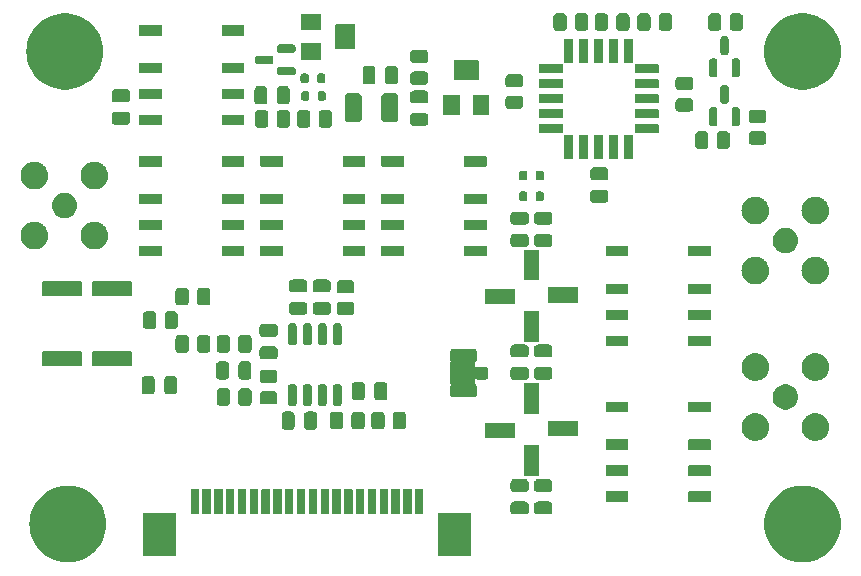
<source format=gbr>
%TF.GenerationSoftware,KiCad,Pcbnew,8.0.8*%
%TF.CreationDate,2025-02-24T20:15:37+01:00*%
%TF.ProjectId,Counter_input_module_1,436f756e-7465-4725-9f69-6e7075745f6d,rev?*%
%TF.SameCoordinates,Original*%
%TF.FileFunction,Soldermask,Top*%
%TF.FilePolarity,Negative*%
%FSLAX46Y46*%
G04 Gerber Fmt 4.6, Leading zero omitted, Abs format (unit mm)*
G04 Created by KiCad (PCBNEW 8.0.8) date 2025-02-24 20:15:37*
%MOMM*%
%LPD*%
G01*
G04 APERTURE LIST*
G04 APERTURE END LIST*
G36*
X56025791Y-141792814D02*
G01*
X56369467Y-141868463D01*
X56702949Y-141980826D01*
X57022327Y-142128586D01*
X57323858Y-142310011D01*
X57604005Y-142522973D01*
X57859485Y-142764977D01*
X58087302Y-143033184D01*
X58284786Y-143324450D01*
X58449620Y-143635360D01*
X58579873Y-143962270D01*
X58674017Y-144301346D01*
X58730948Y-144648613D01*
X58750000Y-145000000D01*
X58730948Y-145351387D01*
X58674017Y-145698654D01*
X58579873Y-146037730D01*
X58449620Y-146364640D01*
X58284786Y-146675550D01*
X58087302Y-146966816D01*
X57859485Y-147235023D01*
X57604005Y-147477027D01*
X57323858Y-147689989D01*
X57022327Y-147871414D01*
X56702949Y-148019174D01*
X56369467Y-148131537D01*
X56025791Y-148207186D01*
X55675951Y-148245234D01*
X55324049Y-148245234D01*
X54974209Y-148207186D01*
X54630533Y-148131537D01*
X54297051Y-148019174D01*
X53977673Y-147871414D01*
X53676142Y-147689989D01*
X53395995Y-147477027D01*
X53140515Y-147235023D01*
X52912698Y-146966816D01*
X52715214Y-146675550D01*
X52550380Y-146364640D01*
X52420127Y-146037730D01*
X52325983Y-145698654D01*
X52269052Y-145351387D01*
X52250000Y-145000000D01*
X52269052Y-144648613D01*
X52325983Y-144301346D01*
X52420127Y-143962270D01*
X52550380Y-143635360D01*
X52715214Y-143324450D01*
X52912698Y-143033184D01*
X53140515Y-142764977D01*
X53395995Y-142522973D01*
X53676142Y-142310011D01*
X53977673Y-142128586D01*
X54297051Y-141980826D01*
X54630533Y-141868463D01*
X54974209Y-141792814D01*
X55324049Y-141754766D01*
X55675951Y-141754766D01*
X56025791Y-141792814D01*
G37*
G36*
X118225791Y-141792814D02*
G01*
X118569467Y-141868463D01*
X118902949Y-141980826D01*
X119222327Y-142128586D01*
X119523858Y-142310011D01*
X119804005Y-142522973D01*
X120059485Y-142764977D01*
X120287302Y-143033184D01*
X120484786Y-143324450D01*
X120649620Y-143635360D01*
X120779873Y-143962270D01*
X120874017Y-144301346D01*
X120930948Y-144648613D01*
X120950000Y-145000000D01*
X120930948Y-145351387D01*
X120874017Y-145698654D01*
X120779873Y-146037730D01*
X120649620Y-146364640D01*
X120484786Y-146675550D01*
X120287302Y-146966816D01*
X120059485Y-147235023D01*
X119804005Y-147477027D01*
X119523858Y-147689989D01*
X119222327Y-147871414D01*
X118902949Y-148019174D01*
X118569467Y-148131537D01*
X118225791Y-148207186D01*
X117875951Y-148245234D01*
X117524049Y-148245234D01*
X117174209Y-148207186D01*
X116830533Y-148131537D01*
X116497051Y-148019174D01*
X116177673Y-147871414D01*
X115876142Y-147689989D01*
X115595995Y-147477027D01*
X115340515Y-147235023D01*
X115112698Y-146966816D01*
X114915214Y-146675550D01*
X114750380Y-146364640D01*
X114620127Y-146037730D01*
X114525983Y-145698654D01*
X114469052Y-145351387D01*
X114450000Y-145000000D01*
X114469052Y-144648613D01*
X114525983Y-144301346D01*
X114620127Y-143962270D01*
X114750380Y-143635360D01*
X114915214Y-143324450D01*
X115112698Y-143033184D01*
X115340515Y-142764977D01*
X115595995Y-142522973D01*
X115876142Y-142310011D01*
X116177673Y-142128586D01*
X116497051Y-141980826D01*
X116830533Y-141868463D01*
X117174209Y-141792814D01*
X117524049Y-141754766D01*
X117875951Y-141754766D01*
X118225791Y-141792814D01*
G37*
G36*
X64619134Y-144053806D02*
G01*
X64635355Y-144064645D01*
X64646194Y-144080866D01*
X64650000Y-144100000D01*
X64650000Y-147700000D01*
X64646194Y-147719134D01*
X64635355Y-147735355D01*
X64619134Y-147746194D01*
X64600000Y-147750000D01*
X61920000Y-147750000D01*
X61900866Y-147746194D01*
X61884645Y-147735355D01*
X61873806Y-147719134D01*
X61870000Y-147700000D01*
X61870000Y-144100000D01*
X61873806Y-144080866D01*
X61884645Y-144064645D01*
X61900866Y-144053806D01*
X61920000Y-144050000D01*
X64600000Y-144050000D01*
X64619134Y-144053806D01*
G37*
G36*
X89599134Y-144053806D02*
G01*
X89615355Y-144064645D01*
X89626194Y-144080866D01*
X89630000Y-144100000D01*
X89630000Y-147700000D01*
X89626194Y-147719134D01*
X89615355Y-147735355D01*
X89599134Y-147746194D01*
X89580000Y-147750000D01*
X86900000Y-147750000D01*
X86880866Y-147746194D01*
X86864645Y-147735355D01*
X86853806Y-147719134D01*
X86850000Y-147700000D01*
X86850000Y-144100000D01*
X86853806Y-144080866D01*
X86864645Y-144064645D01*
X86880866Y-144053806D01*
X86900000Y-144050000D01*
X89580000Y-144050000D01*
X89599134Y-144053806D01*
G37*
G36*
X94293685Y-143107969D02*
G01*
X94302358Y-143111798D01*
X94309925Y-143112901D01*
X94357223Y-143136023D01*
X94394541Y-143152501D01*
X94397996Y-143155956D01*
X94398920Y-143156408D01*
X94468591Y-143226079D01*
X94469042Y-143227002D01*
X94472499Y-143230459D01*
X94488978Y-143267782D01*
X94512098Y-143315073D01*
X94513200Y-143322639D01*
X94517031Y-143331315D01*
X94525000Y-143400000D01*
X94525000Y-143900000D01*
X94517031Y-143968685D01*
X94513199Y-143977361D01*
X94512098Y-143984925D01*
X94488985Y-144032202D01*
X94472499Y-144069541D01*
X94469041Y-144072998D01*
X94468591Y-144073920D01*
X94398920Y-144143591D01*
X94397998Y-144144041D01*
X94394541Y-144147499D01*
X94357207Y-144163983D01*
X94309926Y-144187098D01*
X94302361Y-144188200D01*
X94293685Y-144192031D01*
X94225000Y-144200000D01*
X93275000Y-144200000D01*
X93206315Y-144192031D01*
X93197638Y-144188200D01*
X93190074Y-144187098D01*
X93142787Y-144163981D01*
X93105459Y-144147499D01*
X93102002Y-144144042D01*
X93101079Y-144143591D01*
X93031408Y-144073920D01*
X93030956Y-144072996D01*
X93027501Y-144069541D01*
X93011025Y-144032228D01*
X92987901Y-143984926D01*
X92986798Y-143977357D01*
X92982969Y-143968685D01*
X92975000Y-143900000D01*
X92975000Y-143400000D01*
X92982969Y-143331315D01*
X92986798Y-143322642D01*
X92987901Y-143315074D01*
X93011028Y-143267766D01*
X93027501Y-143230459D01*
X93030955Y-143227004D01*
X93031408Y-143226079D01*
X93101079Y-143156408D01*
X93102004Y-143155955D01*
X93105459Y-143152501D01*
X93142761Y-143136030D01*
X93190073Y-143112901D01*
X93197642Y-143111798D01*
X93206315Y-143107969D01*
X93275000Y-143100000D01*
X94225000Y-143100000D01*
X94293685Y-143107969D01*
G37*
G36*
X96293685Y-143107969D02*
G01*
X96302358Y-143111798D01*
X96309925Y-143112901D01*
X96357223Y-143136023D01*
X96394541Y-143152501D01*
X96397996Y-143155956D01*
X96398920Y-143156408D01*
X96468591Y-143226079D01*
X96469042Y-143227002D01*
X96472499Y-143230459D01*
X96488978Y-143267782D01*
X96512098Y-143315073D01*
X96513200Y-143322639D01*
X96517031Y-143331315D01*
X96525000Y-143400000D01*
X96525000Y-143900000D01*
X96517031Y-143968685D01*
X96513199Y-143977361D01*
X96512098Y-143984925D01*
X96488985Y-144032202D01*
X96472499Y-144069541D01*
X96469041Y-144072998D01*
X96468591Y-144073920D01*
X96398920Y-144143591D01*
X96397998Y-144144041D01*
X96394541Y-144147499D01*
X96357207Y-144163983D01*
X96309926Y-144187098D01*
X96302361Y-144188200D01*
X96293685Y-144192031D01*
X96225000Y-144200000D01*
X95275000Y-144200000D01*
X95206315Y-144192031D01*
X95197638Y-144188200D01*
X95190074Y-144187098D01*
X95142787Y-144163981D01*
X95105459Y-144147499D01*
X95102002Y-144144042D01*
X95101079Y-144143591D01*
X95031408Y-144073920D01*
X95030956Y-144072996D01*
X95027501Y-144069541D01*
X95011025Y-144032228D01*
X94987901Y-143984926D01*
X94986798Y-143977357D01*
X94982969Y-143968685D01*
X94975000Y-143900000D01*
X94975000Y-143400000D01*
X94982969Y-143331315D01*
X94986798Y-143322642D01*
X94987901Y-143315074D01*
X95011028Y-143267766D01*
X95027501Y-143230459D01*
X95030955Y-143227004D01*
X95031408Y-143226079D01*
X95101079Y-143156408D01*
X95102004Y-143155955D01*
X95105459Y-143152501D01*
X95142761Y-143136030D01*
X95190073Y-143112901D01*
X95197642Y-143111798D01*
X95206315Y-143107969D01*
X95275000Y-143100000D01*
X96225000Y-143100000D01*
X96293685Y-143107969D01*
G37*
G36*
X66574134Y-142053806D02*
G01*
X66590355Y-142064645D01*
X66601194Y-142080866D01*
X66605000Y-142100000D01*
X66605000Y-144100000D01*
X66601194Y-144119134D01*
X66590355Y-144135355D01*
X66574134Y-144146194D01*
X66555000Y-144150000D01*
X65945000Y-144150000D01*
X65925866Y-144146194D01*
X65909645Y-144135355D01*
X65898806Y-144119134D01*
X65895000Y-144100000D01*
X65895000Y-142100000D01*
X65898806Y-142080866D01*
X65909645Y-142064645D01*
X65925866Y-142053806D01*
X65945000Y-142050000D01*
X66555000Y-142050000D01*
X66574134Y-142053806D01*
G37*
G36*
X67574134Y-142053806D02*
G01*
X67590355Y-142064645D01*
X67601194Y-142080866D01*
X67605000Y-142100000D01*
X67605000Y-144100000D01*
X67601194Y-144119134D01*
X67590355Y-144135355D01*
X67574134Y-144146194D01*
X67555000Y-144150000D01*
X66945000Y-144150000D01*
X66925866Y-144146194D01*
X66909645Y-144135355D01*
X66898806Y-144119134D01*
X66895000Y-144100000D01*
X66895000Y-142100000D01*
X66898806Y-142080866D01*
X66909645Y-142064645D01*
X66925866Y-142053806D01*
X66945000Y-142050000D01*
X67555000Y-142050000D01*
X67574134Y-142053806D01*
G37*
G36*
X68574134Y-142053806D02*
G01*
X68590355Y-142064645D01*
X68601194Y-142080866D01*
X68605000Y-142100000D01*
X68605000Y-144100000D01*
X68601194Y-144119134D01*
X68590355Y-144135355D01*
X68574134Y-144146194D01*
X68555000Y-144150000D01*
X67945000Y-144150000D01*
X67925866Y-144146194D01*
X67909645Y-144135355D01*
X67898806Y-144119134D01*
X67895000Y-144100000D01*
X67895000Y-142100000D01*
X67898806Y-142080866D01*
X67909645Y-142064645D01*
X67925866Y-142053806D01*
X67945000Y-142050000D01*
X68555000Y-142050000D01*
X68574134Y-142053806D01*
G37*
G36*
X69574134Y-142053806D02*
G01*
X69590355Y-142064645D01*
X69601194Y-142080866D01*
X69605000Y-142100000D01*
X69605000Y-144100000D01*
X69601194Y-144119134D01*
X69590355Y-144135355D01*
X69574134Y-144146194D01*
X69555000Y-144150000D01*
X68945000Y-144150000D01*
X68925866Y-144146194D01*
X68909645Y-144135355D01*
X68898806Y-144119134D01*
X68895000Y-144100000D01*
X68895000Y-142100000D01*
X68898806Y-142080866D01*
X68909645Y-142064645D01*
X68925866Y-142053806D01*
X68945000Y-142050000D01*
X69555000Y-142050000D01*
X69574134Y-142053806D01*
G37*
G36*
X70574134Y-142053806D02*
G01*
X70590355Y-142064645D01*
X70601194Y-142080866D01*
X70605000Y-142100000D01*
X70605000Y-144100000D01*
X70601194Y-144119134D01*
X70590355Y-144135355D01*
X70574134Y-144146194D01*
X70555000Y-144150000D01*
X69945000Y-144150000D01*
X69925866Y-144146194D01*
X69909645Y-144135355D01*
X69898806Y-144119134D01*
X69895000Y-144100000D01*
X69895000Y-142100000D01*
X69898806Y-142080866D01*
X69909645Y-142064645D01*
X69925866Y-142053806D01*
X69945000Y-142050000D01*
X70555000Y-142050000D01*
X70574134Y-142053806D01*
G37*
G36*
X71574134Y-142053806D02*
G01*
X71590355Y-142064645D01*
X71601194Y-142080866D01*
X71605000Y-142100000D01*
X71605000Y-144100000D01*
X71601194Y-144119134D01*
X71590355Y-144135355D01*
X71574134Y-144146194D01*
X71555000Y-144150000D01*
X70945000Y-144150000D01*
X70925866Y-144146194D01*
X70909645Y-144135355D01*
X70898806Y-144119134D01*
X70895000Y-144100000D01*
X70895000Y-142100000D01*
X70898806Y-142080866D01*
X70909645Y-142064645D01*
X70925866Y-142053806D01*
X70945000Y-142050000D01*
X71555000Y-142050000D01*
X71574134Y-142053806D01*
G37*
G36*
X72574134Y-142053806D02*
G01*
X72590355Y-142064645D01*
X72601194Y-142080866D01*
X72605000Y-142100000D01*
X72605000Y-144100000D01*
X72601194Y-144119134D01*
X72590355Y-144135355D01*
X72574134Y-144146194D01*
X72555000Y-144150000D01*
X71945000Y-144150000D01*
X71925866Y-144146194D01*
X71909645Y-144135355D01*
X71898806Y-144119134D01*
X71895000Y-144100000D01*
X71895000Y-142100000D01*
X71898806Y-142080866D01*
X71909645Y-142064645D01*
X71925866Y-142053806D01*
X71945000Y-142050000D01*
X72555000Y-142050000D01*
X72574134Y-142053806D01*
G37*
G36*
X73574134Y-142053806D02*
G01*
X73590355Y-142064645D01*
X73601194Y-142080866D01*
X73605000Y-142100000D01*
X73605000Y-144100000D01*
X73601194Y-144119134D01*
X73590355Y-144135355D01*
X73574134Y-144146194D01*
X73555000Y-144150000D01*
X72945000Y-144150000D01*
X72925866Y-144146194D01*
X72909645Y-144135355D01*
X72898806Y-144119134D01*
X72895000Y-144100000D01*
X72895000Y-142100000D01*
X72898806Y-142080866D01*
X72909645Y-142064645D01*
X72925866Y-142053806D01*
X72945000Y-142050000D01*
X73555000Y-142050000D01*
X73574134Y-142053806D01*
G37*
G36*
X74574134Y-142053806D02*
G01*
X74590355Y-142064645D01*
X74601194Y-142080866D01*
X74605000Y-142100000D01*
X74605000Y-144100000D01*
X74601194Y-144119134D01*
X74590355Y-144135355D01*
X74574134Y-144146194D01*
X74555000Y-144150000D01*
X73945000Y-144150000D01*
X73925866Y-144146194D01*
X73909645Y-144135355D01*
X73898806Y-144119134D01*
X73895000Y-144100000D01*
X73895000Y-142100000D01*
X73898806Y-142080866D01*
X73909645Y-142064645D01*
X73925866Y-142053806D01*
X73945000Y-142050000D01*
X74555000Y-142050000D01*
X74574134Y-142053806D01*
G37*
G36*
X75574134Y-142053806D02*
G01*
X75590355Y-142064645D01*
X75601194Y-142080866D01*
X75605000Y-142100000D01*
X75605000Y-144100000D01*
X75601194Y-144119134D01*
X75590355Y-144135355D01*
X75574134Y-144146194D01*
X75555000Y-144150000D01*
X74945000Y-144150000D01*
X74925866Y-144146194D01*
X74909645Y-144135355D01*
X74898806Y-144119134D01*
X74895000Y-144100000D01*
X74895000Y-142100000D01*
X74898806Y-142080866D01*
X74909645Y-142064645D01*
X74925866Y-142053806D01*
X74945000Y-142050000D01*
X75555000Y-142050000D01*
X75574134Y-142053806D01*
G37*
G36*
X76574134Y-142053806D02*
G01*
X76590355Y-142064645D01*
X76601194Y-142080866D01*
X76605000Y-142100000D01*
X76605000Y-144100000D01*
X76601194Y-144119134D01*
X76590355Y-144135355D01*
X76574134Y-144146194D01*
X76555000Y-144150000D01*
X75945000Y-144150000D01*
X75925866Y-144146194D01*
X75909645Y-144135355D01*
X75898806Y-144119134D01*
X75895000Y-144100000D01*
X75895000Y-142100000D01*
X75898806Y-142080866D01*
X75909645Y-142064645D01*
X75925866Y-142053806D01*
X75945000Y-142050000D01*
X76555000Y-142050000D01*
X76574134Y-142053806D01*
G37*
G36*
X77574134Y-142053806D02*
G01*
X77590355Y-142064645D01*
X77601194Y-142080866D01*
X77605000Y-142100000D01*
X77605000Y-144100000D01*
X77601194Y-144119134D01*
X77590355Y-144135355D01*
X77574134Y-144146194D01*
X77555000Y-144150000D01*
X76945000Y-144150000D01*
X76925866Y-144146194D01*
X76909645Y-144135355D01*
X76898806Y-144119134D01*
X76895000Y-144100000D01*
X76895000Y-142100000D01*
X76898806Y-142080866D01*
X76909645Y-142064645D01*
X76925866Y-142053806D01*
X76945000Y-142050000D01*
X77555000Y-142050000D01*
X77574134Y-142053806D01*
G37*
G36*
X78574134Y-142053806D02*
G01*
X78590355Y-142064645D01*
X78601194Y-142080866D01*
X78605000Y-142100000D01*
X78605000Y-144100000D01*
X78601194Y-144119134D01*
X78590355Y-144135355D01*
X78574134Y-144146194D01*
X78555000Y-144150000D01*
X77945000Y-144150000D01*
X77925866Y-144146194D01*
X77909645Y-144135355D01*
X77898806Y-144119134D01*
X77895000Y-144100000D01*
X77895000Y-142100000D01*
X77898806Y-142080866D01*
X77909645Y-142064645D01*
X77925866Y-142053806D01*
X77945000Y-142050000D01*
X78555000Y-142050000D01*
X78574134Y-142053806D01*
G37*
G36*
X79574134Y-142053806D02*
G01*
X79590355Y-142064645D01*
X79601194Y-142080866D01*
X79605000Y-142100000D01*
X79605000Y-144100000D01*
X79601194Y-144119134D01*
X79590355Y-144135355D01*
X79574134Y-144146194D01*
X79555000Y-144150000D01*
X78945000Y-144150000D01*
X78925866Y-144146194D01*
X78909645Y-144135355D01*
X78898806Y-144119134D01*
X78895000Y-144100000D01*
X78895000Y-142100000D01*
X78898806Y-142080866D01*
X78909645Y-142064645D01*
X78925866Y-142053806D01*
X78945000Y-142050000D01*
X79555000Y-142050000D01*
X79574134Y-142053806D01*
G37*
G36*
X80574134Y-142053806D02*
G01*
X80590355Y-142064645D01*
X80601194Y-142080866D01*
X80605000Y-142100000D01*
X80605000Y-144100000D01*
X80601194Y-144119134D01*
X80590355Y-144135355D01*
X80574134Y-144146194D01*
X80555000Y-144150000D01*
X79945000Y-144150000D01*
X79925866Y-144146194D01*
X79909645Y-144135355D01*
X79898806Y-144119134D01*
X79895000Y-144100000D01*
X79895000Y-142100000D01*
X79898806Y-142080866D01*
X79909645Y-142064645D01*
X79925866Y-142053806D01*
X79945000Y-142050000D01*
X80555000Y-142050000D01*
X80574134Y-142053806D01*
G37*
G36*
X81574134Y-142053806D02*
G01*
X81590355Y-142064645D01*
X81601194Y-142080866D01*
X81605000Y-142100000D01*
X81605000Y-144100000D01*
X81601194Y-144119134D01*
X81590355Y-144135355D01*
X81574134Y-144146194D01*
X81555000Y-144150000D01*
X80945000Y-144150000D01*
X80925866Y-144146194D01*
X80909645Y-144135355D01*
X80898806Y-144119134D01*
X80895000Y-144100000D01*
X80895000Y-142100000D01*
X80898806Y-142080866D01*
X80909645Y-142064645D01*
X80925866Y-142053806D01*
X80945000Y-142050000D01*
X81555000Y-142050000D01*
X81574134Y-142053806D01*
G37*
G36*
X82574134Y-142053806D02*
G01*
X82590355Y-142064645D01*
X82601194Y-142080866D01*
X82605000Y-142100000D01*
X82605000Y-144100000D01*
X82601194Y-144119134D01*
X82590355Y-144135355D01*
X82574134Y-144146194D01*
X82555000Y-144150000D01*
X81945000Y-144150000D01*
X81925866Y-144146194D01*
X81909645Y-144135355D01*
X81898806Y-144119134D01*
X81895000Y-144100000D01*
X81895000Y-142100000D01*
X81898806Y-142080866D01*
X81909645Y-142064645D01*
X81925866Y-142053806D01*
X81945000Y-142050000D01*
X82555000Y-142050000D01*
X82574134Y-142053806D01*
G37*
G36*
X83574134Y-142053806D02*
G01*
X83590355Y-142064645D01*
X83601194Y-142080866D01*
X83605000Y-142100000D01*
X83605000Y-144100000D01*
X83601194Y-144119134D01*
X83590355Y-144135355D01*
X83574134Y-144146194D01*
X83555000Y-144150000D01*
X82945000Y-144150000D01*
X82925866Y-144146194D01*
X82909645Y-144135355D01*
X82898806Y-144119134D01*
X82895000Y-144100000D01*
X82895000Y-142100000D01*
X82898806Y-142080866D01*
X82909645Y-142064645D01*
X82925866Y-142053806D01*
X82945000Y-142050000D01*
X83555000Y-142050000D01*
X83574134Y-142053806D01*
G37*
G36*
X84574134Y-142053806D02*
G01*
X84590355Y-142064645D01*
X84601194Y-142080866D01*
X84605000Y-142100000D01*
X84605000Y-144100000D01*
X84601194Y-144119134D01*
X84590355Y-144135355D01*
X84574134Y-144146194D01*
X84555000Y-144150000D01*
X83945000Y-144150000D01*
X83925866Y-144146194D01*
X83909645Y-144135355D01*
X83898806Y-144119134D01*
X83895000Y-144100000D01*
X83895000Y-142100000D01*
X83898806Y-142080866D01*
X83909645Y-142064645D01*
X83925866Y-142053806D01*
X83945000Y-142050000D01*
X84555000Y-142050000D01*
X84574134Y-142053806D01*
G37*
G36*
X85574134Y-142053806D02*
G01*
X85590355Y-142064645D01*
X85601194Y-142080866D01*
X85605000Y-142100000D01*
X85605000Y-144100000D01*
X85601194Y-144119134D01*
X85590355Y-144135355D01*
X85574134Y-144146194D01*
X85555000Y-144150000D01*
X84945000Y-144150000D01*
X84925866Y-144146194D01*
X84909645Y-144135355D01*
X84898806Y-144119134D01*
X84895000Y-144100000D01*
X84895000Y-142100000D01*
X84898806Y-142080866D01*
X84909645Y-142064645D01*
X84925866Y-142053806D01*
X84945000Y-142050000D01*
X85555000Y-142050000D01*
X85574134Y-142053806D01*
G37*
G36*
X102919134Y-142253806D02*
G01*
X102935355Y-142264645D01*
X102946194Y-142280866D01*
X102950000Y-142300000D01*
X102950000Y-143100000D01*
X102946194Y-143119134D01*
X102935355Y-143135355D01*
X102919134Y-143146194D01*
X102900000Y-143150000D01*
X101100000Y-143150000D01*
X101080866Y-143146194D01*
X101064645Y-143135355D01*
X101053806Y-143119134D01*
X101050000Y-143100000D01*
X101050000Y-142300000D01*
X101053806Y-142280866D01*
X101064645Y-142264645D01*
X101080866Y-142253806D01*
X101100000Y-142250000D01*
X102900000Y-142250000D01*
X102919134Y-142253806D01*
G37*
G36*
X109919134Y-142253806D02*
G01*
X109935355Y-142264645D01*
X109946194Y-142280866D01*
X109950000Y-142300000D01*
X109950000Y-143100000D01*
X109946194Y-143119134D01*
X109935355Y-143135355D01*
X109919134Y-143146194D01*
X109900000Y-143150000D01*
X108100000Y-143150000D01*
X108080866Y-143146194D01*
X108064645Y-143135355D01*
X108053806Y-143119134D01*
X108050000Y-143100000D01*
X108050000Y-142300000D01*
X108053806Y-142280866D01*
X108064645Y-142264645D01*
X108080866Y-142253806D01*
X108100000Y-142250000D01*
X109900000Y-142250000D01*
X109919134Y-142253806D01*
G37*
G36*
X94293685Y-141207969D02*
G01*
X94302358Y-141211798D01*
X94309925Y-141212901D01*
X94357223Y-141236023D01*
X94394541Y-141252501D01*
X94397996Y-141255956D01*
X94398920Y-141256408D01*
X94468591Y-141326079D01*
X94469042Y-141327002D01*
X94472499Y-141330459D01*
X94488978Y-141367782D01*
X94512098Y-141415073D01*
X94513200Y-141422639D01*
X94517031Y-141431315D01*
X94525000Y-141500000D01*
X94525000Y-142000000D01*
X94517031Y-142068685D01*
X94513199Y-142077361D01*
X94512098Y-142084925D01*
X94488985Y-142132202D01*
X94472499Y-142169541D01*
X94469041Y-142172998D01*
X94468591Y-142173920D01*
X94398920Y-142243591D01*
X94397998Y-142244041D01*
X94394541Y-142247499D01*
X94357207Y-142263983D01*
X94309926Y-142287098D01*
X94302361Y-142288200D01*
X94293685Y-142292031D01*
X94225000Y-142300000D01*
X93275000Y-142300000D01*
X93206315Y-142292031D01*
X93197638Y-142288200D01*
X93190074Y-142287098D01*
X93142787Y-142263981D01*
X93105459Y-142247499D01*
X93102002Y-142244042D01*
X93101079Y-142243591D01*
X93031408Y-142173920D01*
X93030956Y-142172996D01*
X93027501Y-142169541D01*
X93011025Y-142132228D01*
X92987901Y-142084926D01*
X92986798Y-142077357D01*
X92982969Y-142068685D01*
X92975000Y-142000000D01*
X92975000Y-141500000D01*
X92982969Y-141431315D01*
X92986798Y-141422642D01*
X92987901Y-141415074D01*
X93011028Y-141367766D01*
X93027501Y-141330459D01*
X93030955Y-141327004D01*
X93031408Y-141326079D01*
X93101079Y-141256408D01*
X93102004Y-141255955D01*
X93105459Y-141252501D01*
X93142761Y-141236030D01*
X93190073Y-141212901D01*
X93197642Y-141211798D01*
X93206315Y-141207969D01*
X93275000Y-141200000D01*
X94225000Y-141200000D01*
X94293685Y-141207969D01*
G37*
G36*
X96293685Y-141207969D02*
G01*
X96302358Y-141211798D01*
X96309925Y-141212901D01*
X96357223Y-141236023D01*
X96394541Y-141252501D01*
X96397996Y-141255956D01*
X96398920Y-141256408D01*
X96468591Y-141326079D01*
X96469042Y-141327002D01*
X96472499Y-141330459D01*
X96488978Y-141367782D01*
X96512098Y-141415073D01*
X96513200Y-141422639D01*
X96517031Y-141431315D01*
X96525000Y-141500000D01*
X96525000Y-142000000D01*
X96517031Y-142068685D01*
X96513199Y-142077361D01*
X96512098Y-142084925D01*
X96488985Y-142132202D01*
X96472499Y-142169541D01*
X96469041Y-142172998D01*
X96468591Y-142173920D01*
X96398920Y-142243591D01*
X96397998Y-142244041D01*
X96394541Y-142247499D01*
X96357207Y-142263983D01*
X96309926Y-142287098D01*
X96302361Y-142288200D01*
X96293685Y-142292031D01*
X96225000Y-142300000D01*
X95275000Y-142300000D01*
X95206315Y-142292031D01*
X95197638Y-142288200D01*
X95190074Y-142287098D01*
X95142787Y-142263981D01*
X95105459Y-142247499D01*
X95102002Y-142244042D01*
X95101079Y-142243591D01*
X95031408Y-142173920D01*
X95030956Y-142172996D01*
X95027501Y-142169541D01*
X95011025Y-142132228D01*
X94987901Y-142084926D01*
X94986798Y-142077357D01*
X94982969Y-142068685D01*
X94975000Y-142000000D01*
X94975000Y-141500000D01*
X94982969Y-141431315D01*
X94986798Y-141422642D01*
X94987901Y-141415074D01*
X95011028Y-141367766D01*
X95027501Y-141330459D01*
X95030955Y-141327004D01*
X95031408Y-141326079D01*
X95101079Y-141256408D01*
X95102004Y-141255955D01*
X95105459Y-141252501D01*
X95142761Y-141236030D01*
X95190073Y-141212901D01*
X95197642Y-141211798D01*
X95206315Y-141207969D01*
X95275000Y-141200000D01*
X96225000Y-141200000D01*
X96293685Y-141207969D01*
G37*
G36*
X102919134Y-140053806D02*
G01*
X102935355Y-140064645D01*
X102946194Y-140080866D01*
X102950000Y-140100000D01*
X102950000Y-140900000D01*
X102946194Y-140919134D01*
X102935355Y-140935355D01*
X102919134Y-140946194D01*
X102900000Y-140950000D01*
X101100000Y-140950000D01*
X101080866Y-140946194D01*
X101064645Y-140935355D01*
X101053806Y-140919134D01*
X101050000Y-140900000D01*
X101050000Y-140100000D01*
X101053806Y-140080866D01*
X101064645Y-140064645D01*
X101080866Y-140053806D01*
X101100000Y-140050000D01*
X102900000Y-140050000D01*
X102919134Y-140053806D01*
G37*
G36*
X109919134Y-140053806D02*
G01*
X109935355Y-140064645D01*
X109946194Y-140080866D01*
X109950000Y-140100000D01*
X109950000Y-140900000D01*
X109946194Y-140919134D01*
X109935355Y-140935355D01*
X109919134Y-140946194D01*
X109900000Y-140950000D01*
X108100000Y-140950000D01*
X108080866Y-140946194D01*
X108064645Y-140935355D01*
X108053806Y-140919134D01*
X108050000Y-140900000D01*
X108050000Y-140100000D01*
X108053806Y-140080866D01*
X108064645Y-140064645D01*
X108080866Y-140053806D01*
X108100000Y-140050000D01*
X109900000Y-140050000D01*
X109919134Y-140053806D01*
G37*
G36*
X95369134Y-138307306D02*
G01*
X95385355Y-138318145D01*
X95396194Y-138334366D01*
X95400000Y-138353500D01*
X95400000Y-140853500D01*
X95396194Y-140872634D01*
X95385355Y-140888855D01*
X95369134Y-140899694D01*
X95350000Y-140903500D01*
X94150000Y-140903500D01*
X94130866Y-140899694D01*
X94114645Y-140888855D01*
X94103806Y-140872634D01*
X94100000Y-140853500D01*
X94100000Y-138353500D01*
X94103806Y-138334366D01*
X94114645Y-138318145D01*
X94130866Y-138307306D01*
X94150000Y-138303500D01*
X95350000Y-138303500D01*
X95369134Y-138307306D01*
G37*
G36*
X102919134Y-137853806D02*
G01*
X102935355Y-137864645D01*
X102946194Y-137880866D01*
X102950000Y-137900000D01*
X102950000Y-138700000D01*
X102946194Y-138719134D01*
X102935355Y-138735355D01*
X102919134Y-138746194D01*
X102900000Y-138750000D01*
X101100000Y-138750000D01*
X101080866Y-138746194D01*
X101064645Y-138735355D01*
X101053806Y-138719134D01*
X101050000Y-138700000D01*
X101050000Y-137900000D01*
X101053806Y-137880866D01*
X101064645Y-137864645D01*
X101080866Y-137853806D01*
X101100000Y-137850000D01*
X102900000Y-137850000D01*
X102919134Y-137853806D01*
G37*
G36*
X109919134Y-137853806D02*
G01*
X109935355Y-137864645D01*
X109946194Y-137880866D01*
X109950000Y-137900000D01*
X109950000Y-138700000D01*
X109946194Y-138719134D01*
X109935355Y-138735355D01*
X109919134Y-138746194D01*
X109900000Y-138750000D01*
X108100000Y-138750000D01*
X108080866Y-138746194D01*
X108064645Y-138735355D01*
X108053806Y-138719134D01*
X108050000Y-138700000D01*
X108050000Y-137900000D01*
X108053806Y-137880866D01*
X108064645Y-137864645D01*
X108080866Y-137853806D01*
X108100000Y-137850000D01*
X109900000Y-137850000D01*
X109919134Y-137853806D01*
G37*
G36*
X113765105Y-135620012D02*
G01*
X113818415Y-135620012D01*
X113865314Y-135628779D01*
X113914006Y-135633039D01*
X113973778Y-135649054D01*
X114031554Y-135659855D01*
X114070736Y-135675034D01*
X114111807Y-135686039D01*
X114173980Y-135715030D01*
X114233743Y-135738183D01*
X114264591Y-135757283D01*
X114297403Y-135772584D01*
X114359300Y-135815925D01*
X114418096Y-135852330D01*
X114440631Y-135872873D01*
X114465150Y-135890042D01*
X114523805Y-135948697D01*
X114578335Y-135998408D01*
X114593199Y-136018091D01*
X114609957Y-136034849D01*
X114662224Y-136109494D01*
X114709005Y-136171442D01*
X114717387Y-136188275D01*
X114727415Y-136202597D01*
X114770118Y-136294173D01*
X114805655Y-136365541D01*
X114809188Y-136377958D01*
X114813960Y-136388192D01*
X114844030Y-136500417D01*
X114864993Y-136574094D01*
X114865638Y-136581061D01*
X114866960Y-136585993D01*
X114881564Y-136752920D01*
X114885000Y-136790000D01*
X114881563Y-136827082D01*
X114866960Y-136994006D01*
X114865638Y-136998936D01*
X114864993Y-137005906D01*
X114844025Y-137079598D01*
X114813960Y-137191807D01*
X114809188Y-137202038D01*
X114805655Y-137214459D01*
X114770114Y-137285833D01*
X114727415Y-137377403D01*
X114717387Y-137391723D01*
X114709005Y-137408558D01*
X114662219Y-137470512D01*
X114609957Y-137545150D01*
X114593202Y-137561904D01*
X114578335Y-137581592D01*
X114523794Y-137631312D01*
X114465150Y-137689957D01*
X114440636Y-137707121D01*
X114418096Y-137727670D01*
X114359288Y-137764082D01*
X114297403Y-137807415D01*
X114264598Y-137822712D01*
X114233743Y-137841817D01*
X114173967Y-137864973D01*
X114111807Y-137893960D01*
X114070745Y-137904962D01*
X114031554Y-137920145D01*
X113973765Y-137930947D01*
X113914006Y-137946960D01*
X113865324Y-137951219D01*
X113818415Y-137959988D01*
X113765094Y-137959988D01*
X113710000Y-137964808D01*
X113654906Y-137959988D01*
X113601585Y-137959988D01*
X113554676Y-137951219D01*
X113505993Y-137946960D01*
X113446230Y-137930946D01*
X113388446Y-137920145D01*
X113349257Y-137904963D01*
X113308192Y-137893960D01*
X113246026Y-137864971D01*
X113186257Y-137841817D01*
X113155404Y-137822713D01*
X113122596Y-137807415D01*
X113060702Y-137764076D01*
X113001904Y-137727670D01*
X112979367Y-137707124D01*
X112954849Y-137689957D01*
X112896194Y-137631302D01*
X112841665Y-137581592D01*
X112826800Y-137561908D01*
X112810042Y-137545150D01*
X112757767Y-137470494D01*
X112710995Y-137408558D01*
X112702614Y-137391728D01*
X112692584Y-137377403D01*
X112649869Y-137285802D01*
X112614345Y-137214459D01*
X112610812Y-137202044D01*
X112606039Y-137191807D01*
X112575957Y-137079538D01*
X112555007Y-137005906D01*
X112554361Y-136998942D01*
X112553039Y-136994006D01*
X112538418Y-136826888D01*
X112535000Y-136790000D01*
X112538418Y-136753114D01*
X112553039Y-136585993D01*
X112554361Y-136581055D01*
X112555007Y-136574094D01*
X112575952Y-136500477D01*
X112606039Y-136388192D01*
X112610813Y-136377953D01*
X112614345Y-136365541D01*
X112649866Y-136294204D01*
X112692584Y-136202597D01*
X112702615Y-136188270D01*
X112710995Y-136171442D01*
X112757761Y-136109513D01*
X112810042Y-136034849D01*
X112826804Y-136018086D01*
X112841665Y-135998408D01*
X112896183Y-135948707D01*
X112954849Y-135890042D01*
X112979371Y-135872871D01*
X113001904Y-135852330D01*
X113060696Y-135815927D01*
X113122597Y-135772584D01*
X113155408Y-135757283D01*
X113186257Y-135738183D01*
X113246015Y-135715032D01*
X113308192Y-135686039D01*
X113349265Y-135675033D01*
X113388446Y-135659855D01*
X113446218Y-135649055D01*
X113505993Y-135633039D01*
X113554686Y-135628778D01*
X113601585Y-135620012D01*
X113654895Y-135620012D01*
X113710000Y-135615191D01*
X113765105Y-135620012D01*
G37*
G36*
X118845105Y-135620012D02*
G01*
X118898415Y-135620012D01*
X118945314Y-135628779D01*
X118994006Y-135633039D01*
X119053778Y-135649054D01*
X119111554Y-135659855D01*
X119150736Y-135675034D01*
X119191807Y-135686039D01*
X119253980Y-135715030D01*
X119313743Y-135738183D01*
X119344591Y-135757283D01*
X119377403Y-135772584D01*
X119439300Y-135815925D01*
X119498096Y-135852330D01*
X119520631Y-135872873D01*
X119545150Y-135890042D01*
X119603805Y-135948697D01*
X119658335Y-135998408D01*
X119673199Y-136018091D01*
X119689957Y-136034849D01*
X119742224Y-136109494D01*
X119789005Y-136171442D01*
X119797387Y-136188275D01*
X119807415Y-136202597D01*
X119850118Y-136294173D01*
X119885655Y-136365541D01*
X119889188Y-136377958D01*
X119893960Y-136388192D01*
X119924030Y-136500417D01*
X119944993Y-136574094D01*
X119945638Y-136581061D01*
X119946960Y-136585993D01*
X119961564Y-136752920D01*
X119965000Y-136790000D01*
X119961563Y-136827082D01*
X119946960Y-136994006D01*
X119945638Y-136998936D01*
X119944993Y-137005906D01*
X119924025Y-137079598D01*
X119893960Y-137191807D01*
X119889188Y-137202038D01*
X119885655Y-137214459D01*
X119850114Y-137285833D01*
X119807415Y-137377403D01*
X119797387Y-137391723D01*
X119789005Y-137408558D01*
X119742219Y-137470512D01*
X119689957Y-137545150D01*
X119673202Y-137561904D01*
X119658335Y-137581592D01*
X119603794Y-137631312D01*
X119545150Y-137689957D01*
X119520636Y-137707121D01*
X119498096Y-137727670D01*
X119439288Y-137764082D01*
X119377403Y-137807415D01*
X119344598Y-137822712D01*
X119313743Y-137841817D01*
X119253967Y-137864973D01*
X119191807Y-137893960D01*
X119150745Y-137904962D01*
X119111554Y-137920145D01*
X119053765Y-137930947D01*
X118994006Y-137946960D01*
X118945324Y-137951219D01*
X118898415Y-137959988D01*
X118845094Y-137959988D01*
X118790000Y-137964808D01*
X118734906Y-137959988D01*
X118681585Y-137959988D01*
X118634676Y-137951219D01*
X118585993Y-137946960D01*
X118526230Y-137930946D01*
X118468446Y-137920145D01*
X118429257Y-137904963D01*
X118388192Y-137893960D01*
X118326026Y-137864971D01*
X118266257Y-137841817D01*
X118235404Y-137822713D01*
X118202596Y-137807415D01*
X118140702Y-137764076D01*
X118081904Y-137727670D01*
X118059367Y-137707124D01*
X118034849Y-137689957D01*
X117976194Y-137631302D01*
X117921665Y-137581592D01*
X117906800Y-137561908D01*
X117890042Y-137545150D01*
X117837767Y-137470494D01*
X117790995Y-137408558D01*
X117782614Y-137391728D01*
X117772584Y-137377403D01*
X117729869Y-137285802D01*
X117694345Y-137214459D01*
X117690812Y-137202044D01*
X117686039Y-137191807D01*
X117655957Y-137079538D01*
X117635007Y-137005906D01*
X117634361Y-136998942D01*
X117633039Y-136994006D01*
X117618418Y-136826888D01*
X117615000Y-136790000D01*
X117618418Y-136753114D01*
X117633039Y-136585993D01*
X117634361Y-136581055D01*
X117635007Y-136574094D01*
X117655952Y-136500477D01*
X117686039Y-136388192D01*
X117690813Y-136377953D01*
X117694345Y-136365541D01*
X117729866Y-136294204D01*
X117772584Y-136202597D01*
X117782615Y-136188270D01*
X117790995Y-136171442D01*
X117837761Y-136109513D01*
X117890042Y-136034849D01*
X117906804Y-136018086D01*
X117921665Y-135998408D01*
X117976183Y-135948707D01*
X118034849Y-135890042D01*
X118059371Y-135872871D01*
X118081904Y-135852330D01*
X118140696Y-135815927D01*
X118202597Y-135772584D01*
X118235408Y-135757283D01*
X118266257Y-135738183D01*
X118326015Y-135715032D01*
X118388192Y-135686039D01*
X118429265Y-135675033D01*
X118468446Y-135659855D01*
X118526218Y-135649055D01*
X118585993Y-135633039D01*
X118634686Y-135628778D01*
X118681585Y-135620012D01*
X118734895Y-135620012D01*
X118790000Y-135615191D01*
X118845105Y-135620012D01*
G37*
G36*
X93352134Y-136417306D02*
G01*
X93368355Y-136428145D01*
X93379194Y-136444366D01*
X93383000Y-136463500D01*
X93383000Y-137663500D01*
X93379194Y-137682634D01*
X93368355Y-137698855D01*
X93352134Y-137709694D01*
X93333000Y-137713500D01*
X90833000Y-137713500D01*
X90813866Y-137709694D01*
X90797645Y-137698855D01*
X90786806Y-137682634D01*
X90783000Y-137663500D01*
X90783000Y-136463500D01*
X90786806Y-136444366D01*
X90797645Y-136428145D01*
X90813866Y-136417306D01*
X90833000Y-136413500D01*
X93333000Y-136413500D01*
X93352134Y-136417306D01*
G37*
G36*
X98686134Y-136290306D02*
G01*
X98702355Y-136301145D01*
X98713194Y-136317366D01*
X98717000Y-136336500D01*
X98717000Y-137536500D01*
X98713194Y-137555634D01*
X98702355Y-137571855D01*
X98686134Y-137582694D01*
X98667000Y-137586500D01*
X96167000Y-137586500D01*
X96147866Y-137582694D01*
X96131645Y-137571855D01*
X96120806Y-137555634D01*
X96117000Y-137536500D01*
X96117000Y-136336500D01*
X96120806Y-136317366D01*
X96131645Y-136301145D01*
X96147866Y-136290306D01*
X96167000Y-136286500D01*
X98667000Y-136286500D01*
X98686134Y-136290306D01*
G37*
G36*
X74468685Y-135482969D02*
G01*
X74477358Y-135486798D01*
X74484925Y-135487901D01*
X74532223Y-135511023D01*
X74569541Y-135527501D01*
X74572996Y-135530956D01*
X74573920Y-135531408D01*
X74643591Y-135601079D01*
X74644042Y-135602002D01*
X74647499Y-135605459D01*
X74663978Y-135642782D01*
X74687098Y-135690073D01*
X74688200Y-135697639D01*
X74692031Y-135706315D01*
X74700000Y-135775000D01*
X74700000Y-136725000D01*
X74692031Y-136793685D01*
X74688199Y-136802361D01*
X74687098Y-136809925D01*
X74663985Y-136857202D01*
X74647499Y-136894541D01*
X74644041Y-136897998D01*
X74643591Y-136898920D01*
X74573920Y-136968591D01*
X74572998Y-136969041D01*
X74569541Y-136972499D01*
X74532207Y-136988983D01*
X74484926Y-137012098D01*
X74477361Y-137013200D01*
X74468685Y-137017031D01*
X74400000Y-137025000D01*
X73900000Y-137025000D01*
X73831315Y-137017031D01*
X73822638Y-137013200D01*
X73815074Y-137012098D01*
X73767787Y-136988981D01*
X73730459Y-136972499D01*
X73727002Y-136969042D01*
X73726079Y-136968591D01*
X73656408Y-136898920D01*
X73655956Y-136897996D01*
X73652501Y-136894541D01*
X73636025Y-136857228D01*
X73612901Y-136809926D01*
X73611798Y-136802357D01*
X73607969Y-136793685D01*
X73600000Y-136725000D01*
X73600000Y-135775000D01*
X73607969Y-135706315D01*
X73611798Y-135697642D01*
X73612901Y-135690074D01*
X73636028Y-135642766D01*
X73652501Y-135605459D01*
X73655955Y-135602004D01*
X73656408Y-135601079D01*
X73726079Y-135531408D01*
X73727004Y-135530955D01*
X73730459Y-135527501D01*
X73767761Y-135511030D01*
X73815073Y-135487901D01*
X73822642Y-135486798D01*
X73831315Y-135482969D01*
X73900000Y-135475000D01*
X74400000Y-135475000D01*
X74468685Y-135482969D01*
G37*
G36*
X76368685Y-135482969D02*
G01*
X76377358Y-135486798D01*
X76384925Y-135487901D01*
X76432223Y-135511023D01*
X76469541Y-135527501D01*
X76472996Y-135530956D01*
X76473920Y-135531408D01*
X76543591Y-135601079D01*
X76544042Y-135602002D01*
X76547499Y-135605459D01*
X76563978Y-135642782D01*
X76587098Y-135690073D01*
X76588200Y-135697639D01*
X76592031Y-135706315D01*
X76600000Y-135775000D01*
X76600000Y-136725000D01*
X76592031Y-136793685D01*
X76588199Y-136802361D01*
X76587098Y-136809925D01*
X76563985Y-136857202D01*
X76547499Y-136894541D01*
X76544041Y-136897998D01*
X76543591Y-136898920D01*
X76473920Y-136968591D01*
X76472998Y-136969041D01*
X76469541Y-136972499D01*
X76432207Y-136988983D01*
X76384926Y-137012098D01*
X76377361Y-137013200D01*
X76368685Y-137017031D01*
X76300000Y-137025000D01*
X75800000Y-137025000D01*
X75731315Y-137017031D01*
X75722638Y-137013200D01*
X75715074Y-137012098D01*
X75667787Y-136988981D01*
X75630459Y-136972499D01*
X75627002Y-136969042D01*
X75626079Y-136968591D01*
X75556408Y-136898920D01*
X75555956Y-136897996D01*
X75552501Y-136894541D01*
X75536025Y-136857228D01*
X75512901Y-136809926D01*
X75511798Y-136802357D01*
X75507969Y-136793685D01*
X75500000Y-136725000D01*
X75500000Y-135775000D01*
X75507969Y-135706315D01*
X75511798Y-135697642D01*
X75512901Y-135690074D01*
X75536028Y-135642766D01*
X75552501Y-135605459D01*
X75555955Y-135602004D01*
X75556408Y-135601079D01*
X75626079Y-135531408D01*
X75627004Y-135530955D01*
X75630459Y-135527501D01*
X75667761Y-135511030D01*
X75715073Y-135487901D01*
X75722642Y-135486798D01*
X75731315Y-135482969D01*
X75800000Y-135475000D01*
X76300000Y-135475000D01*
X76368685Y-135482969D01*
G37*
G36*
X78581185Y-135507969D02*
G01*
X78589858Y-135511798D01*
X78597425Y-135512901D01*
X78644723Y-135536023D01*
X78682041Y-135552501D01*
X78685496Y-135555956D01*
X78686420Y-135556408D01*
X78756091Y-135626079D01*
X78756542Y-135627002D01*
X78759999Y-135630459D01*
X78776478Y-135667782D01*
X78799598Y-135715073D01*
X78800700Y-135722639D01*
X78804531Y-135731315D01*
X78812500Y-135800000D01*
X78812500Y-136700000D01*
X78804531Y-136768685D01*
X78800699Y-136777361D01*
X78799598Y-136784925D01*
X78776485Y-136832202D01*
X78759999Y-136869541D01*
X78756541Y-136872998D01*
X78756091Y-136873920D01*
X78686420Y-136943591D01*
X78685498Y-136944041D01*
X78682041Y-136947499D01*
X78644707Y-136963983D01*
X78597426Y-136987098D01*
X78589861Y-136988200D01*
X78581185Y-136992031D01*
X78512500Y-137000000D01*
X77987500Y-137000000D01*
X77918815Y-136992031D01*
X77910138Y-136988200D01*
X77902574Y-136987098D01*
X77855287Y-136963981D01*
X77817959Y-136947499D01*
X77814502Y-136944042D01*
X77813579Y-136943591D01*
X77743908Y-136873920D01*
X77743456Y-136872996D01*
X77740001Y-136869541D01*
X77723525Y-136832228D01*
X77700401Y-136784926D01*
X77699298Y-136777357D01*
X77695469Y-136768685D01*
X77687500Y-136700000D01*
X77687500Y-135800000D01*
X77695469Y-135731315D01*
X77699298Y-135722642D01*
X77700401Y-135715074D01*
X77723528Y-135667766D01*
X77740001Y-135630459D01*
X77743455Y-135627004D01*
X77743908Y-135626079D01*
X77813579Y-135556408D01*
X77814504Y-135555955D01*
X77817959Y-135552501D01*
X77855261Y-135536030D01*
X77902573Y-135512901D01*
X77910142Y-135511798D01*
X77918815Y-135507969D01*
X77987500Y-135500000D01*
X78512500Y-135500000D01*
X78581185Y-135507969D01*
G37*
G36*
X80406185Y-135507969D02*
G01*
X80414858Y-135511798D01*
X80422425Y-135512901D01*
X80469723Y-135536023D01*
X80507041Y-135552501D01*
X80510496Y-135555956D01*
X80511420Y-135556408D01*
X80581091Y-135626079D01*
X80581542Y-135627002D01*
X80584999Y-135630459D01*
X80601478Y-135667782D01*
X80624598Y-135715073D01*
X80625700Y-135722639D01*
X80629531Y-135731315D01*
X80637500Y-135800000D01*
X80637500Y-136700000D01*
X80629531Y-136768685D01*
X80625699Y-136777361D01*
X80624598Y-136784925D01*
X80601485Y-136832202D01*
X80584999Y-136869541D01*
X80581541Y-136872998D01*
X80581091Y-136873920D01*
X80511420Y-136943591D01*
X80510498Y-136944041D01*
X80507041Y-136947499D01*
X80469707Y-136963983D01*
X80422426Y-136987098D01*
X80414861Y-136988200D01*
X80406185Y-136992031D01*
X80337500Y-137000000D01*
X79812500Y-137000000D01*
X79743815Y-136992031D01*
X79735138Y-136988200D01*
X79727574Y-136987098D01*
X79680287Y-136963981D01*
X79642959Y-136947499D01*
X79639502Y-136944042D01*
X79638579Y-136943591D01*
X79568908Y-136873920D01*
X79568456Y-136872996D01*
X79565001Y-136869541D01*
X79548525Y-136832228D01*
X79525401Y-136784926D01*
X79524298Y-136777357D01*
X79520469Y-136768685D01*
X79512500Y-136700000D01*
X79512500Y-135800000D01*
X79520469Y-135731315D01*
X79524298Y-135722642D01*
X79525401Y-135715074D01*
X79548528Y-135667766D01*
X79565001Y-135630459D01*
X79568455Y-135627004D01*
X79568908Y-135626079D01*
X79638579Y-135556408D01*
X79639504Y-135555955D01*
X79642959Y-135552501D01*
X79680261Y-135536030D01*
X79727573Y-135512901D01*
X79735142Y-135511798D01*
X79743815Y-135507969D01*
X79812500Y-135500000D01*
X80337500Y-135500000D01*
X80406185Y-135507969D01*
G37*
G36*
X82081185Y-135507969D02*
G01*
X82089858Y-135511798D01*
X82097425Y-135512901D01*
X82144723Y-135536023D01*
X82182041Y-135552501D01*
X82185496Y-135555956D01*
X82186420Y-135556408D01*
X82256091Y-135626079D01*
X82256542Y-135627002D01*
X82259999Y-135630459D01*
X82276478Y-135667782D01*
X82299598Y-135715073D01*
X82300700Y-135722639D01*
X82304531Y-135731315D01*
X82312500Y-135800000D01*
X82312500Y-136700000D01*
X82304531Y-136768685D01*
X82300699Y-136777361D01*
X82299598Y-136784925D01*
X82276485Y-136832202D01*
X82259999Y-136869541D01*
X82256541Y-136872998D01*
X82256091Y-136873920D01*
X82186420Y-136943591D01*
X82185498Y-136944041D01*
X82182041Y-136947499D01*
X82144707Y-136963983D01*
X82097426Y-136987098D01*
X82089861Y-136988200D01*
X82081185Y-136992031D01*
X82012500Y-137000000D01*
X81487500Y-137000000D01*
X81418815Y-136992031D01*
X81410138Y-136988200D01*
X81402574Y-136987098D01*
X81355287Y-136963981D01*
X81317959Y-136947499D01*
X81314502Y-136944042D01*
X81313579Y-136943591D01*
X81243908Y-136873920D01*
X81243456Y-136872996D01*
X81240001Y-136869541D01*
X81223525Y-136832228D01*
X81200401Y-136784926D01*
X81199298Y-136777357D01*
X81195469Y-136768685D01*
X81187500Y-136700000D01*
X81187500Y-135800000D01*
X81195469Y-135731315D01*
X81199298Y-135722642D01*
X81200401Y-135715074D01*
X81223528Y-135667766D01*
X81240001Y-135630459D01*
X81243455Y-135627004D01*
X81243908Y-135626079D01*
X81313579Y-135556408D01*
X81314504Y-135555955D01*
X81317959Y-135552501D01*
X81355261Y-135536030D01*
X81402573Y-135512901D01*
X81410142Y-135511798D01*
X81418815Y-135507969D01*
X81487500Y-135500000D01*
X82012500Y-135500000D01*
X82081185Y-135507969D01*
G37*
G36*
X83906185Y-135507969D02*
G01*
X83914858Y-135511798D01*
X83922425Y-135512901D01*
X83969723Y-135536023D01*
X84007041Y-135552501D01*
X84010496Y-135555956D01*
X84011420Y-135556408D01*
X84081091Y-135626079D01*
X84081542Y-135627002D01*
X84084999Y-135630459D01*
X84101478Y-135667782D01*
X84124598Y-135715073D01*
X84125700Y-135722639D01*
X84129531Y-135731315D01*
X84137500Y-135800000D01*
X84137500Y-136700000D01*
X84129531Y-136768685D01*
X84125699Y-136777361D01*
X84124598Y-136784925D01*
X84101485Y-136832202D01*
X84084999Y-136869541D01*
X84081541Y-136872998D01*
X84081091Y-136873920D01*
X84011420Y-136943591D01*
X84010498Y-136944041D01*
X84007041Y-136947499D01*
X83969707Y-136963983D01*
X83922426Y-136987098D01*
X83914861Y-136988200D01*
X83906185Y-136992031D01*
X83837500Y-137000000D01*
X83312500Y-137000000D01*
X83243815Y-136992031D01*
X83235138Y-136988200D01*
X83227574Y-136987098D01*
X83180287Y-136963981D01*
X83142959Y-136947499D01*
X83139502Y-136944042D01*
X83138579Y-136943591D01*
X83068908Y-136873920D01*
X83068456Y-136872996D01*
X83065001Y-136869541D01*
X83048525Y-136832228D01*
X83025401Y-136784926D01*
X83024298Y-136777357D01*
X83020469Y-136768685D01*
X83012500Y-136700000D01*
X83012500Y-135800000D01*
X83020469Y-135731315D01*
X83024298Y-135722642D01*
X83025401Y-135715074D01*
X83048528Y-135667766D01*
X83065001Y-135630459D01*
X83068455Y-135627004D01*
X83068908Y-135626079D01*
X83138579Y-135556408D01*
X83139504Y-135555955D01*
X83142959Y-135552501D01*
X83180261Y-135536030D01*
X83227573Y-135512901D01*
X83235142Y-135511798D01*
X83243815Y-135507969D01*
X83312500Y-135500000D01*
X83837500Y-135500000D01*
X83906185Y-135507969D01*
G37*
G36*
X95369134Y-133100306D02*
G01*
X95385355Y-133111145D01*
X95396194Y-133127366D01*
X95400000Y-133146500D01*
X95400000Y-135646500D01*
X95396194Y-135665634D01*
X95385355Y-135681855D01*
X95369134Y-135692694D01*
X95350000Y-135696500D01*
X94150000Y-135696500D01*
X94130866Y-135692694D01*
X94114645Y-135681855D01*
X94103806Y-135665634D01*
X94100000Y-135646500D01*
X94100000Y-133146500D01*
X94103806Y-133127366D01*
X94114645Y-133111145D01*
X94130866Y-133100306D01*
X94150000Y-133096500D01*
X95350000Y-133096500D01*
X95369134Y-133100306D01*
G37*
G36*
X102919134Y-134653806D02*
G01*
X102935355Y-134664645D01*
X102946194Y-134680866D01*
X102950000Y-134700000D01*
X102950000Y-135500000D01*
X102946194Y-135519134D01*
X102935355Y-135535355D01*
X102919134Y-135546194D01*
X102900000Y-135550000D01*
X101100000Y-135550000D01*
X101080866Y-135546194D01*
X101064645Y-135535355D01*
X101053806Y-135519134D01*
X101050000Y-135500000D01*
X101050000Y-134700000D01*
X101053806Y-134680866D01*
X101064645Y-134664645D01*
X101080866Y-134653806D01*
X101100000Y-134650000D01*
X102900000Y-134650000D01*
X102919134Y-134653806D01*
G37*
G36*
X109919134Y-134653806D02*
G01*
X109935355Y-134664645D01*
X109946194Y-134680866D01*
X109950000Y-134700000D01*
X109950000Y-135500000D01*
X109946194Y-135519134D01*
X109935355Y-135535355D01*
X109919134Y-135546194D01*
X109900000Y-135550000D01*
X108100000Y-135550000D01*
X108080866Y-135546194D01*
X108064645Y-135535355D01*
X108053806Y-135519134D01*
X108050000Y-135500000D01*
X108050000Y-134700000D01*
X108053806Y-134680866D01*
X108064645Y-134664645D01*
X108080866Y-134653806D01*
X108100000Y-134650000D01*
X109900000Y-134650000D01*
X109919134Y-134653806D01*
G37*
G36*
X116544188Y-133216037D02*
G01*
X116729169Y-133287699D01*
X116897832Y-133392131D01*
X117044435Y-133525777D01*
X117163983Y-133684085D01*
X117252408Y-133861665D01*
X117306696Y-134052469D01*
X117325000Y-134250000D01*
X117306696Y-134447531D01*
X117252408Y-134638335D01*
X117163983Y-134815915D01*
X117044435Y-134974223D01*
X116897832Y-135107869D01*
X116729169Y-135212301D01*
X116544188Y-135283963D01*
X116349188Y-135320414D01*
X116150812Y-135320414D01*
X115955812Y-135283963D01*
X115770831Y-135212301D01*
X115602168Y-135107869D01*
X115455565Y-134974223D01*
X115336017Y-134815915D01*
X115247592Y-134638335D01*
X115193304Y-134447531D01*
X115175000Y-134250000D01*
X115193304Y-134052469D01*
X115247592Y-133861665D01*
X115336017Y-133684085D01*
X115455565Y-133525777D01*
X115602168Y-133392131D01*
X115770831Y-133287699D01*
X115955812Y-133216037D01*
X116150812Y-133179586D01*
X116349188Y-133179586D01*
X116544188Y-133216037D01*
G37*
G36*
X69006185Y-133507969D02*
G01*
X69014858Y-133511798D01*
X69022425Y-133512901D01*
X69069723Y-133536023D01*
X69107041Y-133552501D01*
X69110496Y-133555956D01*
X69111420Y-133556408D01*
X69181091Y-133626079D01*
X69181542Y-133627002D01*
X69184999Y-133630459D01*
X69201478Y-133667782D01*
X69224598Y-133715073D01*
X69225700Y-133722639D01*
X69229531Y-133731315D01*
X69237500Y-133800000D01*
X69237500Y-134700000D01*
X69229531Y-134768685D01*
X69225699Y-134777361D01*
X69224598Y-134784925D01*
X69201485Y-134832202D01*
X69184999Y-134869541D01*
X69181541Y-134872998D01*
X69181091Y-134873920D01*
X69111420Y-134943591D01*
X69110498Y-134944041D01*
X69107041Y-134947499D01*
X69069707Y-134963983D01*
X69022426Y-134987098D01*
X69014861Y-134988200D01*
X69006185Y-134992031D01*
X68937500Y-135000000D01*
X68412500Y-135000000D01*
X68343815Y-134992031D01*
X68335138Y-134988200D01*
X68327574Y-134987098D01*
X68280287Y-134963981D01*
X68242959Y-134947499D01*
X68239502Y-134944042D01*
X68238579Y-134943591D01*
X68168908Y-134873920D01*
X68168456Y-134872996D01*
X68165001Y-134869541D01*
X68148525Y-134832228D01*
X68125401Y-134784926D01*
X68124298Y-134777357D01*
X68120469Y-134768685D01*
X68112500Y-134700000D01*
X68112500Y-133800000D01*
X68120469Y-133731315D01*
X68124298Y-133722642D01*
X68125401Y-133715074D01*
X68148528Y-133667766D01*
X68165001Y-133630459D01*
X68168455Y-133627004D01*
X68168908Y-133626079D01*
X68238579Y-133556408D01*
X68239504Y-133555955D01*
X68242959Y-133552501D01*
X68280261Y-133536030D01*
X68327573Y-133512901D01*
X68335142Y-133511798D01*
X68343815Y-133507969D01*
X68412500Y-133500000D01*
X68937500Y-133500000D01*
X69006185Y-133507969D01*
G37*
G36*
X70831185Y-133507969D02*
G01*
X70839858Y-133511798D01*
X70847425Y-133512901D01*
X70894723Y-133536023D01*
X70932041Y-133552501D01*
X70935496Y-133555956D01*
X70936420Y-133556408D01*
X71006091Y-133626079D01*
X71006542Y-133627002D01*
X71009999Y-133630459D01*
X71026478Y-133667782D01*
X71049598Y-133715073D01*
X71050700Y-133722639D01*
X71054531Y-133731315D01*
X71062500Y-133800000D01*
X71062500Y-134700000D01*
X71054531Y-134768685D01*
X71050699Y-134777361D01*
X71049598Y-134784925D01*
X71026485Y-134832202D01*
X71009999Y-134869541D01*
X71006541Y-134872998D01*
X71006091Y-134873920D01*
X70936420Y-134943591D01*
X70935498Y-134944041D01*
X70932041Y-134947499D01*
X70894707Y-134963983D01*
X70847426Y-134987098D01*
X70839861Y-134988200D01*
X70831185Y-134992031D01*
X70762500Y-135000000D01*
X70237500Y-135000000D01*
X70168815Y-134992031D01*
X70160138Y-134988200D01*
X70152574Y-134987098D01*
X70105287Y-134963981D01*
X70067959Y-134947499D01*
X70064502Y-134944042D01*
X70063579Y-134943591D01*
X69993908Y-134873920D01*
X69993456Y-134872996D01*
X69990001Y-134869541D01*
X69973525Y-134832228D01*
X69950401Y-134784926D01*
X69949298Y-134777357D01*
X69945469Y-134768685D01*
X69937500Y-134700000D01*
X69937500Y-133800000D01*
X69945469Y-133731315D01*
X69949298Y-133722642D01*
X69950401Y-133715074D01*
X69973528Y-133667766D01*
X69990001Y-133630459D01*
X69993455Y-133627004D01*
X69993908Y-133626079D01*
X70063579Y-133556408D01*
X70064504Y-133555955D01*
X70067959Y-133552501D01*
X70105261Y-133536030D01*
X70152573Y-133512901D01*
X70160142Y-133511798D01*
X70168815Y-133507969D01*
X70237500Y-133500000D01*
X70762500Y-133500000D01*
X70831185Y-133507969D01*
G37*
G36*
X74741537Y-133165224D02*
G01*
X74806421Y-133208579D01*
X74849776Y-133273463D01*
X74865000Y-133350000D01*
X74865000Y-134800000D01*
X74849776Y-134876537D01*
X74806421Y-134941421D01*
X74741537Y-134984776D01*
X74665000Y-135000000D01*
X74365000Y-135000000D01*
X74288463Y-134984776D01*
X74223579Y-134941421D01*
X74180224Y-134876537D01*
X74165000Y-134800000D01*
X74165000Y-133350000D01*
X74180224Y-133273463D01*
X74223579Y-133208579D01*
X74288463Y-133165224D01*
X74365000Y-133150000D01*
X74665000Y-133150000D01*
X74741537Y-133165224D01*
G37*
G36*
X76011537Y-133165224D02*
G01*
X76076421Y-133208579D01*
X76119776Y-133273463D01*
X76135000Y-133350000D01*
X76135000Y-134800000D01*
X76119776Y-134876537D01*
X76076421Y-134941421D01*
X76011537Y-134984776D01*
X75935000Y-135000000D01*
X75635000Y-135000000D01*
X75558463Y-134984776D01*
X75493579Y-134941421D01*
X75450224Y-134876537D01*
X75435000Y-134800000D01*
X75435000Y-133350000D01*
X75450224Y-133273463D01*
X75493579Y-133208579D01*
X75558463Y-133165224D01*
X75635000Y-133150000D01*
X75935000Y-133150000D01*
X76011537Y-133165224D01*
G37*
G36*
X77281537Y-133165224D02*
G01*
X77346421Y-133208579D01*
X77389776Y-133273463D01*
X77405000Y-133350000D01*
X77405000Y-134800000D01*
X77389776Y-134876537D01*
X77346421Y-134941421D01*
X77281537Y-134984776D01*
X77205000Y-135000000D01*
X76905000Y-135000000D01*
X76828463Y-134984776D01*
X76763579Y-134941421D01*
X76720224Y-134876537D01*
X76705000Y-134800000D01*
X76705000Y-133350000D01*
X76720224Y-133273463D01*
X76763579Y-133208579D01*
X76828463Y-133165224D01*
X76905000Y-133150000D01*
X77205000Y-133150000D01*
X77281537Y-133165224D01*
G37*
G36*
X78551537Y-133165224D02*
G01*
X78616421Y-133208579D01*
X78659776Y-133273463D01*
X78675000Y-133350000D01*
X78675000Y-134800000D01*
X78659776Y-134876537D01*
X78616421Y-134941421D01*
X78551537Y-134984776D01*
X78475000Y-135000000D01*
X78175000Y-135000000D01*
X78098463Y-134984776D01*
X78033579Y-134941421D01*
X77990224Y-134876537D01*
X77975000Y-134800000D01*
X77975000Y-133350000D01*
X77990224Y-133273463D01*
X78033579Y-133208579D01*
X78098463Y-133165224D01*
X78175000Y-133150000D01*
X78475000Y-133150000D01*
X78551537Y-133165224D01*
G37*
G36*
X73018685Y-133770469D02*
G01*
X73027358Y-133774298D01*
X73034925Y-133775401D01*
X73082223Y-133798523D01*
X73119541Y-133815001D01*
X73122996Y-133818456D01*
X73123920Y-133818908D01*
X73193591Y-133888579D01*
X73194042Y-133889502D01*
X73197499Y-133892959D01*
X73213978Y-133930282D01*
X73237098Y-133977573D01*
X73238200Y-133985139D01*
X73242031Y-133993815D01*
X73250000Y-134062500D01*
X73250000Y-134587500D01*
X73242031Y-134656185D01*
X73238199Y-134664861D01*
X73237098Y-134672425D01*
X73213985Y-134719702D01*
X73197499Y-134757041D01*
X73194041Y-134760498D01*
X73193591Y-134761420D01*
X73123920Y-134831091D01*
X73122998Y-134831541D01*
X73119541Y-134834999D01*
X73082207Y-134851483D01*
X73034926Y-134874598D01*
X73027361Y-134875700D01*
X73018685Y-134879531D01*
X72950000Y-134887500D01*
X72050000Y-134887500D01*
X71981315Y-134879531D01*
X71972638Y-134875700D01*
X71965074Y-134874598D01*
X71917787Y-134851481D01*
X71880459Y-134834999D01*
X71877002Y-134831542D01*
X71876079Y-134831091D01*
X71806408Y-134761420D01*
X71805956Y-134760496D01*
X71802501Y-134757041D01*
X71786025Y-134719728D01*
X71762901Y-134672426D01*
X71761798Y-134664857D01*
X71757969Y-134656185D01*
X71750000Y-134587500D01*
X71750000Y-134062500D01*
X71757969Y-133993815D01*
X71761798Y-133985142D01*
X71762901Y-133977574D01*
X71786028Y-133930266D01*
X71802501Y-133892959D01*
X71805955Y-133889504D01*
X71806408Y-133888579D01*
X71876079Y-133818908D01*
X71877004Y-133818455D01*
X71880459Y-133815001D01*
X71917761Y-133798530D01*
X71965073Y-133775401D01*
X71972642Y-133774298D01*
X71981315Y-133770469D01*
X72050000Y-133762500D01*
X72950000Y-133762500D01*
X73018685Y-133770469D01*
G37*
G36*
X80418685Y-132982969D02*
G01*
X80427358Y-132986798D01*
X80434925Y-132987901D01*
X80482223Y-133011023D01*
X80519541Y-133027501D01*
X80522996Y-133030956D01*
X80523920Y-133031408D01*
X80593591Y-133101079D01*
X80594042Y-133102002D01*
X80597499Y-133105459D01*
X80613978Y-133142782D01*
X80637098Y-133190073D01*
X80638200Y-133197639D01*
X80642031Y-133206315D01*
X80650000Y-133275000D01*
X80650000Y-134225000D01*
X80642031Y-134293685D01*
X80638199Y-134302361D01*
X80637098Y-134309925D01*
X80613985Y-134357202D01*
X80597499Y-134394541D01*
X80594041Y-134397998D01*
X80593591Y-134398920D01*
X80523920Y-134468591D01*
X80522998Y-134469041D01*
X80519541Y-134472499D01*
X80482207Y-134488983D01*
X80434926Y-134512098D01*
X80427361Y-134513200D01*
X80418685Y-134517031D01*
X80350000Y-134525000D01*
X79850000Y-134525000D01*
X79781315Y-134517031D01*
X79772638Y-134513200D01*
X79765074Y-134512098D01*
X79717787Y-134488981D01*
X79680459Y-134472499D01*
X79677002Y-134469042D01*
X79676079Y-134468591D01*
X79606408Y-134398920D01*
X79605956Y-134397996D01*
X79602501Y-134394541D01*
X79586025Y-134357228D01*
X79562901Y-134309926D01*
X79561798Y-134302357D01*
X79557969Y-134293685D01*
X79550000Y-134225000D01*
X79550000Y-133275000D01*
X79557969Y-133206315D01*
X79561798Y-133197642D01*
X79562901Y-133190074D01*
X79586028Y-133142766D01*
X79602501Y-133105459D01*
X79605955Y-133102004D01*
X79606408Y-133101079D01*
X79676079Y-133031408D01*
X79677004Y-133030955D01*
X79680459Y-133027501D01*
X79717761Y-133011030D01*
X79765073Y-132987901D01*
X79772642Y-132986798D01*
X79781315Y-132982969D01*
X79850000Y-132975000D01*
X80350000Y-132975000D01*
X80418685Y-132982969D01*
G37*
G36*
X82318685Y-132982969D02*
G01*
X82327358Y-132986798D01*
X82334925Y-132987901D01*
X82382223Y-133011023D01*
X82419541Y-133027501D01*
X82422996Y-133030956D01*
X82423920Y-133031408D01*
X82493591Y-133101079D01*
X82494042Y-133102002D01*
X82497499Y-133105459D01*
X82513978Y-133142782D01*
X82537098Y-133190073D01*
X82538200Y-133197639D01*
X82542031Y-133206315D01*
X82550000Y-133275000D01*
X82550000Y-134225000D01*
X82542031Y-134293685D01*
X82538199Y-134302361D01*
X82537098Y-134309925D01*
X82513985Y-134357202D01*
X82497499Y-134394541D01*
X82494041Y-134397998D01*
X82493591Y-134398920D01*
X82423920Y-134468591D01*
X82422998Y-134469041D01*
X82419541Y-134472499D01*
X82382207Y-134488983D01*
X82334926Y-134512098D01*
X82327361Y-134513200D01*
X82318685Y-134517031D01*
X82250000Y-134525000D01*
X81750000Y-134525000D01*
X81681315Y-134517031D01*
X81672638Y-134513200D01*
X81665074Y-134512098D01*
X81617787Y-134488981D01*
X81580459Y-134472499D01*
X81577002Y-134469042D01*
X81576079Y-134468591D01*
X81506408Y-134398920D01*
X81505956Y-134397996D01*
X81502501Y-134394541D01*
X81486025Y-134357228D01*
X81462901Y-134309926D01*
X81461798Y-134302357D01*
X81457969Y-134293685D01*
X81450000Y-134225000D01*
X81450000Y-133275000D01*
X81457969Y-133206315D01*
X81461798Y-133197642D01*
X81462901Y-133190074D01*
X81486028Y-133142766D01*
X81502501Y-133105459D01*
X81505955Y-133102004D01*
X81506408Y-133101079D01*
X81576079Y-133031408D01*
X81577004Y-133030955D01*
X81580459Y-133027501D01*
X81617761Y-133011030D01*
X81665073Y-132987901D01*
X81672642Y-132986798D01*
X81681315Y-132982969D01*
X81750000Y-132975000D01*
X82250000Y-132975000D01*
X82318685Y-132982969D01*
G37*
G36*
X89918685Y-130182969D02*
G01*
X89927358Y-130186798D01*
X89934925Y-130187901D01*
X89982223Y-130211023D01*
X90019541Y-130227501D01*
X90022996Y-130230956D01*
X90023920Y-130231408D01*
X90093591Y-130301079D01*
X90094042Y-130302002D01*
X90097499Y-130305459D01*
X90113978Y-130342782D01*
X90137098Y-130390073D01*
X90138200Y-130397639D01*
X90142031Y-130406315D01*
X90150000Y-130475000D01*
X90150000Y-131025000D01*
X90142031Y-131093685D01*
X90138199Y-131102361D01*
X90137098Y-131109925D01*
X90113985Y-131157202D01*
X90097499Y-131194541D01*
X90094041Y-131197998D01*
X90093591Y-131198920D01*
X90023919Y-131268592D01*
X90022997Y-131269042D01*
X90019541Y-131272499D01*
X90004235Y-131279256D01*
X89990000Y-131302060D01*
X89990000Y-131730187D01*
X90051730Y-131755757D01*
X90076078Y-131731408D01*
X90077005Y-131730954D01*
X90080459Y-131727501D01*
X90117756Y-131711032D01*
X90165073Y-131687901D01*
X90172642Y-131686798D01*
X90181315Y-131682969D01*
X90250000Y-131675000D01*
X90800000Y-131675000D01*
X90868685Y-131682969D01*
X90877358Y-131686798D01*
X90884925Y-131687901D01*
X90932223Y-131711023D01*
X90969541Y-131727501D01*
X90972996Y-131730956D01*
X90973920Y-131731408D01*
X91043591Y-131801079D01*
X91044042Y-131802002D01*
X91047499Y-131805459D01*
X91063978Y-131842782D01*
X91087098Y-131890073D01*
X91088200Y-131897639D01*
X91092031Y-131906315D01*
X91100000Y-131975000D01*
X91100000Y-132475000D01*
X91092031Y-132543685D01*
X91088199Y-132552361D01*
X91087098Y-132559925D01*
X91063985Y-132607202D01*
X91047499Y-132644541D01*
X91044041Y-132647998D01*
X91043591Y-132648920D01*
X90973920Y-132718591D01*
X90972998Y-132719041D01*
X90969541Y-132722499D01*
X90932207Y-132738983D01*
X90884926Y-132762098D01*
X90877361Y-132763200D01*
X90868685Y-132767031D01*
X90800000Y-132775000D01*
X90250000Y-132775000D01*
X90181315Y-132767031D01*
X90172638Y-132763200D01*
X90165074Y-132762098D01*
X90117782Y-132738978D01*
X90080459Y-132722499D01*
X90077003Y-132719043D01*
X90076078Y-132718591D01*
X90051730Y-132694243D01*
X89990000Y-132719813D01*
X89990000Y-133147938D01*
X90004234Y-133170742D01*
X90019541Y-133177501D01*
X90022994Y-133180954D01*
X90023918Y-133181406D01*
X90093591Y-133251079D01*
X90094042Y-133252002D01*
X90097499Y-133255459D01*
X90113978Y-133292782D01*
X90137098Y-133340073D01*
X90138200Y-133347639D01*
X90142031Y-133356315D01*
X90150000Y-133425000D01*
X90150000Y-133975000D01*
X90142031Y-134043685D01*
X90138199Y-134052361D01*
X90137098Y-134059925D01*
X90113985Y-134107202D01*
X90097499Y-134144541D01*
X90094041Y-134147998D01*
X90093591Y-134148920D01*
X90023920Y-134218591D01*
X90022998Y-134219041D01*
X90019541Y-134222499D01*
X89982207Y-134238983D01*
X89934926Y-134262098D01*
X89927361Y-134263200D01*
X89918685Y-134267031D01*
X89850000Y-134275000D01*
X88150000Y-134275000D01*
X88081315Y-134267031D01*
X88072638Y-134263200D01*
X88065074Y-134262098D01*
X88017787Y-134238981D01*
X87980459Y-134222499D01*
X87977002Y-134219042D01*
X87976079Y-134218591D01*
X87906408Y-134148920D01*
X87905956Y-134147996D01*
X87902501Y-134144541D01*
X87886025Y-134107228D01*
X87862901Y-134059926D01*
X87861798Y-134052357D01*
X87857969Y-134043685D01*
X87850000Y-133975000D01*
X87850000Y-133425000D01*
X87857969Y-133356315D01*
X87861798Y-133347642D01*
X87862901Y-133340074D01*
X87886025Y-133292772D01*
X87902501Y-133255459D01*
X87905956Y-133252003D01*
X87906410Y-133251076D01*
X87928224Y-133229261D01*
X87928224Y-133187841D01*
X87905383Y-133165000D01*
X87900000Y-133165000D01*
X87900000Y-131285000D01*
X87905381Y-131285000D01*
X87928224Y-131262156D01*
X87928224Y-131220737D01*
X87906408Y-131198921D01*
X87905955Y-131197995D01*
X87902501Y-131194541D01*
X87886028Y-131157233D01*
X87862901Y-131109926D01*
X87861798Y-131102357D01*
X87857969Y-131093685D01*
X87850000Y-131025000D01*
X87850000Y-130475000D01*
X87857969Y-130406315D01*
X87861798Y-130397642D01*
X87862901Y-130390074D01*
X87886028Y-130342766D01*
X87902501Y-130305459D01*
X87905955Y-130302004D01*
X87906408Y-130301079D01*
X87976079Y-130231408D01*
X87977004Y-130230955D01*
X87980459Y-130227501D01*
X88017761Y-130211030D01*
X88065073Y-130187901D01*
X88072642Y-130186798D01*
X88081315Y-130182969D01*
X88150000Y-130175000D01*
X89850000Y-130175000D01*
X89918685Y-130182969D01*
G37*
G36*
X62618685Y-132482969D02*
G01*
X62627358Y-132486798D01*
X62634925Y-132487901D01*
X62682223Y-132511023D01*
X62719541Y-132527501D01*
X62722996Y-132530956D01*
X62723920Y-132531408D01*
X62793591Y-132601079D01*
X62794042Y-132602002D01*
X62797499Y-132605459D01*
X62813978Y-132642782D01*
X62837098Y-132690073D01*
X62838200Y-132697639D01*
X62842031Y-132706315D01*
X62850000Y-132775000D01*
X62850000Y-133725000D01*
X62842031Y-133793685D01*
X62838199Y-133802361D01*
X62837098Y-133809925D01*
X62813985Y-133857202D01*
X62797499Y-133894541D01*
X62794041Y-133897998D01*
X62793591Y-133898920D01*
X62723920Y-133968591D01*
X62722998Y-133969041D01*
X62719541Y-133972499D01*
X62682207Y-133988983D01*
X62634926Y-134012098D01*
X62627361Y-134013200D01*
X62618685Y-134017031D01*
X62550000Y-134025000D01*
X62050000Y-134025000D01*
X61981315Y-134017031D01*
X61972638Y-134013200D01*
X61965074Y-134012098D01*
X61917787Y-133988981D01*
X61880459Y-133972499D01*
X61877002Y-133969042D01*
X61876079Y-133968591D01*
X61806408Y-133898920D01*
X61805956Y-133897996D01*
X61802501Y-133894541D01*
X61786025Y-133857228D01*
X61762901Y-133809926D01*
X61761798Y-133802357D01*
X61757969Y-133793685D01*
X61750000Y-133725000D01*
X61750000Y-132775000D01*
X61757969Y-132706315D01*
X61761798Y-132697642D01*
X61762901Y-132690074D01*
X61786028Y-132642766D01*
X61802501Y-132605459D01*
X61805955Y-132602004D01*
X61806408Y-132601079D01*
X61876079Y-132531408D01*
X61877004Y-132530955D01*
X61880459Y-132527501D01*
X61917761Y-132511030D01*
X61965073Y-132487901D01*
X61972642Y-132486798D01*
X61981315Y-132482969D01*
X62050000Y-132475000D01*
X62550000Y-132475000D01*
X62618685Y-132482969D01*
G37*
G36*
X64518685Y-132482969D02*
G01*
X64527358Y-132486798D01*
X64534925Y-132487901D01*
X64582223Y-132511023D01*
X64619541Y-132527501D01*
X64622996Y-132530956D01*
X64623920Y-132531408D01*
X64693591Y-132601079D01*
X64694042Y-132602002D01*
X64697499Y-132605459D01*
X64713978Y-132642782D01*
X64737098Y-132690073D01*
X64738200Y-132697639D01*
X64742031Y-132706315D01*
X64750000Y-132775000D01*
X64750000Y-133725000D01*
X64742031Y-133793685D01*
X64738199Y-133802361D01*
X64737098Y-133809925D01*
X64713985Y-133857202D01*
X64697499Y-133894541D01*
X64694041Y-133897998D01*
X64693591Y-133898920D01*
X64623920Y-133968591D01*
X64622998Y-133969041D01*
X64619541Y-133972499D01*
X64582207Y-133988983D01*
X64534926Y-134012098D01*
X64527361Y-134013200D01*
X64518685Y-134017031D01*
X64450000Y-134025000D01*
X63950000Y-134025000D01*
X63881315Y-134017031D01*
X63872638Y-134013200D01*
X63865074Y-134012098D01*
X63817787Y-133988981D01*
X63780459Y-133972499D01*
X63777002Y-133969042D01*
X63776079Y-133968591D01*
X63706408Y-133898920D01*
X63705956Y-133897996D01*
X63702501Y-133894541D01*
X63686025Y-133857228D01*
X63662901Y-133809926D01*
X63661798Y-133802357D01*
X63657969Y-133793685D01*
X63650000Y-133725000D01*
X63650000Y-132775000D01*
X63657969Y-132706315D01*
X63661798Y-132697642D01*
X63662901Y-132690074D01*
X63686028Y-132642766D01*
X63702501Y-132605459D01*
X63705955Y-132602004D01*
X63706408Y-132601079D01*
X63776079Y-132531408D01*
X63777004Y-132530955D01*
X63780459Y-132527501D01*
X63817761Y-132511030D01*
X63865073Y-132487901D01*
X63872642Y-132486798D01*
X63881315Y-132482969D01*
X63950000Y-132475000D01*
X64450000Y-132475000D01*
X64518685Y-132482969D01*
G37*
G36*
X73018685Y-131945469D02*
G01*
X73027358Y-131949298D01*
X73034925Y-131950401D01*
X73082223Y-131973523D01*
X73119541Y-131990001D01*
X73122996Y-131993456D01*
X73123920Y-131993908D01*
X73193591Y-132063579D01*
X73194042Y-132064502D01*
X73197499Y-132067959D01*
X73213978Y-132105282D01*
X73237098Y-132152573D01*
X73238200Y-132160139D01*
X73242031Y-132168815D01*
X73250000Y-132237500D01*
X73250000Y-132762500D01*
X73242031Y-132831185D01*
X73238199Y-132839861D01*
X73237098Y-132847425D01*
X73213985Y-132894702D01*
X73197499Y-132932041D01*
X73194041Y-132935498D01*
X73193591Y-132936420D01*
X73123920Y-133006091D01*
X73122998Y-133006541D01*
X73119541Y-133009999D01*
X73082207Y-133026483D01*
X73034926Y-133049598D01*
X73027361Y-133050700D01*
X73018685Y-133054531D01*
X72950000Y-133062500D01*
X72050000Y-133062500D01*
X71981315Y-133054531D01*
X71972638Y-133050700D01*
X71965074Y-133049598D01*
X71917787Y-133026481D01*
X71880459Y-133009999D01*
X71877002Y-133006542D01*
X71876079Y-133006091D01*
X71806408Y-132936420D01*
X71805956Y-132935496D01*
X71802501Y-132932041D01*
X71786025Y-132894728D01*
X71762901Y-132847426D01*
X71761798Y-132839857D01*
X71757969Y-132831185D01*
X71750000Y-132762500D01*
X71750000Y-132237500D01*
X71757969Y-132168815D01*
X71761798Y-132160142D01*
X71762901Y-132152574D01*
X71786028Y-132105266D01*
X71802501Y-132067959D01*
X71805955Y-132064504D01*
X71806408Y-132063579D01*
X71876079Y-131993908D01*
X71877004Y-131993455D01*
X71880459Y-131990001D01*
X71917761Y-131973530D01*
X71965073Y-131950401D01*
X71972642Y-131949298D01*
X71981315Y-131945469D01*
X72050000Y-131937500D01*
X72950000Y-131937500D01*
X73018685Y-131945469D01*
G37*
G36*
X113765105Y-130540012D02*
G01*
X113818415Y-130540012D01*
X113865314Y-130548779D01*
X113914006Y-130553039D01*
X113973778Y-130569054D01*
X114031554Y-130579855D01*
X114070736Y-130595034D01*
X114111807Y-130606039D01*
X114173980Y-130635030D01*
X114233743Y-130658183D01*
X114264591Y-130677283D01*
X114297403Y-130692584D01*
X114359300Y-130735925D01*
X114418096Y-130772330D01*
X114440631Y-130792873D01*
X114465150Y-130810042D01*
X114523805Y-130868697D01*
X114578335Y-130918408D01*
X114593199Y-130938091D01*
X114609957Y-130954849D01*
X114662224Y-131029494D01*
X114709005Y-131091442D01*
X114717387Y-131108275D01*
X114727415Y-131122597D01*
X114770118Y-131214173D01*
X114805655Y-131285541D01*
X114809188Y-131297958D01*
X114813960Y-131308192D01*
X114844030Y-131420417D01*
X114864993Y-131494094D01*
X114865638Y-131501061D01*
X114866960Y-131505993D01*
X114881564Y-131672920D01*
X114885000Y-131710000D01*
X114881563Y-131747082D01*
X114866960Y-131914006D01*
X114865638Y-131918936D01*
X114864993Y-131925906D01*
X114844025Y-131999598D01*
X114813960Y-132111807D01*
X114809188Y-132122038D01*
X114805655Y-132134459D01*
X114770114Y-132205833D01*
X114727415Y-132297403D01*
X114717387Y-132311723D01*
X114709005Y-132328558D01*
X114662219Y-132390512D01*
X114609957Y-132465150D01*
X114593202Y-132481904D01*
X114578335Y-132501592D01*
X114523794Y-132551312D01*
X114465150Y-132609957D01*
X114440636Y-132627121D01*
X114418096Y-132647670D01*
X114359288Y-132684082D01*
X114297403Y-132727415D01*
X114264598Y-132742712D01*
X114233743Y-132761817D01*
X114173967Y-132784973D01*
X114111807Y-132813960D01*
X114070745Y-132824962D01*
X114031554Y-132840145D01*
X113973765Y-132850947D01*
X113914006Y-132866960D01*
X113865324Y-132871219D01*
X113818415Y-132879988D01*
X113765094Y-132879988D01*
X113710000Y-132884808D01*
X113654906Y-132879988D01*
X113601585Y-132879988D01*
X113554676Y-132871219D01*
X113505993Y-132866960D01*
X113446230Y-132850946D01*
X113388446Y-132840145D01*
X113349257Y-132824963D01*
X113308192Y-132813960D01*
X113246026Y-132784971D01*
X113186257Y-132761817D01*
X113155404Y-132742713D01*
X113122596Y-132727415D01*
X113060702Y-132684076D01*
X113001904Y-132647670D01*
X112979367Y-132627124D01*
X112954849Y-132609957D01*
X112896194Y-132551302D01*
X112841665Y-132501592D01*
X112826800Y-132481908D01*
X112810042Y-132465150D01*
X112757767Y-132390494D01*
X112710995Y-132328558D01*
X112702614Y-132311728D01*
X112692584Y-132297403D01*
X112649869Y-132205802D01*
X112614345Y-132134459D01*
X112610812Y-132122044D01*
X112606039Y-132111807D01*
X112575957Y-131999538D01*
X112555007Y-131925906D01*
X112554361Y-131918942D01*
X112553039Y-131914006D01*
X112538418Y-131746888D01*
X112535000Y-131710000D01*
X112538418Y-131673114D01*
X112553039Y-131505993D01*
X112554361Y-131501055D01*
X112555007Y-131494094D01*
X112575952Y-131420477D01*
X112606039Y-131308192D01*
X112610813Y-131297953D01*
X112614345Y-131285541D01*
X112649866Y-131214204D01*
X112692584Y-131122597D01*
X112702615Y-131108270D01*
X112710995Y-131091442D01*
X112757761Y-131029513D01*
X112810042Y-130954849D01*
X112826804Y-130938086D01*
X112841665Y-130918408D01*
X112896183Y-130868707D01*
X112954849Y-130810042D01*
X112979371Y-130792871D01*
X113001904Y-130772330D01*
X113060696Y-130735927D01*
X113122597Y-130692584D01*
X113155408Y-130677283D01*
X113186257Y-130658183D01*
X113246015Y-130635032D01*
X113308192Y-130606039D01*
X113349265Y-130595033D01*
X113388446Y-130579855D01*
X113446218Y-130569055D01*
X113505993Y-130553039D01*
X113554686Y-130548778D01*
X113601585Y-130540012D01*
X113654895Y-130540012D01*
X113710000Y-130535191D01*
X113765105Y-130540012D01*
G37*
G36*
X118845105Y-130540012D02*
G01*
X118898415Y-130540012D01*
X118945314Y-130548779D01*
X118994006Y-130553039D01*
X119053778Y-130569054D01*
X119111554Y-130579855D01*
X119150736Y-130595034D01*
X119191807Y-130606039D01*
X119253980Y-130635030D01*
X119313743Y-130658183D01*
X119344591Y-130677283D01*
X119377403Y-130692584D01*
X119439300Y-130735925D01*
X119498096Y-130772330D01*
X119520631Y-130792873D01*
X119545150Y-130810042D01*
X119603805Y-130868697D01*
X119658335Y-130918408D01*
X119673199Y-130938091D01*
X119689957Y-130954849D01*
X119742224Y-131029494D01*
X119789005Y-131091442D01*
X119797387Y-131108275D01*
X119807415Y-131122597D01*
X119850118Y-131214173D01*
X119885655Y-131285541D01*
X119889188Y-131297958D01*
X119893960Y-131308192D01*
X119924030Y-131420417D01*
X119944993Y-131494094D01*
X119945638Y-131501061D01*
X119946960Y-131505993D01*
X119961564Y-131672920D01*
X119965000Y-131710000D01*
X119961563Y-131747082D01*
X119946960Y-131914006D01*
X119945638Y-131918936D01*
X119944993Y-131925906D01*
X119924025Y-131999598D01*
X119893960Y-132111807D01*
X119889188Y-132122038D01*
X119885655Y-132134459D01*
X119850114Y-132205833D01*
X119807415Y-132297403D01*
X119797387Y-132311723D01*
X119789005Y-132328558D01*
X119742219Y-132390512D01*
X119689957Y-132465150D01*
X119673202Y-132481904D01*
X119658335Y-132501592D01*
X119603794Y-132551312D01*
X119545150Y-132609957D01*
X119520636Y-132627121D01*
X119498096Y-132647670D01*
X119439288Y-132684082D01*
X119377403Y-132727415D01*
X119344598Y-132742712D01*
X119313743Y-132761817D01*
X119253967Y-132784973D01*
X119191807Y-132813960D01*
X119150745Y-132824962D01*
X119111554Y-132840145D01*
X119053765Y-132850947D01*
X118994006Y-132866960D01*
X118945324Y-132871219D01*
X118898415Y-132879988D01*
X118845094Y-132879988D01*
X118790000Y-132884808D01*
X118734906Y-132879988D01*
X118681585Y-132879988D01*
X118634676Y-132871219D01*
X118585993Y-132866960D01*
X118526230Y-132850946D01*
X118468446Y-132840145D01*
X118429257Y-132824963D01*
X118388192Y-132813960D01*
X118326026Y-132784971D01*
X118266257Y-132761817D01*
X118235404Y-132742713D01*
X118202596Y-132727415D01*
X118140702Y-132684076D01*
X118081904Y-132647670D01*
X118059367Y-132627124D01*
X118034849Y-132609957D01*
X117976194Y-132551302D01*
X117921665Y-132501592D01*
X117906800Y-132481908D01*
X117890042Y-132465150D01*
X117837767Y-132390494D01*
X117790995Y-132328558D01*
X117782614Y-132311728D01*
X117772584Y-132297403D01*
X117729869Y-132205802D01*
X117694345Y-132134459D01*
X117690812Y-132122044D01*
X117686039Y-132111807D01*
X117655957Y-131999538D01*
X117635007Y-131925906D01*
X117634361Y-131918942D01*
X117633039Y-131914006D01*
X117618418Y-131746888D01*
X117615000Y-131710000D01*
X117618418Y-131673114D01*
X117633039Y-131505993D01*
X117634361Y-131501055D01*
X117635007Y-131494094D01*
X117655952Y-131420477D01*
X117686039Y-131308192D01*
X117690813Y-131297953D01*
X117694345Y-131285541D01*
X117729866Y-131214204D01*
X117772584Y-131122597D01*
X117782615Y-131108270D01*
X117790995Y-131091442D01*
X117837761Y-131029513D01*
X117890042Y-130954849D01*
X117906804Y-130938086D01*
X117921665Y-130918408D01*
X117976183Y-130868707D01*
X118034849Y-130810042D01*
X118059371Y-130792871D01*
X118081904Y-130772330D01*
X118140696Y-130735927D01*
X118202597Y-130692584D01*
X118235408Y-130677283D01*
X118266257Y-130658183D01*
X118326015Y-130635032D01*
X118388192Y-130606039D01*
X118429265Y-130595033D01*
X118468446Y-130579855D01*
X118526218Y-130569055D01*
X118585993Y-130553039D01*
X118634686Y-130548778D01*
X118681585Y-130540012D01*
X118734895Y-130540012D01*
X118790000Y-130535191D01*
X118845105Y-130540012D01*
G37*
G36*
X94293685Y-131707969D02*
G01*
X94302358Y-131711798D01*
X94309925Y-131712901D01*
X94357223Y-131736023D01*
X94394541Y-131752501D01*
X94397996Y-131755956D01*
X94398920Y-131756408D01*
X94468591Y-131826079D01*
X94469042Y-131827002D01*
X94472499Y-131830459D01*
X94488978Y-131867782D01*
X94512098Y-131915073D01*
X94513200Y-131922639D01*
X94517031Y-131931315D01*
X94525000Y-132000000D01*
X94525000Y-132500000D01*
X94517031Y-132568685D01*
X94513199Y-132577361D01*
X94512098Y-132584925D01*
X94488985Y-132632202D01*
X94472499Y-132669541D01*
X94469041Y-132672998D01*
X94468591Y-132673920D01*
X94398920Y-132743591D01*
X94397998Y-132744041D01*
X94394541Y-132747499D01*
X94357207Y-132763983D01*
X94309926Y-132787098D01*
X94302361Y-132788200D01*
X94293685Y-132792031D01*
X94225000Y-132800000D01*
X93275000Y-132800000D01*
X93206315Y-132792031D01*
X93197638Y-132788200D01*
X93190074Y-132787098D01*
X93142787Y-132763981D01*
X93105459Y-132747499D01*
X93102002Y-132744042D01*
X93101079Y-132743591D01*
X93031408Y-132673920D01*
X93030956Y-132672996D01*
X93027501Y-132669541D01*
X93011025Y-132632228D01*
X92987901Y-132584926D01*
X92986798Y-132577357D01*
X92982969Y-132568685D01*
X92975000Y-132500000D01*
X92975000Y-132000000D01*
X92982969Y-131931315D01*
X92986798Y-131922642D01*
X92987901Y-131915074D01*
X93011028Y-131867766D01*
X93027501Y-131830459D01*
X93030955Y-131827004D01*
X93031408Y-131826079D01*
X93101079Y-131756408D01*
X93102004Y-131755955D01*
X93105459Y-131752501D01*
X93142761Y-131736030D01*
X93190073Y-131712901D01*
X93197642Y-131711798D01*
X93206315Y-131707969D01*
X93275000Y-131700000D01*
X94225000Y-131700000D01*
X94293685Y-131707969D01*
G37*
G36*
X96293685Y-131707969D02*
G01*
X96302358Y-131711798D01*
X96309925Y-131712901D01*
X96357223Y-131736023D01*
X96394541Y-131752501D01*
X96397996Y-131755956D01*
X96398920Y-131756408D01*
X96468591Y-131826079D01*
X96469042Y-131827002D01*
X96472499Y-131830459D01*
X96488978Y-131867782D01*
X96512098Y-131915073D01*
X96513200Y-131922639D01*
X96517031Y-131931315D01*
X96525000Y-132000000D01*
X96525000Y-132500000D01*
X96517031Y-132568685D01*
X96513199Y-132577361D01*
X96512098Y-132584925D01*
X96488985Y-132632202D01*
X96472499Y-132669541D01*
X96469041Y-132672998D01*
X96468591Y-132673920D01*
X96398920Y-132743591D01*
X96397998Y-132744041D01*
X96394541Y-132747499D01*
X96357207Y-132763983D01*
X96309926Y-132787098D01*
X96302361Y-132788200D01*
X96293685Y-132792031D01*
X96225000Y-132800000D01*
X95275000Y-132800000D01*
X95206315Y-132792031D01*
X95197638Y-132788200D01*
X95190074Y-132787098D01*
X95142787Y-132763981D01*
X95105459Y-132747499D01*
X95102002Y-132744042D01*
X95101079Y-132743591D01*
X95031408Y-132673920D01*
X95030956Y-132672996D01*
X95027501Y-132669541D01*
X95011025Y-132632228D01*
X94987901Y-132584926D01*
X94986798Y-132577357D01*
X94982969Y-132568685D01*
X94975000Y-132500000D01*
X94975000Y-132000000D01*
X94982969Y-131931315D01*
X94986798Y-131922642D01*
X94987901Y-131915074D01*
X95011028Y-131867766D01*
X95027501Y-131830459D01*
X95030955Y-131827004D01*
X95031408Y-131826079D01*
X95101079Y-131756408D01*
X95102004Y-131755955D01*
X95105459Y-131752501D01*
X95142761Y-131736030D01*
X95190073Y-131712901D01*
X95197642Y-131711798D01*
X95206315Y-131707969D01*
X95275000Y-131700000D01*
X96225000Y-131700000D01*
X96293685Y-131707969D01*
G37*
G36*
X68918685Y-131232969D02*
G01*
X68927358Y-131236798D01*
X68934925Y-131237901D01*
X68982223Y-131261023D01*
X69019541Y-131277501D01*
X69022996Y-131280956D01*
X69023920Y-131281408D01*
X69093591Y-131351079D01*
X69094042Y-131352002D01*
X69097499Y-131355459D01*
X69113978Y-131392782D01*
X69137098Y-131440073D01*
X69138200Y-131447639D01*
X69142031Y-131456315D01*
X69150000Y-131525000D01*
X69150000Y-132475000D01*
X69142031Y-132543685D01*
X69138199Y-132552361D01*
X69137098Y-132559925D01*
X69113985Y-132607202D01*
X69097499Y-132644541D01*
X69094041Y-132647998D01*
X69093591Y-132648920D01*
X69023920Y-132718591D01*
X69022998Y-132719041D01*
X69019541Y-132722499D01*
X68982207Y-132738983D01*
X68934926Y-132762098D01*
X68927361Y-132763200D01*
X68918685Y-132767031D01*
X68850000Y-132775000D01*
X68350000Y-132775000D01*
X68281315Y-132767031D01*
X68272638Y-132763200D01*
X68265074Y-132762098D01*
X68217787Y-132738981D01*
X68180459Y-132722499D01*
X68177002Y-132719042D01*
X68176079Y-132718591D01*
X68106408Y-132648920D01*
X68105956Y-132647996D01*
X68102501Y-132644541D01*
X68086025Y-132607228D01*
X68062901Y-132559926D01*
X68061798Y-132552357D01*
X68057969Y-132543685D01*
X68050000Y-132475000D01*
X68050000Y-131525000D01*
X68057969Y-131456315D01*
X68061798Y-131447642D01*
X68062901Y-131440074D01*
X68086028Y-131392766D01*
X68102501Y-131355459D01*
X68105955Y-131352004D01*
X68106408Y-131351079D01*
X68176079Y-131281408D01*
X68177004Y-131280955D01*
X68180459Y-131277501D01*
X68217761Y-131261030D01*
X68265073Y-131237901D01*
X68272642Y-131236798D01*
X68281315Y-131232969D01*
X68350000Y-131225000D01*
X68850000Y-131225000D01*
X68918685Y-131232969D01*
G37*
G36*
X70818685Y-131232969D02*
G01*
X70827358Y-131236798D01*
X70834925Y-131237901D01*
X70882223Y-131261023D01*
X70919541Y-131277501D01*
X70922996Y-131280956D01*
X70923920Y-131281408D01*
X70993591Y-131351079D01*
X70994042Y-131352002D01*
X70997499Y-131355459D01*
X71013978Y-131392782D01*
X71037098Y-131440073D01*
X71038200Y-131447639D01*
X71042031Y-131456315D01*
X71050000Y-131525000D01*
X71050000Y-132475000D01*
X71042031Y-132543685D01*
X71038199Y-132552361D01*
X71037098Y-132559925D01*
X71013985Y-132607202D01*
X70997499Y-132644541D01*
X70994041Y-132647998D01*
X70993591Y-132648920D01*
X70923920Y-132718591D01*
X70922998Y-132719041D01*
X70919541Y-132722499D01*
X70882207Y-132738983D01*
X70834926Y-132762098D01*
X70827361Y-132763200D01*
X70818685Y-132767031D01*
X70750000Y-132775000D01*
X70250000Y-132775000D01*
X70181315Y-132767031D01*
X70172638Y-132763200D01*
X70165074Y-132762098D01*
X70117787Y-132738981D01*
X70080459Y-132722499D01*
X70077002Y-132719042D01*
X70076079Y-132718591D01*
X70006408Y-132648920D01*
X70005956Y-132647996D01*
X70002501Y-132644541D01*
X69986025Y-132607228D01*
X69962901Y-132559926D01*
X69961798Y-132552357D01*
X69957969Y-132543685D01*
X69950000Y-132475000D01*
X69950000Y-131525000D01*
X69957969Y-131456315D01*
X69961798Y-131447642D01*
X69962901Y-131440074D01*
X69986028Y-131392766D01*
X70002501Y-131355459D01*
X70005955Y-131352004D01*
X70006408Y-131351079D01*
X70076079Y-131281408D01*
X70077004Y-131280955D01*
X70080459Y-131277501D01*
X70117761Y-131261030D01*
X70165073Y-131237901D01*
X70172642Y-131236798D01*
X70181315Y-131232969D01*
X70250000Y-131225000D01*
X70750000Y-131225000D01*
X70818685Y-131232969D01*
G37*
G36*
X56493685Y-130345469D02*
G01*
X56502358Y-130349298D01*
X56509925Y-130350401D01*
X56557223Y-130373523D01*
X56594541Y-130390001D01*
X56597996Y-130393456D01*
X56598920Y-130393908D01*
X56668591Y-130463579D01*
X56669042Y-130464502D01*
X56672499Y-130467959D01*
X56688978Y-130505282D01*
X56712098Y-130552573D01*
X56713200Y-130560139D01*
X56717031Y-130568815D01*
X56725000Y-130637500D01*
X56725000Y-131362500D01*
X56717031Y-131431185D01*
X56713199Y-131439861D01*
X56712098Y-131447425D01*
X56688985Y-131494702D01*
X56672499Y-131532041D01*
X56669041Y-131535498D01*
X56668591Y-131536420D01*
X56598920Y-131606091D01*
X56597998Y-131606541D01*
X56594541Y-131609999D01*
X56557207Y-131626483D01*
X56509926Y-131649598D01*
X56502361Y-131650700D01*
X56493685Y-131654531D01*
X56425000Y-131662500D01*
X53575000Y-131662500D01*
X53506315Y-131654531D01*
X53497638Y-131650700D01*
X53490074Y-131649598D01*
X53442787Y-131626481D01*
X53405459Y-131609999D01*
X53402002Y-131606542D01*
X53401079Y-131606091D01*
X53331408Y-131536420D01*
X53330956Y-131535496D01*
X53327501Y-131532041D01*
X53311025Y-131494728D01*
X53287901Y-131447426D01*
X53286798Y-131439857D01*
X53282969Y-131431185D01*
X53275000Y-131362500D01*
X53275000Y-130637500D01*
X53282969Y-130568815D01*
X53286798Y-130560142D01*
X53287901Y-130552574D01*
X53311028Y-130505266D01*
X53327501Y-130467959D01*
X53330955Y-130464504D01*
X53331408Y-130463579D01*
X53401079Y-130393908D01*
X53402004Y-130393455D01*
X53405459Y-130390001D01*
X53442761Y-130373530D01*
X53490073Y-130350401D01*
X53497642Y-130349298D01*
X53506315Y-130345469D01*
X53575000Y-130337500D01*
X56425000Y-130337500D01*
X56493685Y-130345469D01*
G37*
G36*
X60743685Y-130345469D02*
G01*
X60752358Y-130349298D01*
X60759925Y-130350401D01*
X60807223Y-130373523D01*
X60844541Y-130390001D01*
X60847996Y-130393456D01*
X60848920Y-130393908D01*
X60918591Y-130463579D01*
X60919042Y-130464502D01*
X60922499Y-130467959D01*
X60938978Y-130505282D01*
X60962098Y-130552573D01*
X60963200Y-130560139D01*
X60967031Y-130568815D01*
X60975000Y-130637500D01*
X60975000Y-131362500D01*
X60967031Y-131431185D01*
X60963199Y-131439861D01*
X60962098Y-131447425D01*
X60938985Y-131494702D01*
X60922499Y-131532041D01*
X60919041Y-131535498D01*
X60918591Y-131536420D01*
X60848920Y-131606091D01*
X60847998Y-131606541D01*
X60844541Y-131609999D01*
X60807207Y-131626483D01*
X60759926Y-131649598D01*
X60752361Y-131650700D01*
X60743685Y-131654531D01*
X60675000Y-131662500D01*
X57825000Y-131662500D01*
X57756315Y-131654531D01*
X57747638Y-131650700D01*
X57740074Y-131649598D01*
X57692787Y-131626481D01*
X57655459Y-131609999D01*
X57652002Y-131606542D01*
X57651079Y-131606091D01*
X57581408Y-131536420D01*
X57580956Y-131535496D01*
X57577501Y-131532041D01*
X57561025Y-131494728D01*
X57537901Y-131447426D01*
X57536798Y-131439857D01*
X57532969Y-131431185D01*
X57525000Y-131362500D01*
X57525000Y-130637500D01*
X57532969Y-130568815D01*
X57536798Y-130560142D01*
X57537901Y-130552574D01*
X57561028Y-130505266D01*
X57577501Y-130467959D01*
X57580955Y-130464504D01*
X57581408Y-130463579D01*
X57651079Y-130393908D01*
X57652004Y-130393455D01*
X57655459Y-130390001D01*
X57692761Y-130373530D01*
X57740073Y-130350401D01*
X57747642Y-130349298D01*
X57756315Y-130345469D01*
X57825000Y-130337500D01*
X60675000Y-130337500D01*
X60743685Y-130345469D01*
G37*
G36*
X73043685Y-129957969D02*
G01*
X73052358Y-129961798D01*
X73059925Y-129962901D01*
X73107223Y-129986023D01*
X73144541Y-130002501D01*
X73147996Y-130005956D01*
X73148920Y-130006408D01*
X73218591Y-130076079D01*
X73219042Y-130077002D01*
X73222499Y-130080459D01*
X73238978Y-130117782D01*
X73262098Y-130165073D01*
X73263200Y-130172639D01*
X73267031Y-130181315D01*
X73275000Y-130250000D01*
X73275000Y-130750000D01*
X73267031Y-130818685D01*
X73263199Y-130827361D01*
X73262098Y-130834925D01*
X73238985Y-130882202D01*
X73222499Y-130919541D01*
X73219041Y-130922998D01*
X73218591Y-130923920D01*
X73148920Y-130993591D01*
X73147998Y-130994041D01*
X73144541Y-130997499D01*
X73107207Y-131013983D01*
X73059926Y-131037098D01*
X73052361Y-131038200D01*
X73043685Y-131042031D01*
X72975000Y-131050000D01*
X72025000Y-131050000D01*
X71956315Y-131042031D01*
X71947638Y-131038200D01*
X71940074Y-131037098D01*
X71892787Y-131013981D01*
X71855459Y-130997499D01*
X71852002Y-130994042D01*
X71851079Y-130993591D01*
X71781408Y-130923920D01*
X71780956Y-130922996D01*
X71777501Y-130919541D01*
X71761025Y-130882228D01*
X71737901Y-130834926D01*
X71736798Y-130827357D01*
X71732969Y-130818685D01*
X71725000Y-130750000D01*
X71725000Y-130250000D01*
X71732969Y-130181315D01*
X71736798Y-130172642D01*
X71737901Y-130165074D01*
X71761028Y-130117766D01*
X71777501Y-130080459D01*
X71780955Y-130077004D01*
X71781408Y-130076079D01*
X71851079Y-130006408D01*
X71852004Y-130005955D01*
X71855459Y-130002501D01*
X71892761Y-129986030D01*
X71940073Y-129962901D01*
X71947642Y-129961798D01*
X71956315Y-129957969D01*
X72025000Y-129950000D01*
X72975000Y-129950000D01*
X73043685Y-129957969D01*
G37*
G36*
X94293685Y-129807969D02*
G01*
X94302358Y-129811798D01*
X94309925Y-129812901D01*
X94357223Y-129836023D01*
X94394541Y-129852501D01*
X94397996Y-129855956D01*
X94398920Y-129856408D01*
X94468591Y-129926079D01*
X94469042Y-129927002D01*
X94472499Y-129930459D01*
X94488978Y-129967782D01*
X94512098Y-130015073D01*
X94513200Y-130022639D01*
X94517031Y-130031315D01*
X94525000Y-130100000D01*
X94525000Y-130600000D01*
X94517031Y-130668685D01*
X94513199Y-130677361D01*
X94512098Y-130684925D01*
X94488985Y-130732202D01*
X94472499Y-130769541D01*
X94469041Y-130772998D01*
X94468591Y-130773920D01*
X94398920Y-130843591D01*
X94397998Y-130844041D01*
X94394541Y-130847499D01*
X94357207Y-130863983D01*
X94309926Y-130887098D01*
X94302361Y-130888200D01*
X94293685Y-130892031D01*
X94225000Y-130900000D01*
X93275000Y-130900000D01*
X93206315Y-130892031D01*
X93197638Y-130888200D01*
X93190074Y-130887098D01*
X93142787Y-130863981D01*
X93105459Y-130847499D01*
X93102002Y-130844042D01*
X93101079Y-130843591D01*
X93031408Y-130773920D01*
X93030956Y-130772996D01*
X93027501Y-130769541D01*
X93011025Y-130732228D01*
X92987901Y-130684926D01*
X92986798Y-130677357D01*
X92982969Y-130668685D01*
X92975000Y-130600000D01*
X92975000Y-130100000D01*
X92982969Y-130031315D01*
X92986798Y-130022642D01*
X92987901Y-130015074D01*
X93011028Y-129967766D01*
X93027501Y-129930459D01*
X93030955Y-129927004D01*
X93031408Y-129926079D01*
X93101079Y-129856408D01*
X93102004Y-129855955D01*
X93105459Y-129852501D01*
X93142761Y-129836030D01*
X93190073Y-129812901D01*
X93197642Y-129811798D01*
X93206315Y-129807969D01*
X93275000Y-129800000D01*
X94225000Y-129800000D01*
X94293685Y-129807969D01*
G37*
G36*
X96293685Y-129807969D02*
G01*
X96302358Y-129811798D01*
X96309925Y-129812901D01*
X96357223Y-129836023D01*
X96394541Y-129852501D01*
X96397996Y-129855956D01*
X96398920Y-129856408D01*
X96468591Y-129926079D01*
X96469042Y-129927002D01*
X96472499Y-129930459D01*
X96488978Y-129967782D01*
X96512098Y-130015073D01*
X96513200Y-130022639D01*
X96517031Y-130031315D01*
X96525000Y-130100000D01*
X96525000Y-130600000D01*
X96517031Y-130668685D01*
X96513199Y-130677361D01*
X96512098Y-130684925D01*
X96488985Y-130732202D01*
X96472499Y-130769541D01*
X96469041Y-130772998D01*
X96468591Y-130773920D01*
X96398920Y-130843591D01*
X96397998Y-130844041D01*
X96394541Y-130847499D01*
X96357207Y-130863983D01*
X96309926Y-130887098D01*
X96302361Y-130888200D01*
X96293685Y-130892031D01*
X96225000Y-130900000D01*
X95275000Y-130900000D01*
X95206315Y-130892031D01*
X95197638Y-130888200D01*
X95190074Y-130887098D01*
X95142787Y-130863981D01*
X95105459Y-130847499D01*
X95102002Y-130844042D01*
X95101079Y-130843591D01*
X95031408Y-130773920D01*
X95030956Y-130772996D01*
X95027501Y-130769541D01*
X95011025Y-130732228D01*
X94987901Y-130684926D01*
X94986798Y-130677357D01*
X94982969Y-130668685D01*
X94975000Y-130600000D01*
X94975000Y-130100000D01*
X94982969Y-130031315D01*
X94986798Y-130022642D01*
X94987901Y-130015074D01*
X95011028Y-129967766D01*
X95027501Y-129930459D01*
X95030955Y-129927004D01*
X95031408Y-129926079D01*
X95101079Y-129856408D01*
X95102004Y-129855955D01*
X95105459Y-129852501D01*
X95142761Y-129836030D01*
X95190073Y-129812901D01*
X95197642Y-129811798D01*
X95206315Y-129807969D01*
X95275000Y-129800000D01*
X96225000Y-129800000D01*
X96293685Y-129807969D01*
G37*
G36*
X65506185Y-129007969D02*
G01*
X65514858Y-129011798D01*
X65522425Y-129012901D01*
X65569723Y-129036023D01*
X65607041Y-129052501D01*
X65610496Y-129055956D01*
X65611420Y-129056408D01*
X65681091Y-129126079D01*
X65681542Y-129127002D01*
X65684999Y-129130459D01*
X65701478Y-129167782D01*
X65724598Y-129215073D01*
X65725700Y-129222639D01*
X65729531Y-129231315D01*
X65737500Y-129300000D01*
X65737500Y-130200000D01*
X65729531Y-130268685D01*
X65725699Y-130277361D01*
X65724598Y-130284925D01*
X65701485Y-130332202D01*
X65684999Y-130369541D01*
X65681541Y-130372998D01*
X65681091Y-130373920D01*
X65611420Y-130443591D01*
X65610498Y-130444041D01*
X65607041Y-130447499D01*
X65569707Y-130463983D01*
X65522426Y-130487098D01*
X65514861Y-130488200D01*
X65506185Y-130492031D01*
X65437500Y-130500000D01*
X64912500Y-130500000D01*
X64843815Y-130492031D01*
X64835138Y-130488200D01*
X64827574Y-130487098D01*
X64780287Y-130463981D01*
X64742959Y-130447499D01*
X64739502Y-130444042D01*
X64738579Y-130443591D01*
X64668908Y-130373920D01*
X64668456Y-130372996D01*
X64665001Y-130369541D01*
X64648525Y-130332228D01*
X64625401Y-130284926D01*
X64624298Y-130277357D01*
X64620469Y-130268685D01*
X64612500Y-130200000D01*
X64612500Y-129300000D01*
X64620469Y-129231315D01*
X64624298Y-129222642D01*
X64625401Y-129215074D01*
X64648528Y-129167766D01*
X64665001Y-129130459D01*
X64668455Y-129127004D01*
X64668908Y-129126079D01*
X64738579Y-129056408D01*
X64739504Y-129055955D01*
X64742959Y-129052501D01*
X64780261Y-129036030D01*
X64827573Y-129012901D01*
X64835142Y-129011798D01*
X64843815Y-129007969D01*
X64912500Y-129000000D01*
X65437500Y-129000000D01*
X65506185Y-129007969D01*
G37*
G36*
X67331185Y-129007969D02*
G01*
X67339858Y-129011798D01*
X67347425Y-129012901D01*
X67394723Y-129036023D01*
X67432041Y-129052501D01*
X67435496Y-129055956D01*
X67436420Y-129056408D01*
X67506091Y-129126079D01*
X67506542Y-129127002D01*
X67509999Y-129130459D01*
X67526478Y-129167782D01*
X67549598Y-129215073D01*
X67550700Y-129222639D01*
X67554531Y-129231315D01*
X67562500Y-129300000D01*
X67562500Y-130200000D01*
X67554531Y-130268685D01*
X67550699Y-130277361D01*
X67549598Y-130284925D01*
X67526485Y-130332202D01*
X67509999Y-130369541D01*
X67506541Y-130372998D01*
X67506091Y-130373920D01*
X67436420Y-130443591D01*
X67435498Y-130444041D01*
X67432041Y-130447499D01*
X67394707Y-130463983D01*
X67347426Y-130487098D01*
X67339861Y-130488200D01*
X67331185Y-130492031D01*
X67262500Y-130500000D01*
X66737500Y-130500000D01*
X66668815Y-130492031D01*
X66660138Y-130488200D01*
X66652574Y-130487098D01*
X66605287Y-130463981D01*
X66567959Y-130447499D01*
X66564502Y-130444042D01*
X66563579Y-130443591D01*
X66493908Y-130373920D01*
X66493456Y-130372996D01*
X66490001Y-130369541D01*
X66473525Y-130332228D01*
X66450401Y-130284926D01*
X66449298Y-130277357D01*
X66445469Y-130268685D01*
X66437500Y-130200000D01*
X66437500Y-129300000D01*
X66445469Y-129231315D01*
X66449298Y-129222642D01*
X66450401Y-129215074D01*
X66473528Y-129167766D01*
X66490001Y-129130459D01*
X66493455Y-129127004D01*
X66493908Y-129126079D01*
X66563579Y-129056408D01*
X66564504Y-129055955D01*
X66567959Y-129052501D01*
X66605261Y-129036030D01*
X66652573Y-129012901D01*
X66660142Y-129011798D01*
X66668815Y-129007969D01*
X66737500Y-129000000D01*
X67262500Y-129000000D01*
X67331185Y-129007969D01*
G37*
G36*
X69006185Y-129007969D02*
G01*
X69014858Y-129011798D01*
X69022425Y-129012901D01*
X69069723Y-129036023D01*
X69107041Y-129052501D01*
X69110496Y-129055956D01*
X69111420Y-129056408D01*
X69181091Y-129126079D01*
X69181542Y-129127002D01*
X69184999Y-129130459D01*
X69201478Y-129167782D01*
X69224598Y-129215073D01*
X69225700Y-129222639D01*
X69229531Y-129231315D01*
X69237500Y-129300000D01*
X69237500Y-130200000D01*
X69229531Y-130268685D01*
X69225699Y-130277361D01*
X69224598Y-130284925D01*
X69201485Y-130332202D01*
X69184999Y-130369541D01*
X69181541Y-130372998D01*
X69181091Y-130373920D01*
X69111420Y-130443591D01*
X69110498Y-130444041D01*
X69107041Y-130447499D01*
X69069707Y-130463983D01*
X69022426Y-130487098D01*
X69014861Y-130488200D01*
X69006185Y-130492031D01*
X68937500Y-130500000D01*
X68412500Y-130500000D01*
X68343815Y-130492031D01*
X68335138Y-130488200D01*
X68327574Y-130487098D01*
X68280287Y-130463981D01*
X68242959Y-130447499D01*
X68239502Y-130444042D01*
X68238579Y-130443591D01*
X68168908Y-130373920D01*
X68168456Y-130372996D01*
X68165001Y-130369541D01*
X68148525Y-130332228D01*
X68125401Y-130284926D01*
X68124298Y-130277357D01*
X68120469Y-130268685D01*
X68112500Y-130200000D01*
X68112500Y-129300000D01*
X68120469Y-129231315D01*
X68124298Y-129222642D01*
X68125401Y-129215074D01*
X68148528Y-129167766D01*
X68165001Y-129130459D01*
X68168455Y-129127004D01*
X68168908Y-129126079D01*
X68238579Y-129056408D01*
X68239504Y-129055955D01*
X68242959Y-129052501D01*
X68280261Y-129036030D01*
X68327573Y-129012901D01*
X68335142Y-129011798D01*
X68343815Y-129007969D01*
X68412500Y-129000000D01*
X68937500Y-129000000D01*
X69006185Y-129007969D01*
G37*
G36*
X70831185Y-129007969D02*
G01*
X70839858Y-129011798D01*
X70847425Y-129012901D01*
X70894723Y-129036023D01*
X70932041Y-129052501D01*
X70935496Y-129055956D01*
X70936420Y-129056408D01*
X71006091Y-129126079D01*
X71006542Y-129127002D01*
X71009999Y-129130459D01*
X71026478Y-129167782D01*
X71049598Y-129215073D01*
X71050700Y-129222639D01*
X71054531Y-129231315D01*
X71062500Y-129300000D01*
X71062500Y-130200000D01*
X71054531Y-130268685D01*
X71050699Y-130277361D01*
X71049598Y-130284925D01*
X71026485Y-130332202D01*
X71009999Y-130369541D01*
X71006541Y-130372998D01*
X71006091Y-130373920D01*
X70936420Y-130443591D01*
X70935498Y-130444041D01*
X70932041Y-130447499D01*
X70894707Y-130463983D01*
X70847426Y-130487098D01*
X70839861Y-130488200D01*
X70831185Y-130492031D01*
X70762500Y-130500000D01*
X70237500Y-130500000D01*
X70168815Y-130492031D01*
X70160138Y-130488200D01*
X70152574Y-130487098D01*
X70105287Y-130463981D01*
X70067959Y-130447499D01*
X70064502Y-130444042D01*
X70063579Y-130443591D01*
X69993908Y-130373920D01*
X69993456Y-130372996D01*
X69990001Y-130369541D01*
X69973525Y-130332228D01*
X69950401Y-130284926D01*
X69949298Y-130277357D01*
X69945469Y-130268685D01*
X69937500Y-130200000D01*
X69937500Y-129300000D01*
X69945469Y-129231315D01*
X69949298Y-129222642D01*
X69950401Y-129215074D01*
X69973528Y-129167766D01*
X69990001Y-129130459D01*
X69993455Y-129127004D01*
X69993908Y-129126079D01*
X70063579Y-129056408D01*
X70064504Y-129055955D01*
X70067959Y-129052501D01*
X70105261Y-129036030D01*
X70152573Y-129012901D01*
X70160142Y-129011798D01*
X70168815Y-129007969D01*
X70237500Y-129000000D01*
X70762500Y-129000000D01*
X70831185Y-129007969D01*
G37*
G36*
X102919134Y-129053806D02*
G01*
X102935355Y-129064645D01*
X102946194Y-129080866D01*
X102950000Y-129100000D01*
X102950000Y-129900000D01*
X102946194Y-129919134D01*
X102935355Y-129935355D01*
X102919134Y-129946194D01*
X102900000Y-129950000D01*
X101100000Y-129950000D01*
X101080866Y-129946194D01*
X101064645Y-129935355D01*
X101053806Y-129919134D01*
X101050000Y-129900000D01*
X101050000Y-129100000D01*
X101053806Y-129080866D01*
X101064645Y-129064645D01*
X101080866Y-129053806D01*
X101100000Y-129050000D01*
X102900000Y-129050000D01*
X102919134Y-129053806D01*
G37*
G36*
X109919134Y-129053806D02*
G01*
X109935355Y-129064645D01*
X109946194Y-129080866D01*
X109950000Y-129100000D01*
X109950000Y-129900000D01*
X109946194Y-129919134D01*
X109935355Y-129935355D01*
X109919134Y-129946194D01*
X109900000Y-129950000D01*
X108100000Y-129950000D01*
X108080866Y-129946194D01*
X108064645Y-129935355D01*
X108053806Y-129919134D01*
X108050000Y-129900000D01*
X108050000Y-129100000D01*
X108053806Y-129080866D01*
X108064645Y-129064645D01*
X108080866Y-129053806D01*
X108100000Y-129050000D01*
X109900000Y-129050000D01*
X109919134Y-129053806D01*
G37*
G36*
X74741537Y-128015224D02*
G01*
X74806421Y-128058579D01*
X74849776Y-128123463D01*
X74865000Y-128200000D01*
X74865000Y-129650000D01*
X74849776Y-129726537D01*
X74806421Y-129791421D01*
X74741537Y-129834776D01*
X74665000Y-129850000D01*
X74365000Y-129850000D01*
X74288463Y-129834776D01*
X74223579Y-129791421D01*
X74180224Y-129726537D01*
X74165000Y-129650000D01*
X74165000Y-128200000D01*
X74180224Y-128123463D01*
X74223579Y-128058579D01*
X74288463Y-128015224D01*
X74365000Y-128000000D01*
X74665000Y-128000000D01*
X74741537Y-128015224D01*
G37*
G36*
X76011537Y-128015224D02*
G01*
X76076421Y-128058579D01*
X76119776Y-128123463D01*
X76135000Y-128200000D01*
X76135000Y-129650000D01*
X76119776Y-129726537D01*
X76076421Y-129791421D01*
X76011537Y-129834776D01*
X75935000Y-129850000D01*
X75635000Y-129850000D01*
X75558463Y-129834776D01*
X75493579Y-129791421D01*
X75450224Y-129726537D01*
X75435000Y-129650000D01*
X75435000Y-128200000D01*
X75450224Y-128123463D01*
X75493579Y-128058579D01*
X75558463Y-128015224D01*
X75635000Y-128000000D01*
X75935000Y-128000000D01*
X76011537Y-128015224D01*
G37*
G36*
X77281537Y-128015224D02*
G01*
X77346421Y-128058579D01*
X77389776Y-128123463D01*
X77405000Y-128200000D01*
X77405000Y-129650000D01*
X77389776Y-129726537D01*
X77346421Y-129791421D01*
X77281537Y-129834776D01*
X77205000Y-129850000D01*
X76905000Y-129850000D01*
X76828463Y-129834776D01*
X76763579Y-129791421D01*
X76720224Y-129726537D01*
X76705000Y-129650000D01*
X76705000Y-128200000D01*
X76720224Y-128123463D01*
X76763579Y-128058579D01*
X76828463Y-128015224D01*
X76905000Y-128000000D01*
X77205000Y-128000000D01*
X77281537Y-128015224D01*
G37*
G36*
X78551537Y-128015224D02*
G01*
X78616421Y-128058579D01*
X78659776Y-128123463D01*
X78675000Y-128200000D01*
X78675000Y-129650000D01*
X78659776Y-129726537D01*
X78616421Y-129791421D01*
X78551537Y-129834776D01*
X78475000Y-129850000D01*
X78175000Y-129850000D01*
X78098463Y-129834776D01*
X78033579Y-129791421D01*
X77990224Y-129726537D01*
X77975000Y-129650000D01*
X77975000Y-128200000D01*
X77990224Y-128123463D01*
X78033579Y-128058579D01*
X78098463Y-128015224D01*
X78175000Y-128000000D01*
X78475000Y-128000000D01*
X78551537Y-128015224D01*
G37*
G36*
X95369134Y-126993806D02*
G01*
X95385355Y-127004645D01*
X95396194Y-127020866D01*
X95400000Y-127040000D01*
X95400000Y-129540000D01*
X95396194Y-129559134D01*
X95385355Y-129575355D01*
X95369134Y-129586194D01*
X95350000Y-129590000D01*
X94150000Y-129590000D01*
X94130866Y-129586194D01*
X94114645Y-129575355D01*
X94103806Y-129559134D01*
X94100000Y-129540000D01*
X94100000Y-127040000D01*
X94103806Y-127020866D01*
X94114645Y-127004645D01*
X94130866Y-126993806D01*
X94150000Y-126990000D01*
X95350000Y-126990000D01*
X95369134Y-126993806D01*
G37*
G36*
X73043685Y-128057969D02*
G01*
X73052358Y-128061798D01*
X73059925Y-128062901D01*
X73107223Y-128086023D01*
X73144541Y-128102501D01*
X73147996Y-128105956D01*
X73148920Y-128106408D01*
X73218591Y-128176079D01*
X73219042Y-128177002D01*
X73222499Y-128180459D01*
X73238978Y-128217782D01*
X73262098Y-128265073D01*
X73263200Y-128272639D01*
X73267031Y-128281315D01*
X73275000Y-128350000D01*
X73275000Y-128850000D01*
X73267031Y-128918685D01*
X73263199Y-128927361D01*
X73262098Y-128934925D01*
X73238985Y-128982202D01*
X73222499Y-129019541D01*
X73219041Y-129022998D01*
X73218591Y-129023920D01*
X73148920Y-129093591D01*
X73147998Y-129094041D01*
X73144541Y-129097499D01*
X73107207Y-129113983D01*
X73059926Y-129137098D01*
X73052361Y-129138200D01*
X73043685Y-129142031D01*
X72975000Y-129150000D01*
X72025000Y-129150000D01*
X71956315Y-129142031D01*
X71947638Y-129138200D01*
X71940074Y-129137098D01*
X71892787Y-129113981D01*
X71855459Y-129097499D01*
X71852002Y-129094042D01*
X71851079Y-129093591D01*
X71781408Y-129023920D01*
X71780956Y-129022996D01*
X71777501Y-129019541D01*
X71761025Y-128982228D01*
X71737901Y-128934926D01*
X71736798Y-128927357D01*
X71732969Y-128918685D01*
X71725000Y-128850000D01*
X71725000Y-128350000D01*
X71732969Y-128281315D01*
X71736798Y-128272642D01*
X71737901Y-128265074D01*
X71761028Y-128217766D01*
X71777501Y-128180459D01*
X71780955Y-128177004D01*
X71781408Y-128176079D01*
X71851079Y-128106408D01*
X71852004Y-128105955D01*
X71855459Y-128102501D01*
X71892761Y-128086030D01*
X71940073Y-128062901D01*
X71947642Y-128061798D01*
X71956315Y-128057969D01*
X72025000Y-128050000D01*
X72975000Y-128050000D01*
X73043685Y-128057969D01*
G37*
G36*
X62756185Y-127007969D02*
G01*
X62764858Y-127011798D01*
X62772425Y-127012901D01*
X62819723Y-127036023D01*
X62857041Y-127052501D01*
X62860496Y-127055956D01*
X62861420Y-127056408D01*
X62931091Y-127126079D01*
X62931542Y-127127002D01*
X62934999Y-127130459D01*
X62951478Y-127167782D01*
X62974598Y-127215073D01*
X62975700Y-127222639D01*
X62979531Y-127231315D01*
X62987500Y-127300000D01*
X62987500Y-128200000D01*
X62979531Y-128268685D01*
X62975699Y-128277361D01*
X62974598Y-128284925D01*
X62951485Y-128332202D01*
X62934999Y-128369541D01*
X62931541Y-128372998D01*
X62931091Y-128373920D01*
X62861420Y-128443591D01*
X62860498Y-128444041D01*
X62857041Y-128447499D01*
X62819707Y-128463983D01*
X62772426Y-128487098D01*
X62764861Y-128488200D01*
X62756185Y-128492031D01*
X62687500Y-128500000D01*
X62162500Y-128500000D01*
X62093815Y-128492031D01*
X62085138Y-128488200D01*
X62077574Y-128487098D01*
X62030287Y-128463981D01*
X61992959Y-128447499D01*
X61989502Y-128444042D01*
X61988579Y-128443591D01*
X61918908Y-128373920D01*
X61918456Y-128372996D01*
X61915001Y-128369541D01*
X61898525Y-128332228D01*
X61875401Y-128284926D01*
X61874298Y-128277357D01*
X61870469Y-128268685D01*
X61862500Y-128200000D01*
X61862500Y-127300000D01*
X61870469Y-127231315D01*
X61874298Y-127222642D01*
X61875401Y-127215074D01*
X61898528Y-127167766D01*
X61915001Y-127130459D01*
X61918455Y-127127004D01*
X61918908Y-127126079D01*
X61988579Y-127056408D01*
X61989504Y-127055955D01*
X61992959Y-127052501D01*
X62030261Y-127036030D01*
X62077573Y-127012901D01*
X62085142Y-127011798D01*
X62093815Y-127007969D01*
X62162500Y-127000000D01*
X62687500Y-127000000D01*
X62756185Y-127007969D01*
G37*
G36*
X64581185Y-127007969D02*
G01*
X64589858Y-127011798D01*
X64597425Y-127012901D01*
X64644723Y-127036023D01*
X64682041Y-127052501D01*
X64685496Y-127055956D01*
X64686420Y-127056408D01*
X64756091Y-127126079D01*
X64756542Y-127127002D01*
X64759999Y-127130459D01*
X64776478Y-127167782D01*
X64799598Y-127215073D01*
X64800700Y-127222639D01*
X64804531Y-127231315D01*
X64812500Y-127300000D01*
X64812500Y-128200000D01*
X64804531Y-128268685D01*
X64800699Y-128277361D01*
X64799598Y-128284925D01*
X64776485Y-128332202D01*
X64759999Y-128369541D01*
X64756541Y-128372998D01*
X64756091Y-128373920D01*
X64686420Y-128443591D01*
X64685498Y-128444041D01*
X64682041Y-128447499D01*
X64644707Y-128463983D01*
X64597426Y-128487098D01*
X64589861Y-128488200D01*
X64581185Y-128492031D01*
X64512500Y-128500000D01*
X63987500Y-128500000D01*
X63918815Y-128492031D01*
X63910138Y-128488200D01*
X63902574Y-128487098D01*
X63855287Y-128463981D01*
X63817959Y-128447499D01*
X63814502Y-128444042D01*
X63813579Y-128443591D01*
X63743908Y-128373920D01*
X63743456Y-128372996D01*
X63740001Y-128369541D01*
X63723525Y-128332228D01*
X63700401Y-128284926D01*
X63699298Y-128277357D01*
X63695469Y-128268685D01*
X63687500Y-128200000D01*
X63687500Y-127300000D01*
X63695469Y-127231315D01*
X63699298Y-127222642D01*
X63700401Y-127215074D01*
X63723528Y-127167766D01*
X63740001Y-127130459D01*
X63743455Y-127127004D01*
X63743908Y-127126079D01*
X63813579Y-127056408D01*
X63814504Y-127055955D01*
X63817959Y-127052501D01*
X63855261Y-127036030D01*
X63902573Y-127012901D01*
X63910142Y-127011798D01*
X63918815Y-127007969D01*
X63987500Y-127000000D01*
X64512500Y-127000000D01*
X64581185Y-127007969D01*
G37*
G36*
X102919134Y-126853806D02*
G01*
X102935355Y-126864645D01*
X102946194Y-126880866D01*
X102950000Y-126900000D01*
X102950000Y-127700000D01*
X102946194Y-127719134D01*
X102935355Y-127735355D01*
X102919134Y-127746194D01*
X102900000Y-127750000D01*
X101100000Y-127750000D01*
X101080866Y-127746194D01*
X101064645Y-127735355D01*
X101053806Y-127719134D01*
X101050000Y-127700000D01*
X101050000Y-126900000D01*
X101053806Y-126880866D01*
X101064645Y-126864645D01*
X101080866Y-126853806D01*
X101100000Y-126850000D01*
X102900000Y-126850000D01*
X102919134Y-126853806D01*
G37*
G36*
X109919134Y-126853806D02*
G01*
X109935355Y-126864645D01*
X109946194Y-126880866D01*
X109950000Y-126900000D01*
X109950000Y-127700000D01*
X109946194Y-127719134D01*
X109935355Y-127735355D01*
X109919134Y-127746194D01*
X109900000Y-127750000D01*
X108100000Y-127750000D01*
X108080866Y-127746194D01*
X108064645Y-127735355D01*
X108053806Y-127719134D01*
X108050000Y-127700000D01*
X108050000Y-126900000D01*
X108053806Y-126880866D01*
X108064645Y-126864645D01*
X108080866Y-126853806D01*
X108100000Y-126850000D01*
X109900000Y-126850000D01*
X109919134Y-126853806D01*
G37*
G36*
X79518685Y-126195469D02*
G01*
X79527358Y-126199298D01*
X79534925Y-126200401D01*
X79582223Y-126223523D01*
X79619541Y-126240001D01*
X79622996Y-126243456D01*
X79623920Y-126243908D01*
X79693591Y-126313579D01*
X79694042Y-126314502D01*
X79697499Y-126317959D01*
X79713978Y-126355282D01*
X79737098Y-126402573D01*
X79738200Y-126410139D01*
X79742031Y-126418815D01*
X79750000Y-126487500D01*
X79750000Y-127012500D01*
X79742031Y-127081185D01*
X79738199Y-127089861D01*
X79737098Y-127097425D01*
X79713985Y-127144702D01*
X79697499Y-127182041D01*
X79694041Y-127185498D01*
X79693591Y-127186420D01*
X79623920Y-127256091D01*
X79622998Y-127256541D01*
X79619541Y-127259999D01*
X79582207Y-127276483D01*
X79534926Y-127299598D01*
X79527361Y-127300700D01*
X79518685Y-127304531D01*
X79450000Y-127312500D01*
X78550000Y-127312500D01*
X78481315Y-127304531D01*
X78472638Y-127300700D01*
X78465074Y-127299598D01*
X78417787Y-127276481D01*
X78380459Y-127259999D01*
X78377002Y-127256542D01*
X78376079Y-127256091D01*
X78306408Y-127186420D01*
X78305956Y-127185496D01*
X78302501Y-127182041D01*
X78286025Y-127144728D01*
X78262901Y-127097426D01*
X78261798Y-127089857D01*
X78257969Y-127081185D01*
X78250000Y-127012500D01*
X78250000Y-126487500D01*
X78257969Y-126418815D01*
X78261798Y-126410142D01*
X78262901Y-126402574D01*
X78286028Y-126355266D01*
X78302501Y-126317959D01*
X78305955Y-126314504D01*
X78306408Y-126313579D01*
X78376079Y-126243908D01*
X78377004Y-126243455D01*
X78380459Y-126240001D01*
X78417761Y-126223530D01*
X78465073Y-126200401D01*
X78472642Y-126199298D01*
X78481315Y-126195469D01*
X78550000Y-126187500D01*
X79450000Y-126187500D01*
X79518685Y-126195469D01*
G37*
G36*
X75543685Y-126207969D02*
G01*
X75552358Y-126211798D01*
X75559925Y-126212901D01*
X75607223Y-126236023D01*
X75644541Y-126252501D01*
X75647996Y-126255956D01*
X75648920Y-126256408D01*
X75718591Y-126326079D01*
X75719042Y-126327002D01*
X75722499Y-126330459D01*
X75738978Y-126367782D01*
X75762098Y-126415073D01*
X75763200Y-126422639D01*
X75767031Y-126431315D01*
X75775000Y-126500000D01*
X75775000Y-127000000D01*
X75767031Y-127068685D01*
X75763199Y-127077361D01*
X75762098Y-127084925D01*
X75738985Y-127132202D01*
X75722499Y-127169541D01*
X75719041Y-127172998D01*
X75718591Y-127173920D01*
X75648920Y-127243591D01*
X75647998Y-127244041D01*
X75644541Y-127247499D01*
X75607207Y-127263983D01*
X75559926Y-127287098D01*
X75552361Y-127288200D01*
X75543685Y-127292031D01*
X75475000Y-127300000D01*
X74525000Y-127300000D01*
X74456315Y-127292031D01*
X74447638Y-127288200D01*
X74440074Y-127287098D01*
X74392787Y-127263981D01*
X74355459Y-127247499D01*
X74352002Y-127244042D01*
X74351079Y-127243591D01*
X74281408Y-127173920D01*
X74280956Y-127172996D01*
X74277501Y-127169541D01*
X74261025Y-127132228D01*
X74237901Y-127084926D01*
X74236798Y-127077357D01*
X74232969Y-127068685D01*
X74225000Y-127000000D01*
X74225000Y-126500000D01*
X74232969Y-126431315D01*
X74236798Y-126422642D01*
X74237901Y-126415074D01*
X74261028Y-126367766D01*
X74277501Y-126330459D01*
X74280955Y-126327004D01*
X74281408Y-126326079D01*
X74351079Y-126256408D01*
X74352004Y-126255955D01*
X74355459Y-126252501D01*
X74392761Y-126236030D01*
X74440073Y-126212901D01*
X74447642Y-126211798D01*
X74456315Y-126207969D01*
X74525000Y-126200000D01*
X75475000Y-126200000D01*
X75543685Y-126207969D01*
G37*
G36*
X77543685Y-126207969D02*
G01*
X77552358Y-126211798D01*
X77559925Y-126212901D01*
X77607223Y-126236023D01*
X77644541Y-126252501D01*
X77647996Y-126255956D01*
X77648920Y-126256408D01*
X77718591Y-126326079D01*
X77719042Y-126327002D01*
X77722499Y-126330459D01*
X77738978Y-126367782D01*
X77762098Y-126415073D01*
X77763200Y-126422639D01*
X77767031Y-126431315D01*
X77775000Y-126500000D01*
X77775000Y-127000000D01*
X77767031Y-127068685D01*
X77763199Y-127077361D01*
X77762098Y-127084925D01*
X77738985Y-127132202D01*
X77722499Y-127169541D01*
X77719041Y-127172998D01*
X77718591Y-127173920D01*
X77648920Y-127243591D01*
X77647998Y-127244041D01*
X77644541Y-127247499D01*
X77607207Y-127263983D01*
X77559926Y-127287098D01*
X77552361Y-127288200D01*
X77543685Y-127292031D01*
X77475000Y-127300000D01*
X76525000Y-127300000D01*
X76456315Y-127292031D01*
X76447638Y-127288200D01*
X76440074Y-127287098D01*
X76392787Y-127263981D01*
X76355459Y-127247499D01*
X76352002Y-127244042D01*
X76351079Y-127243591D01*
X76281408Y-127173920D01*
X76280956Y-127172996D01*
X76277501Y-127169541D01*
X76261025Y-127132228D01*
X76237901Y-127084926D01*
X76236798Y-127077357D01*
X76232969Y-127068685D01*
X76225000Y-127000000D01*
X76225000Y-126500000D01*
X76232969Y-126431315D01*
X76236798Y-126422642D01*
X76237901Y-126415074D01*
X76261028Y-126367766D01*
X76277501Y-126330459D01*
X76280955Y-126327004D01*
X76281408Y-126326079D01*
X76351079Y-126256408D01*
X76352004Y-126255955D01*
X76355459Y-126252501D01*
X76392761Y-126236030D01*
X76440073Y-126212901D01*
X76447642Y-126211798D01*
X76456315Y-126207969D01*
X76525000Y-126200000D01*
X77475000Y-126200000D01*
X77543685Y-126207969D01*
G37*
G36*
X65506185Y-125007969D02*
G01*
X65514858Y-125011798D01*
X65522425Y-125012901D01*
X65569723Y-125036023D01*
X65607041Y-125052501D01*
X65610496Y-125055956D01*
X65611420Y-125056408D01*
X65681091Y-125126079D01*
X65681542Y-125127002D01*
X65684999Y-125130459D01*
X65701478Y-125167782D01*
X65724598Y-125215073D01*
X65725700Y-125222639D01*
X65729531Y-125231315D01*
X65737500Y-125300000D01*
X65737500Y-126200000D01*
X65729531Y-126268685D01*
X65725699Y-126277361D01*
X65724598Y-126284925D01*
X65701485Y-126332202D01*
X65684999Y-126369541D01*
X65681541Y-126372998D01*
X65681091Y-126373920D01*
X65611420Y-126443591D01*
X65610498Y-126444041D01*
X65607041Y-126447499D01*
X65569707Y-126463983D01*
X65522426Y-126487098D01*
X65514861Y-126488200D01*
X65506185Y-126492031D01*
X65437500Y-126500000D01*
X64912500Y-126500000D01*
X64843815Y-126492031D01*
X64835138Y-126488200D01*
X64827574Y-126487098D01*
X64780287Y-126463981D01*
X64742959Y-126447499D01*
X64739502Y-126444042D01*
X64738579Y-126443591D01*
X64668908Y-126373920D01*
X64668456Y-126372996D01*
X64665001Y-126369541D01*
X64648525Y-126332228D01*
X64625401Y-126284926D01*
X64624298Y-126277357D01*
X64620469Y-126268685D01*
X64612500Y-126200000D01*
X64612500Y-125300000D01*
X64620469Y-125231315D01*
X64624298Y-125222642D01*
X64625401Y-125215074D01*
X64648528Y-125167766D01*
X64665001Y-125130459D01*
X64668455Y-125127004D01*
X64668908Y-125126079D01*
X64738579Y-125056408D01*
X64739504Y-125055955D01*
X64742959Y-125052501D01*
X64780261Y-125036030D01*
X64827573Y-125012901D01*
X64835142Y-125011798D01*
X64843815Y-125007969D01*
X64912500Y-125000000D01*
X65437500Y-125000000D01*
X65506185Y-125007969D01*
G37*
G36*
X67331185Y-125007969D02*
G01*
X67339858Y-125011798D01*
X67347425Y-125012901D01*
X67394723Y-125036023D01*
X67432041Y-125052501D01*
X67435496Y-125055956D01*
X67436420Y-125056408D01*
X67506091Y-125126079D01*
X67506542Y-125127002D01*
X67509999Y-125130459D01*
X67526478Y-125167782D01*
X67549598Y-125215073D01*
X67550700Y-125222639D01*
X67554531Y-125231315D01*
X67562500Y-125300000D01*
X67562500Y-126200000D01*
X67554531Y-126268685D01*
X67550699Y-126277361D01*
X67549598Y-126284925D01*
X67526485Y-126332202D01*
X67509999Y-126369541D01*
X67506541Y-126372998D01*
X67506091Y-126373920D01*
X67436420Y-126443591D01*
X67435498Y-126444041D01*
X67432041Y-126447499D01*
X67394707Y-126463983D01*
X67347426Y-126487098D01*
X67339861Y-126488200D01*
X67331185Y-126492031D01*
X67262500Y-126500000D01*
X66737500Y-126500000D01*
X66668815Y-126492031D01*
X66660138Y-126488200D01*
X66652574Y-126487098D01*
X66605287Y-126463981D01*
X66567959Y-126447499D01*
X66564502Y-126444042D01*
X66563579Y-126443591D01*
X66493908Y-126373920D01*
X66493456Y-126372996D01*
X66490001Y-126369541D01*
X66473525Y-126332228D01*
X66450401Y-126284926D01*
X66449298Y-126277357D01*
X66445469Y-126268685D01*
X66437500Y-126200000D01*
X66437500Y-125300000D01*
X66445469Y-125231315D01*
X66449298Y-125222642D01*
X66450401Y-125215074D01*
X66473528Y-125167766D01*
X66490001Y-125130459D01*
X66493455Y-125127004D01*
X66493908Y-125126079D01*
X66563579Y-125056408D01*
X66564504Y-125055955D01*
X66567959Y-125052501D01*
X66605261Y-125036030D01*
X66652573Y-125012901D01*
X66660142Y-125011798D01*
X66668815Y-125007969D01*
X66737500Y-125000000D01*
X67262500Y-125000000D01*
X67331185Y-125007969D01*
G37*
G36*
X93352134Y-125103806D02*
G01*
X93368355Y-125114645D01*
X93379194Y-125130866D01*
X93383000Y-125150000D01*
X93383000Y-126350000D01*
X93379194Y-126369134D01*
X93368355Y-126385355D01*
X93352134Y-126396194D01*
X93333000Y-126400000D01*
X90833000Y-126400000D01*
X90813866Y-126396194D01*
X90797645Y-126385355D01*
X90786806Y-126369134D01*
X90783000Y-126350000D01*
X90783000Y-125150000D01*
X90786806Y-125130866D01*
X90797645Y-125114645D01*
X90813866Y-125103806D01*
X90833000Y-125100000D01*
X93333000Y-125100000D01*
X93352134Y-125103806D01*
G37*
G36*
X98686134Y-124976806D02*
G01*
X98702355Y-124987645D01*
X98713194Y-125003866D01*
X98717000Y-125023000D01*
X98717000Y-126223000D01*
X98713194Y-126242134D01*
X98702355Y-126258355D01*
X98686134Y-126269194D01*
X98667000Y-126273000D01*
X96167000Y-126273000D01*
X96147866Y-126269194D01*
X96131645Y-126258355D01*
X96120806Y-126242134D01*
X96117000Y-126223000D01*
X96117000Y-125023000D01*
X96120806Y-125003866D01*
X96131645Y-124987645D01*
X96147866Y-124976806D01*
X96167000Y-124973000D01*
X98667000Y-124973000D01*
X98686134Y-124976806D01*
G37*
G36*
X56493685Y-124420469D02*
G01*
X56502358Y-124424298D01*
X56509925Y-124425401D01*
X56557223Y-124448523D01*
X56594541Y-124465001D01*
X56597996Y-124468456D01*
X56598920Y-124468908D01*
X56668591Y-124538579D01*
X56669042Y-124539502D01*
X56672499Y-124542959D01*
X56688978Y-124580282D01*
X56712098Y-124627573D01*
X56713200Y-124635139D01*
X56717031Y-124643815D01*
X56725000Y-124712500D01*
X56725000Y-125437500D01*
X56717031Y-125506185D01*
X56713199Y-125514861D01*
X56712098Y-125522425D01*
X56688985Y-125569702D01*
X56672499Y-125607041D01*
X56669041Y-125610498D01*
X56668591Y-125611420D01*
X56598920Y-125681091D01*
X56597998Y-125681541D01*
X56594541Y-125684999D01*
X56557207Y-125701483D01*
X56509926Y-125724598D01*
X56502361Y-125725700D01*
X56493685Y-125729531D01*
X56425000Y-125737500D01*
X53575000Y-125737500D01*
X53506315Y-125729531D01*
X53497638Y-125725700D01*
X53490074Y-125724598D01*
X53442787Y-125701481D01*
X53405459Y-125684999D01*
X53402002Y-125681542D01*
X53401079Y-125681091D01*
X53331408Y-125611420D01*
X53330956Y-125610496D01*
X53327501Y-125607041D01*
X53311025Y-125569728D01*
X53287901Y-125522426D01*
X53286798Y-125514857D01*
X53282969Y-125506185D01*
X53275000Y-125437500D01*
X53275000Y-124712500D01*
X53282969Y-124643815D01*
X53286798Y-124635142D01*
X53287901Y-124627574D01*
X53311028Y-124580266D01*
X53327501Y-124542959D01*
X53330955Y-124539504D01*
X53331408Y-124538579D01*
X53401079Y-124468908D01*
X53402004Y-124468455D01*
X53405459Y-124465001D01*
X53442761Y-124448530D01*
X53490073Y-124425401D01*
X53497642Y-124424298D01*
X53506315Y-124420469D01*
X53575000Y-124412500D01*
X56425000Y-124412500D01*
X56493685Y-124420469D01*
G37*
G36*
X60743685Y-124420469D02*
G01*
X60752358Y-124424298D01*
X60759925Y-124425401D01*
X60807223Y-124448523D01*
X60844541Y-124465001D01*
X60847996Y-124468456D01*
X60848920Y-124468908D01*
X60918591Y-124538579D01*
X60919042Y-124539502D01*
X60922499Y-124542959D01*
X60938978Y-124580282D01*
X60962098Y-124627573D01*
X60963200Y-124635139D01*
X60967031Y-124643815D01*
X60975000Y-124712500D01*
X60975000Y-125437500D01*
X60967031Y-125506185D01*
X60963199Y-125514861D01*
X60962098Y-125522425D01*
X60938985Y-125569702D01*
X60922499Y-125607041D01*
X60919041Y-125610498D01*
X60918591Y-125611420D01*
X60848920Y-125681091D01*
X60847998Y-125681541D01*
X60844541Y-125684999D01*
X60807207Y-125701483D01*
X60759926Y-125724598D01*
X60752361Y-125725700D01*
X60743685Y-125729531D01*
X60675000Y-125737500D01*
X57825000Y-125737500D01*
X57756315Y-125729531D01*
X57747638Y-125725700D01*
X57740074Y-125724598D01*
X57692787Y-125701481D01*
X57655459Y-125684999D01*
X57652002Y-125681542D01*
X57651079Y-125681091D01*
X57581408Y-125611420D01*
X57580956Y-125610496D01*
X57577501Y-125607041D01*
X57561025Y-125569728D01*
X57537901Y-125522426D01*
X57536798Y-125514857D01*
X57532969Y-125506185D01*
X57525000Y-125437500D01*
X57525000Y-124712500D01*
X57532969Y-124643815D01*
X57536798Y-124635142D01*
X57537901Y-124627574D01*
X57561028Y-124580266D01*
X57577501Y-124542959D01*
X57580955Y-124539504D01*
X57581408Y-124538579D01*
X57651079Y-124468908D01*
X57652004Y-124468455D01*
X57655459Y-124465001D01*
X57692761Y-124448530D01*
X57740073Y-124425401D01*
X57747642Y-124424298D01*
X57756315Y-124420469D01*
X57825000Y-124412500D01*
X60675000Y-124412500D01*
X60743685Y-124420469D01*
G37*
G36*
X102919134Y-124653806D02*
G01*
X102935355Y-124664645D01*
X102946194Y-124680866D01*
X102950000Y-124700000D01*
X102950000Y-125500000D01*
X102946194Y-125519134D01*
X102935355Y-125535355D01*
X102919134Y-125546194D01*
X102900000Y-125550000D01*
X101100000Y-125550000D01*
X101080866Y-125546194D01*
X101064645Y-125535355D01*
X101053806Y-125519134D01*
X101050000Y-125500000D01*
X101050000Y-124700000D01*
X101053806Y-124680866D01*
X101064645Y-124664645D01*
X101080866Y-124653806D01*
X101100000Y-124650000D01*
X102900000Y-124650000D01*
X102919134Y-124653806D01*
G37*
G36*
X109919134Y-124653806D02*
G01*
X109935355Y-124664645D01*
X109946194Y-124680866D01*
X109950000Y-124700000D01*
X109950000Y-125500000D01*
X109946194Y-125519134D01*
X109935355Y-125535355D01*
X109919134Y-125546194D01*
X109900000Y-125550000D01*
X108100000Y-125550000D01*
X108080866Y-125546194D01*
X108064645Y-125535355D01*
X108053806Y-125519134D01*
X108050000Y-125500000D01*
X108050000Y-124700000D01*
X108053806Y-124680866D01*
X108064645Y-124664645D01*
X108080866Y-124653806D01*
X108100000Y-124650000D01*
X109900000Y-124650000D01*
X109919134Y-124653806D01*
G37*
G36*
X79518685Y-124370469D02*
G01*
X79527358Y-124374298D01*
X79534925Y-124375401D01*
X79582223Y-124398523D01*
X79619541Y-124415001D01*
X79622996Y-124418456D01*
X79623920Y-124418908D01*
X79693591Y-124488579D01*
X79694042Y-124489502D01*
X79697499Y-124492959D01*
X79713978Y-124530282D01*
X79737098Y-124577573D01*
X79738200Y-124585139D01*
X79742031Y-124593815D01*
X79750000Y-124662500D01*
X79750000Y-125187500D01*
X79742031Y-125256185D01*
X79738199Y-125264861D01*
X79737098Y-125272425D01*
X79713985Y-125319702D01*
X79697499Y-125357041D01*
X79694041Y-125360498D01*
X79693591Y-125361420D01*
X79623920Y-125431091D01*
X79622998Y-125431541D01*
X79619541Y-125434999D01*
X79582207Y-125451483D01*
X79534926Y-125474598D01*
X79527361Y-125475700D01*
X79518685Y-125479531D01*
X79450000Y-125487500D01*
X78550000Y-125487500D01*
X78481315Y-125479531D01*
X78472638Y-125475700D01*
X78465074Y-125474598D01*
X78417787Y-125451481D01*
X78380459Y-125434999D01*
X78377002Y-125431542D01*
X78376079Y-125431091D01*
X78306408Y-125361420D01*
X78305956Y-125360496D01*
X78302501Y-125357041D01*
X78286025Y-125319728D01*
X78262901Y-125272426D01*
X78261798Y-125264857D01*
X78257969Y-125256185D01*
X78250000Y-125187500D01*
X78250000Y-124662500D01*
X78257969Y-124593815D01*
X78261798Y-124585142D01*
X78262901Y-124577574D01*
X78286028Y-124530266D01*
X78302501Y-124492959D01*
X78305955Y-124489504D01*
X78306408Y-124488579D01*
X78376079Y-124418908D01*
X78377004Y-124418455D01*
X78380459Y-124415001D01*
X78417761Y-124398530D01*
X78465073Y-124375401D01*
X78472642Y-124374298D01*
X78481315Y-124370469D01*
X78550000Y-124362500D01*
X79450000Y-124362500D01*
X79518685Y-124370469D01*
G37*
G36*
X75543685Y-124307969D02*
G01*
X75552358Y-124311798D01*
X75559925Y-124312901D01*
X75607223Y-124336023D01*
X75644541Y-124352501D01*
X75647996Y-124355956D01*
X75648920Y-124356408D01*
X75718591Y-124426079D01*
X75719042Y-124427002D01*
X75722499Y-124430459D01*
X75738978Y-124467782D01*
X75762098Y-124515073D01*
X75763200Y-124522639D01*
X75767031Y-124531315D01*
X75775000Y-124600000D01*
X75775000Y-125100000D01*
X75767031Y-125168685D01*
X75763199Y-125177361D01*
X75762098Y-125184925D01*
X75738985Y-125232202D01*
X75722499Y-125269541D01*
X75719041Y-125272998D01*
X75718591Y-125273920D01*
X75648920Y-125343591D01*
X75647998Y-125344041D01*
X75644541Y-125347499D01*
X75607207Y-125363983D01*
X75559926Y-125387098D01*
X75552361Y-125388200D01*
X75543685Y-125392031D01*
X75475000Y-125400000D01*
X74525000Y-125400000D01*
X74456315Y-125392031D01*
X74447638Y-125388200D01*
X74440074Y-125387098D01*
X74392787Y-125363981D01*
X74355459Y-125347499D01*
X74352002Y-125344042D01*
X74351079Y-125343591D01*
X74281408Y-125273920D01*
X74280956Y-125272996D01*
X74277501Y-125269541D01*
X74261025Y-125232228D01*
X74237901Y-125184926D01*
X74236798Y-125177357D01*
X74232969Y-125168685D01*
X74225000Y-125100000D01*
X74225000Y-124600000D01*
X74232969Y-124531315D01*
X74236798Y-124522642D01*
X74237901Y-124515074D01*
X74261028Y-124467766D01*
X74277501Y-124430459D01*
X74280955Y-124427004D01*
X74281408Y-124426079D01*
X74351079Y-124356408D01*
X74352004Y-124355955D01*
X74355459Y-124352501D01*
X74392761Y-124336030D01*
X74440073Y-124312901D01*
X74447642Y-124311798D01*
X74456315Y-124307969D01*
X74525000Y-124300000D01*
X75475000Y-124300000D01*
X75543685Y-124307969D01*
G37*
G36*
X77543685Y-124307969D02*
G01*
X77552358Y-124311798D01*
X77559925Y-124312901D01*
X77607223Y-124336023D01*
X77644541Y-124352501D01*
X77647996Y-124355956D01*
X77648920Y-124356408D01*
X77718591Y-124426079D01*
X77719042Y-124427002D01*
X77722499Y-124430459D01*
X77738978Y-124467782D01*
X77762098Y-124515073D01*
X77763200Y-124522639D01*
X77767031Y-124531315D01*
X77775000Y-124600000D01*
X77775000Y-125100000D01*
X77767031Y-125168685D01*
X77763199Y-125177361D01*
X77762098Y-125184925D01*
X77738985Y-125232202D01*
X77722499Y-125269541D01*
X77719041Y-125272998D01*
X77718591Y-125273920D01*
X77648920Y-125343591D01*
X77647998Y-125344041D01*
X77644541Y-125347499D01*
X77607207Y-125363983D01*
X77559926Y-125387098D01*
X77552361Y-125388200D01*
X77543685Y-125392031D01*
X77475000Y-125400000D01*
X76525000Y-125400000D01*
X76456315Y-125392031D01*
X76447638Y-125388200D01*
X76440074Y-125387098D01*
X76392787Y-125363981D01*
X76355459Y-125347499D01*
X76352002Y-125344042D01*
X76351079Y-125343591D01*
X76281408Y-125273920D01*
X76280956Y-125272996D01*
X76277501Y-125269541D01*
X76261025Y-125232228D01*
X76237901Y-125184926D01*
X76236798Y-125177357D01*
X76232969Y-125168685D01*
X76225000Y-125100000D01*
X76225000Y-124600000D01*
X76232969Y-124531315D01*
X76236798Y-124522642D01*
X76237901Y-124515074D01*
X76261028Y-124467766D01*
X76277501Y-124430459D01*
X76280955Y-124427004D01*
X76281408Y-124426079D01*
X76351079Y-124356408D01*
X76352004Y-124355955D01*
X76355459Y-124352501D01*
X76392761Y-124336030D01*
X76440073Y-124312901D01*
X76447642Y-124311798D01*
X76456315Y-124307969D01*
X76525000Y-124300000D01*
X77475000Y-124300000D01*
X77543685Y-124307969D01*
G37*
G36*
X113765105Y-122370012D02*
G01*
X113818415Y-122370012D01*
X113865314Y-122378779D01*
X113914006Y-122383039D01*
X113973778Y-122399054D01*
X114031554Y-122409855D01*
X114070736Y-122425034D01*
X114111807Y-122436039D01*
X114173980Y-122465030D01*
X114233743Y-122488183D01*
X114264591Y-122507283D01*
X114297403Y-122522584D01*
X114359300Y-122565925D01*
X114418096Y-122602330D01*
X114440631Y-122622873D01*
X114465150Y-122640042D01*
X114523805Y-122698697D01*
X114578335Y-122748408D01*
X114593199Y-122768091D01*
X114609957Y-122784849D01*
X114662224Y-122859494D01*
X114709005Y-122921442D01*
X114717387Y-122938275D01*
X114727415Y-122952597D01*
X114770118Y-123044173D01*
X114805655Y-123115541D01*
X114809188Y-123127958D01*
X114813960Y-123138192D01*
X114844030Y-123250417D01*
X114864993Y-123324094D01*
X114865638Y-123331061D01*
X114866960Y-123335993D01*
X114881564Y-123502920D01*
X114885000Y-123540000D01*
X114881563Y-123577082D01*
X114866960Y-123744006D01*
X114865638Y-123748936D01*
X114864993Y-123755906D01*
X114844025Y-123829598D01*
X114813960Y-123941807D01*
X114809188Y-123952038D01*
X114805655Y-123964459D01*
X114770114Y-124035833D01*
X114727415Y-124127403D01*
X114717387Y-124141723D01*
X114709005Y-124158558D01*
X114662219Y-124220512D01*
X114609957Y-124295150D01*
X114593202Y-124311904D01*
X114578335Y-124331592D01*
X114523794Y-124381312D01*
X114465150Y-124439957D01*
X114440636Y-124457121D01*
X114418096Y-124477670D01*
X114359288Y-124514082D01*
X114297403Y-124557415D01*
X114264598Y-124572712D01*
X114233743Y-124591817D01*
X114173967Y-124614973D01*
X114111807Y-124643960D01*
X114070745Y-124654962D01*
X114031554Y-124670145D01*
X113973765Y-124680947D01*
X113914006Y-124696960D01*
X113865324Y-124701219D01*
X113818415Y-124709988D01*
X113765094Y-124709988D01*
X113710000Y-124714808D01*
X113654906Y-124709988D01*
X113601585Y-124709988D01*
X113554676Y-124701219D01*
X113505993Y-124696960D01*
X113446230Y-124680946D01*
X113388446Y-124670145D01*
X113349257Y-124654963D01*
X113308192Y-124643960D01*
X113246026Y-124614971D01*
X113186257Y-124591817D01*
X113155404Y-124572713D01*
X113122596Y-124557415D01*
X113060702Y-124514076D01*
X113001904Y-124477670D01*
X112979367Y-124457124D01*
X112954849Y-124439957D01*
X112896194Y-124381302D01*
X112841665Y-124331592D01*
X112826800Y-124311908D01*
X112810042Y-124295150D01*
X112757767Y-124220494D01*
X112710995Y-124158558D01*
X112702614Y-124141728D01*
X112692584Y-124127403D01*
X112649869Y-124035802D01*
X112614345Y-123964459D01*
X112610812Y-123952044D01*
X112606039Y-123941807D01*
X112575957Y-123829538D01*
X112555007Y-123755906D01*
X112554361Y-123748942D01*
X112553039Y-123744006D01*
X112538418Y-123576888D01*
X112535000Y-123540000D01*
X112538418Y-123503114D01*
X112553039Y-123335993D01*
X112554361Y-123331055D01*
X112555007Y-123324094D01*
X112575952Y-123250477D01*
X112606039Y-123138192D01*
X112610813Y-123127953D01*
X112614345Y-123115541D01*
X112649866Y-123044204D01*
X112692584Y-122952597D01*
X112702615Y-122938270D01*
X112710995Y-122921442D01*
X112757761Y-122859513D01*
X112810042Y-122784849D01*
X112826804Y-122768086D01*
X112841665Y-122748408D01*
X112896183Y-122698707D01*
X112954849Y-122640042D01*
X112979371Y-122622871D01*
X113001904Y-122602330D01*
X113060696Y-122565927D01*
X113122597Y-122522584D01*
X113155408Y-122507283D01*
X113186257Y-122488183D01*
X113246015Y-122465032D01*
X113308192Y-122436039D01*
X113349265Y-122425033D01*
X113388446Y-122409855D01*
X113446218Y-122399055D01*
X113505993Y-122383039D01*
X113554686Y-122378778D01*
X113601585Y-122370012D01*
X113654895Y-122370012D01*
X113710000Y-122365191D01*
X113765105Y-122370012D01*
G37*
G36*
X118845105Y-122370012D02*
G01*
X118898415Y-122370012D01*
X118945314Y-122378779D01*
X118994006Y-122383039D01*
X119053778Y-122399054D01*
X119111554Y-122409855D01*
X119150736Y-122425034D01*
X119191807Y-122436039D01*
X119253980Y-122465030D01*
X119313743Y-122488183D01*
X119344591Y-122507283D01*
X119377403Y-122522584D01*
X119439300Y-122565925D01*
X119498096Y-122602330D01*
X119520631Y-122622873D01*
X119545150Y-122640042D01*
X119603805Y-122698697D01*
X119658335Y-122748408D01*
X119673199Y-122768091D01*
X119689957Y-122784849D01*
X119742224Y-122859494D01*
X119789005Y-122921442D01*
X119797387Y-122938275D01*
X119807415Y-122952597D01*
X119850118Y-123044173D01*
X119885655Y-123115541D01*
X119889188Y-123127958D01*
X119893960Y-123138192D01*
X119924030Y-123250417D01*
X119944993Y-123324094D01*
X119945638Y-123331061D01*
X119946960Y-123335993D01*
X119961564Y-123502920D01*
X119965000Y-123540000D01*
X119961563Y-123577082D01*
X119946960Y-123744006D01*
X119945638Y-123748936D01*
X119944993Y-123755906D01*
X119924025Y-123829598D01*
X119893960Y-123941807D01*
X119889188Y-123952038D01*
X119885655Y-123964459D01*
X119850114Y-124035833D01*
X119807415Y-124127403D01*
X119797387Y-124141723D01*
X119789005Y-124158558D01*
X119742219Y-124220512D01*
X119689957Y-124295150D01*
X119673202Y-124311904D01*
X119658335Y-124331592D01*
X119603794Y-124381312D01*
X119545150Y-124439957D01*
X119520636Y-124457121D01*
X119498096Y-124477670D01*
X119439288Y-124514082D01*
X119377403Y-124557415D01*
X119344598Y-124572712D01*
X119313743Y-124591817D01*
X119253967Y-124614973D01*
X119191807Y-124643960D01*
X119150745Y-124654962D01*
X119111554Y-124670145D01*
X119053765Y-124680947D01*
X118994006Y-124696960D01*
X118945324Y-124701219D01*
X118898415Y-124709988D01*
X118845094Y-124709988D01*
X118790000Y-124714808D01*
X118734906Y-124709988D01*
X118681585Y-124709988D01*
X118634676Y-124701219D01*
X118585993Y-124696960D01*
X118526230Y-124680946D01*
X118468446Y-124670145D01*
X118429257Y-124654963D01*
X118388192Y-124643960D01*
X118326026Y-124614971D01*
X118266257Y-124591817D01*
X118235404Y-124572713D01*
X118202596Y-124557415D01*
X118140702Y-124514076D01*
X118081904Y-124477670D01*
X118059367Y-124457124D01*
X118034849Y-124439957D01*
X117976194Y-124381302D01*
X117921665Y-124331592D01*
X117906800Y-124311908D01*
X117890042Y-124295150D01*
X117837767Y-124220494D01*
X117790995Y-124158558D01*
X117782614Y-124141728D01*
X117772584Y-124127403D01*
X117729869Y-124035802D01*
X117694345Y-123964459D01*
X117690812Y-123952044D01*
X117686039Y-123941807D01*
X117655957Y-123829538D01*
X117635007Y-123755906D01*
X117634361Y-123748942D01*
X117633039Y-123744006D01*
X117618418Y-123576888D01*
X117615000Y-123540000D01*
X117618418Y-123503114D01*
X117633039Y-123335993D01*
X117634361Y-123331055D01*
X117635007Y-123324094D01*
X117655952Y-123250477D01*
X117686039Y-123138192D01*
X117690813Y-123127953D01*
X117694345Y-123115541D01*
X117729866Y-123044204D01*
X117772584Y-122952597D01*
X117782615Y-122938270D01*
X117790995Y-122921442D01*
X117837761Y-122859513D01*
X117890042Y-122784849D01*
X117906804Y-122768086D01*
X117921665Y-122748408D01*
X117976183Y-122698707D01*
X118034849Y-122640042D01*
X118059371Y-122622871D01*
X118081904Y-122602330D01*
X118140696Y-122565927D01*
X118202597Y-122522584D01*
X118235408Y-122507283D01*
X118266257Y-122488183D01*
X118326015Y-122465032D01*
X118388192Y-122436039D01*
X118429265Y-122425033D01*
X118468446Y-122409855D01*
X118526218Y-122399055D01*
X118585993Y-122383039D01*
X118634686Y-122378778D01*
X118681585Y-122370012D01*
X118734895Y-122370012D01*
X118790000Y-122365191D01*
X118845105Y-122370012D01*
G37*
G36*
X95369134Y-121786806D02*
G01*
X95385355Y-121797645D01*
X95396194Y-121813866D01*
X95400000Y-121833000D01*
X95400000Y-124333000D01*
X95396194Y-124352134D01*
X95385355Y-124368355D01*
X95369134Y-124379194D01*
X95350000Y-124383000D01*
X94150000Y-124383000D01*
X94130866Y-124379194D01*
X94114645Y-124368355D01*
X94103806Y-124352134D01*
X94100000Y-124333000D01*
X94100000Y-121833000D01*
X94103806Y-121813866D01*
X94114645Y-121797645D01*
X94130866Y-121786806D01*
X94150000Y-121783000D01*
X95350000Y-121783000D01*
X95369134Y-121786806D01*
G37*
G36*
X63419134Y-121453806D02*
G01*
X63435355Y-121464645D01*
X63446194Y-121480866D01*
X63450000Y-121500000D01*
X63450000Y-122300000D01*
X63446194Y-122319134D01*
X63435355Y-122335355D01*
X63419134Y-122346194D01*
X63400000Y-122350000D01*
X61600000Y-122350000D01*
X61580866Y-122346194D01*
X61564645Y-122335355D01*
X61553806Y-122319134D01*
X61550000Y-122300000D01*
X61550000Y-121500000D01*
X61553806Y-121480866D01*
X61564645Y-121464645D01*
X61580866Y-121453806D01*
X61600000Y-121450000D01*
X63400000Y-121450000D01*
X63419134Y-121453806D01*
G37*
G36*
X70419134Y-121453806D02*
G01*
X70435355Y-121464645D01*
X70446194Y-121480866D01*
X70450000Y-121500000D01*
X70450000Y-122300000D01*
X70446194Y-122319134D01*
X70435355Y-122335355D01*
X70419134Y-122346194D01*
X70400000Y-122350000D01*
X68600000Y-122350000D01*
X68580866Y-122346194D01*
X68564645Y-122335355D01*
X68553806Y-122319134D01*
X68550000Y-122300000D01*
X68550000Y-121500000D01*
X68553806Y-121480866D01*
X68564645Y-121464645D01*
X68580866Y-121453806D01*
X68600000Y-121450000D01*
X70400000Y-121450000D01*
X70419134Y-121453806D01*
G37*
G36*
X73669134Y-121453806D02*
G01*
X73685355Y-121464645D01*
X73696194Y-121480866D01*
X73700000Y-121500000D01*
X73700000Y-122300000D01*
X73696194Y-122319134D01*
X73685355Y-122335355D01*
X73669134Y-122346194D01*
X73650000Y-122350000D01*
X71850000Y-122350000D01*
X71830866Y-122346194D01*
X71814645Y-122335355D01*
X71803806Y-122319134D01*
X71800000Y-122300000D01*
X71800000Y-121500000D01*
X71803806Y-121480866D01*
X71814645Y-121464645D01*
X71830866Y-121453806D01*
X71850000Y-121450000D01*
X73650000Y-121450000D01*
X73669134Y-121453806D01*
G37*
G36*
X80669134Y-121453806D02*
G01*
X80685355Y-121464645D01*
X80696194Y-121480866D01*
X80700000Y-121500000D01*
X80700000Y-122300000D01*
X80696194Y-122319134D01*
X80685355Y-122335355D01*
X80669134Y-122346194D01*
X80650000Y-122350000D01*
X78850000Y-122350000D01*
X78830866Y-122346194D01*
X78814645Y-122335355D01*
X78803806Y-122319134D01*
X78800000Y-122300000D01*
X78800000Y-121500000D01*
X78803806Y-121480866D01*
X78814645Y-121464645D01*
X78830866Y-121453806D01*
X78850000Y-121450000D01*
X80650000Y-121450000D01*
X80669134Y-121453806D01*
G37*
G36*
X83919134Y-121453806D02*
G01*
X83935355Y-121464645D01*
X83946194Y-121480866D01*
X83950000Y-121500000D01*
X83950000Y-122300000D01*
X83946194Y-122319134D01*
X83935355Y-122335355D01*
X83919134Y-122346194D01*
X83900000Y-122350000D01*
X82100000Y-122350000D01*
X82080866Y-122346194D01*
X82064645Y-122335355D01*
X82053806Y-122319134D01*
X82050000Y-122300000D01*
X82050000Y-121500000D01*
X82053806Y-121480866D01*
X82064645Y-121464645D01*
X82080866Y-121453806D01*
X82100000Y-121450000D01*
X83900000Y-121450000D01*
X83919134Y-121453806D01*
G37*
G36*
X90919134Y-121453806D02*
G01*
X90935355Y-121464645D01*
X90946194Y-121480866D01*
X90950000Y-121500000D01*
X90950000Y-122300000D01*
X90946194Y-122319134D01*
X90935355Y-122335355D01*
X90919134Y-122346194D01*
X90900000Y-122350000D01*
X89100000Y-122350000D01*
X89080866Y-122346194D01*
X89064645Y-122335355D01*
X89053806Y-122319134D01*
X89050000Y-122300000D01*
X89050000Y-121500000D01*
X89053806Y-121480866D01*
X89064645Y-121464645D01*
X89080866Y-121453806D01*
X89100000Y-121450000D01*
X90900000Y-121450000D01*
X90919134Y-121453806D01*
G37*
G36*
X102919134Y-121453806D02*
G01*
X102935355Y-121464645D01*
X102946194Y-121480866D01*
X102950000Y-121500000D01*
X102950000Y-122300000D01*
X102946194Y-122319134D01*
X102935355Y-122335355D01*
X102919134Y-122346194D01*
X102900000Y-122350000D01*
X101100000Y-122350000D01*
X101080866Y-122346194D01*
X101064645Y-122335355D01*
X101053806Y-122319134D01*
X101050000Y-122300000D01*
X101050000Y-121500000D01*
X101053806Y-121480866D01*
X101064645Y-121464645D01*
X101080866Y-121453806D01*
X101100000Y-121450000D01*
X102900000Y-121450000D01*
X102919134Y-121453806D01*
G37*
G36*
X109919134Y-121453806D02*
G01*
X109935355Y-121464645D01*
X109946194Y-121480866D01*
X109950000Y-121500000D01*
X109950000Y-122300000D01*
X109946194Y-122319134D01*
X109935355Y-122335355D01*
X109919134Y-122346194D01*
X109900000Y-122350000D01*
X108100000Y-122350000D01*
X108080866Y-122346194D01*
X108064645Y-122335355D01*
X108053806Y-122319134D01*
X108050000Y-122300000D01*
X108050000Y-121500000D01*
X108053806Y-121480866D01*
X108064645Y-121464645D01*
X108080866Y-121453806D01*
X108100000Y-121450000D01*
X109900000Y-121450000D01*
X109919134Y-121453806D01*
G37*
G36*
X116544188Y-119966037D02*
G01*
X116729169Y-120037699D01*
X116897832Y-120142131D01*
X117044435Y-120275777D01*
X117163983Y-120434085D01*
X117252408Y-120611665D01*
X117306696Y-120802469D01*
X117325000Y-121000000D01*
X117306696Y-121197531D01*
X117252408Y-121388335D01*
X117163983Y-121565915D01*
X117044435Y-121724223D01*
X116897832Y-121857869D01*
X116729169Y-121962301D01*
X116544188Y-122033963D01*
X116349188Y-122070414D01*
X116150812Y-122070414D01*
X115955812Y-122033963D01*
X115770831Y-121962301D01*
X115602168Y-121857869D01*
X115455565Y-121724223D01*
X115336017Y-121565915D01*
X115247592Y-121388335D01*
X115193304Y-121197531D01*
X115175000Y-121000000D01*
X115193304Y-120802469D01*
X115247592Y-120611665D01*
X115336017Y-120434085D01*
X115455565Y-120275777D01*
X115602168Y-120142131D01*
X115770831Y-120037699D01*
X115955812Y-119966037D01*
X116150812Y-119929586D01*
X116349188Y-119929586D01*
X116544188Y-119966037D01*
G37*
G36*
X52725105Y-119410012D02*
G01*
X52778415Y-119410012D01*
X52825314Y-119418779D01*
X52874006Y-119423039D01*
X52933778Y-119439054D01*
X52991554Y-119449855D01*
X53030736Y-119465034D01*
X53071807Y-119476039D01*
X53133980Y-119505030D01*
X53193743Y-119528183D01*
X53224591Y-119547283D01*
X53257403Y-119562584D01*
X53319300Y-119605925D01*
X53378096Y-119642330D01*
X53400631Y-119662873D01*
X53425150Y-119680042D01*
X53483805Y-119738697D01*
X53538335Y-119788408D01*
X53553199Y-119808091D01*
X53569957Y-119824849D01*
X53622224Y-119899494D01*
X53669005Y-119961442D01*
X53677387Y-119978275D01*
X53687415Y-119992597D01*
X53730118Y-120084173D01*
X53765655Y-120155541D01*
X53769188Y-120167958D01*
X53773960Y-120178192D01*
X53804030Y-120290417D01*
X53824993Y-120364094D01*
X53825638Y-120371061D01*
X53826960Y-120375993D01*
X53841564Y-120542920D01*
X53845000Y-120580000D01*
X53841563Y-120617082D01*
X53826960Y-120784006D01*
X53825638Y-120788936D01*
X53824993Y-120795906D01*
X53804025Y-120869598D01*
X53773960Y-120981807D01*
X53769188Y-120992038D01*
X53765655Y-121004459D01*
X53730114Y-121075833D01*
X53687415Y-121167403D01*
X53677387Y-121181723D01*
X53669005Y-121198558D01*
X53622219Y-121260512D01*
X53569957Y-121335150D01*
X53553202Y-121351904D01*
X53538335Y-121371592D01*
X53483794Y-121421312D01*
X53425150Y-121479957D01*
X53400636Y-121497121D01*
X53378096Y-121517670D01*
X53319288Y-121554082D01*
X53257403Y-121597415D01*
X53224598Y-121612712D01*
X53193743Y-121631817D01*
X53133967Y-121654973D01*
X53071807Y-121683960D01*
X53030745Y-121694962D01*
X52991554Y-121710145D01*
X52933765Y-121720947D01*
X52874006Y-121736960D01*
X52825324Y-121741219D01*
X52778415Y-121749988D01*
X52725094Y-121749988D01*
X52670000Y-121754808D01*
X52614906Y-121749988D01*
X52561585Y-121749988D01*
X52514676Y-121741219D01*
X52465993Y-121736960D01*
X52406230Y-121720946D01*
X52348446Y-121710145D01*
X52309257Y-121694963D01*
X52268192Y-121683960D01*
X52206026Y-121654971D01*
X52146257Y-121631817D01*
X52115404Y-121612713D01*
X52082596Y-121597415D01*
X52020702Y-121554076D01*
X51961904Y-121517670D01*
X51939367Y-121497124D01*
X51914849Y-121479957D01*
X51856194Y-121421302D01*
X51801665Y-121371592D01*
X51786800Y-121351908D01*
X51770042Y-121335150D01*
X51717767Y-121260494D01*
X51670995Y-121198558D01*
X51662614Y-121181728D01*
X51652584Y-121167403D01*
X51609869Y-121075802D01*
X51574345Y-121004459D01*
X51570812Y-120992044D01*
X51566039Y-120981807D01*
X51535957Y-120869538D01*
X51515007Y-120795906D01*
X51514361Y-120788942D01*
X51513039Y-120784006D01*
X51498418Y-120616888D01*
X51495000Y-120580000D01*
X51498418Y-120543114D01*
X51513039Y-120375993D01*
X51514361Y-120371055D01*
X51515007Y-120364094D01*
X51535952Y-120290477D01*
X51566039Y-120178192D01*
X51570813Y-120167953D01*
X51574345Y-120155541D01*
X51609866Y-120084204D01*
X51652584Y-119992597D01*
X51662615Y-119978270D01*
X51670995Y-119961442D01*
X51717761Y-119899513D01*
X51770042Y-119824849D01*
X51786804Y-119808086D01*
X51801665Y-119788408D01*
X51856183Y-119738707D01*
X51914849Y-119680042D01*
X51939371Y-119662871D01*
X51961904Y-119642330D01*
X52020696Y-119605927D01*
X52082597Y-119562584D01*
X52115408Y-119547283D01*
X52146257Y-119528183D01*
X52206015Y-119505032D01*
X52268192Y-119476039D01*
X52309265Y-119465033D01*
X52348446Y-119449855D01*
X52406218Y-119439055D01*
X52465993Y-119423039D01*
X52514686Y-119418778D01*
X52561585Y-119410012D01*
X52614895Y-119410012D01*
X52670000Y-119405191D01*
X52725105Y-119410012D01*
G37*
G36*
X57805105Y-119410012D02*
G01*
X57858415Y-119410012D01*
X57905314Y-119418779D01*
X57954006Y-119423039D01*
X58013778Y-119439054D01*
X58071554Y-119449855D01*
X58110736Y-119465034D01*
X58151807Y-119476039D01*
X58213980Y-119505030D01*
X58273743Y-119528183D01*
X58304591Y-119547283D01*
X58337403Y-119562584D01*
X58399300Y-119605925D01*
X58458096Y-119642330D01*
X58480631Y-119662873D01*
X58505150Y-119680042D01*
X58563805Y-119738697D01*
X58618335Y-119788408D01*
X58633199Y-119808091D01*
X58649957Y-119824849D01*
X58702224Y-119899494D01*
X58749005Y-119961442D01*
X58757387Y-119978275D01*
X58767415Y-119992597D01*
X58810118Y-120084173D01*
X58845655Y-120155541D01*
X58849188Y-120167958D01*
X58853960Y-120178192D01*
X58884030Y-120290417D01*
X58904993Y-120364094D01*
X58905638Y-120371061D01*
X58906960Y-120375993D01*
X58921564Y-120542920D01*
X58925000Y-120580000D01*
X58921563Y-120617082D01*
X58906960Y-120784006D01*
X58905638Y-120788936D01*
X58904993Y-120795906D01*
X58884025Y-120869598D01*
X58853960Y-120981807D01*
X58849188Y-120992038D01*
X58845655Y-121004459D01*
X58810114Y-121075833D01*
X58767415Y-121167403D01*
X58757387Y-121181723D01*
X58749005Y-121198558D01*
X58702219Y-121260512D01*
X58649957Y-121335150D01*
X58633202Y-121351904D01*
X58618335Y-121371592D01*
X58563794Y-121421312D01*
X58505150Y-121479957D01*
X58480636Y-121497121D01*
X58458096Y-121517670D01*
X58399288Y-121554082D01*
X58337403Y-121597415D01*
X58304598Y-121612712D01*
X58273743Y-121631817D01*
X58213967Y-121654973D01*
X58151807Y-121683960D01*
X58110745Y-121694962D01*
X58071554Y-121710145D01*
X58013765Y-121720947D01*
X57954006Y-121736960D01*
X57905324Y-121741219D01*
X57858415Y-121749988D01*
X57805094Y-121749988D01*
X57750000Y-121754808D01*
X57694906Y-121749988D01*
X57641585Y-121749988D01*
X57594676Y-121741219D01*
X57545993Y-121736960D01*
X57486230Y-121720946D01*
X57428446Y-121710145D01*
X57389257Y-121694963D01*
X57348192Y-121683960D01*
X57286026Y-121654971D01*
X57226257Y-121631817D01*
X57195404Y-121612713D01*
X57162596Y-121597415D01*
X57100702Y-121554076D01*
X57041904Y-121517670D01*
X57019367Y-121497124D01*
X56994849Y-121479957D01*
X56936194Y-121421302D01*
X56881665Y-121371592D01*
X56866800Y-121351908D01*
X56850042Y-121335150D01*
X56797767Y-121260494D01*
X56750995Y-121198558D01*
X56742614Y-121181728D01*
X56732584Y-121167403D01*
X56689869Y-121075802D01*
X56654345Y-121004459D01*
X56650812Y-120992044D01*
X56646039Y-120981807D01*
X56615957Y-120869538D01*
X56595007Y-120795906D01*
X56594361Y-120788942D01*
X56593039Y-120784006D01*
X56578418Y-120616888D01*
X56575000Y-120580000D01*
X56578418Y-120543114D01*
X56593039Y-120375993D01*
X56594361Y-120371055D01*
X56595007Y-120364094D01*
X56615952Y-120290477D01*
X56646039Y-120178192D01*
X56650813Y-120167953D01*
X56654345Y-120155541D01*
X56689866Y-120084204D01*
X56732584Y-119992597D01*
X56742615Y-119978270D01*
X56750995Y-119961442D01*
X56797761Y-119899513D01*
X56850042Y-119824849D01*
X56866804Y-119808086D01*
X56881665Y-119788408D01*
X56936183Y-119738707D01*
X56994849Y-119680042D01*
X57019371Y-119662871D01*
X57041904Y-119642330D01*
X57100696Y-119605927D01*
X57162597Y-119562584D01*
X57195408Y-119547283D01*
X57226257Y-119528183D01*
X57286015Y-119505032D01*
X57348192Y-119476039D01*
X57389265Y-119465033D01*
X57428446Y-119449855D01*
X57486218Y-119439055D01*
X57545993Y-119423039D01*
X57594686Y-119418778D01*
X57641585Y-119410012D01*
X57694895Y-119410012D01*
X57750000Y-119405191D01*
X57805105Y-119410012D01*
G37*
G36*
X94293685Y-120457969D02*
G01*
X94302358Y-120461798D01*
X94309925Y-120462901D01*
X94357223Y-120486023D01*
X94394541Y-120502501D01*
X94397996Y-120505956D01*
X94398920Y-120506408D01*
X94468591Y-120576079D01*
X94469042Y-120577002D01*
X94472499Y-120580459D01*
X94488978Y-120617782D01*
X94512098Y-120665073D01*
X94513200Y-120672639D01*
X94517031Y-120681315D01*
X94525000Y-120750000D01*
X94525000Y-121250000D01*
X94517031Y-121318685D01*
X94513199Y-121327361D01*
X94512098Y-121334925D01*
X94488985Y-121382202D01*
X94472499Y-121419541D01*
X94469041Y-121422998D01*
X94468591Y-121423920D01*
X94398920Y-121493591D01*
X94397998Y-121494041D01*
X94394541Y-121497499D01*
X94357207Y-121513983D01*
X94309926Y-121537098D01*
X94302361Y-121538200D01*
X94293685Y-121542031D01*
X94225000Y-121550000D01*
X93275000Y-121550000D01*
X93206315Y-121542031D01*
X93197638Y-121538200D01*
X93190074Y-121537098D01*
X93142787Y-121513981D01*
X93105459Y-121497499D01*
X93102002Y-121494042D01*
X93101079Y-121493591D01*
X93031408Y-121423920D01*
X93030956Y-121422996D01*
X93027501Y-121419541D01*
X93011025Y-121382228D01*
X92987901Y-121334926D01*
X92986798Y-121327357D01*
X92982969Y-121318685D01*
X92975000Y-121250000D01*
X92975000Y-120750000D01*
X92982969Y-120681315D01*
X92986798Y-120672642D01*
X92987901Y-120665074D01*
X93011028Y-120617766D01*
X93027501Y-120580459D01*
X93030955Y-120577004D01*
X93031408Y-120576079D01*
X93101079Y-120506408D01*
X93102004Y-120505955D01*
X93105459Y-120502501D01*
X93142761Y-120486030D01*
X93190073Y-120462901D01*
X93197642Y-120461798D01*
X93206315Y-120457969D01*
X93275000Y-120450000D01*
X94225000Y-120450000D01*
X94293685Y-120457969D01*
G37*
G36*
X96293685Y-120457969D02*
G01*
X96302358Y-120461798D01*
X96309925Y-120462901D01*
X96357223Y-120486023D01*
X96394541Y-120502501D01*
X96397996Y-120505956D01*
X96398920Y-120506408D01*
X96468591Y-120576079D01*
X96469042Y-120577002D01*
X96472499Y-120580459D01*
X96488978Y-120617782D01*
X96512098Y-120665073D01*
X96513200Y-120672639D01*
X96517031Y-120681315D01*
X96525000Y-120750000D01*
X96525000Y-121250000D01*
X96517031Y-121318685D01*
X96513199Y-121327361D01*
X96512098Y-121334925D01*
X96488985Y-121382202D01*
X96472499Y-121419541D01*
X96469041Y-121422998D01*
X96468591Y-121423920D01*
X96398920Y-121493591D01*
X96397998Y-121494041D01*
X96394541Y-121497499D01*
X96357207Y-121513983D01*
X96309926Y-121537098D01*
X96302361Y-121538200D01*
X96293685Y-121542031D01*
X96225000Y-121550000D01*
X95275000Y-121550000D01*
X95206315Y-121542031D01*
X95197638Y-121538200D01*
X95190074Y-121537098D01*
X95142787Y-121513981D01*
X95105459Y-121497499D01*
X95102002Y-121494042D01*
X95101079Y-121493591D01*
X95031408Y-121423920D01*
X95030956Y-121422996D01*
X95027501Y-121419541D01*
X95011025Y-121382228D01*
X94987901Y-121334926D01*
X94986798Y-121327357D01*
X94982969Y-121318685D01*
X94975000Y-121250000D01*
X94975000Y-120750000D01*
X94982969Y-120681315D01*
X94986798Y-120672642D01*
X94987901Y-120665074D01*
X95011028Y-120617766D01*
X95027501Y-120580459D01*
X95030955Y-120577004D01*
X95031408Y-120576079D01*
X95101079Y-120506408D01*
X95102004Y-120505955D01*
X95105459Y-120502501D01*
X95142761Y-120486030D01*
X95190073Y-120462901D01*
X95197642Y-120461798D01*
X95206315Y-120457969D01*
X95275000Y-120450000D01*
X96225000Y-120450000D01*
X96293685Y-120457969D01*
G37*
G36*
X63419134Y-119253806D02*
G01*
X63435355Y-119264645D01*
X63446194Y-119280866D01*
X63450000Y-119300000D01*
X63450000Y-120100000D01*
X63446194Y-120119134D01*
X63435355Y-120135355D01*
X63419134Y-120146194D01*
X63400000Y-120150000D01*
X61600000Y-120150000D01*
X61580866Y-120146194D01*
X61564645Y-120135355D01*
X61553806Y-120119134D01*
X61550000Y-120100000D01*
X61550000Y-119300000D01*
X61553806Y-119280866D01*
X61564645Y-119264645D01*
X61580866Y-119253806D01*
X61600000Y-119250000D01*
X63400000Y-119250000D01*
X63419134Y-119253806D01*
G37*
G36*
X70419134Y-119253806D02*
G01*
X70435355Y-119264645D01*
X70446194Y-119280866D01*
X70450000Y-119300000D01*
X70450000Y-120100000D01*
X70446194Y-120119134D01*
X70435355Y-120135355D01*
X70419134Y-120146194D01*
X70400000Y-120150000D01*
X68600000Y-120150000D01*
X68580866Y-120146194D01*
X68564645Y-120135355D01*
X68553806Y-120119134D01*
X68550000Y-120100000D01*
X68550000Y-119300000D01*
X68553806Y-119280866D01*
X68564645Y-119264645D01*
X68580866Y-119253806D01*
X68600000Y-119250000D01*
X70400000Y-119250000D01*
X70419134Y-119253806D01*
G37*
G36*
X73669134Y-119253806D02*
G01*
X73685355Y-119264645D01*
X73696194Y-119280866D01*
X73700000Y-119300000D01*
X73700000Y-120100000D01*
X73696194Y-120119134D01*
X73685355Y-120135355D01*
X73669134Y-120146194D01*
X73650000Y-120150000D01*
X71850000Y-120150000D01*
X71830866Y-120146194D01*
X71814645Y-120135355D01*
X71803806Y-120119134D01*
X71800000Y-120100000D01*
X71800000Y-119300000D01*
X71803806Y-119280866D01*
X71814645Y-119264645D01*
X71830866Y-119253806D01*
X71850000Y-119250000D01*
X73650000Y-119250000D01*
X73669134Y-119253806D01*
G37*
G36*
X80669134Y-119253806D02*
G01*
X80685355Y-119264645D01*
X80696194Y-119280866D01*
X80700000Y-119300000D01*
X80700000Y-120100000D01*
X80696194Y-120119134D01*
X80685355Y-120135355D01*
X80669134Y-120146194D01*
X80650000Y-120150000D01*
X78850000Y-120150000D01*
X78830866Y-120146194D01*
X78814645Y-120135355D01*
X78803806Y-120119134D01*
X78800000Y-120100000D01*
X78800000Y-119300000D01*
X78803806Y-119280866D01*
X78814645Y-119264645D01*
X78830866Y-119253806D01*
X78850000Y-119250000D01*
X80650000Y-119250000D01*
X80669134Y-119253806D01*
G37*
G36*
X83919134Y-119253806D02*
G01*
X83935355Y-119264645D01*
X83946194Y-119280866D01*
X83950000Y-119300000D01*
X83950000Y-120100000D01*
X83946194Y-120119134D01*
X83935355Y-120135355D01*
X83919134Y-120146194D01*
X83900000Y-120150000D01*
X82100000Y-120150000D01*
X82080866Y-120146194D01*
X82064645Y-120135355D01*
X82053806Y-120119134D01*
X82050000Y-120100000D01*
X82050000Y-119300000D01*
X82053806Y-119280866D01*
X82064645Y-119264645D01*
X82080866Y-119253806D01*
X82100000Y-119250000D01*
X83900000Y-119250000D01*
X83919134Y-119253806D01*
G37*
G36*
X90919134Y-119253806D02*
G01*
X90935355Y-119264645D01*
X90946194Y-119280866D01*
X90950000Y-119300000D01*
X90950000Y-120100000D01*
X90946194Y-120119134D01*
X90935355Y-120135355D01*
X90919134Y-120146194D01*
X90900000Y-120150000D01*
X89100000Y-120150000D01*
X89080866Y-120146194D01*
X89064645Y-120135355D01*
X89053806Y-120119134D01*
X89050000Y-120100000D01*
X89050000Y-119300000D01*
X89053806Y-119280866D01*
X89064645Y-119264645D01*
X89080866Y-119253806D01*
X89100000Y-119250000D01*
X90900000Y-119250000D01*
X90919134Y-119253806D01*
G37*
G36*
X94293685Y-118557969D02*
G01*
X94302358Y-118561798D01*
X94309925Y-118562901D01*
X94357223Y-118586023D01*
X94394541Y-118602501D01*
X94397996Y-118605956D01*
X94398920Y-118606408D01*
X94468591Y-118676079D01*
X94469042Y-118677002D01*
X94472499Y-118680459D01*
X94488978Y-118717782D01*
X94512098Y-118765073D01*
X94513200Y-118772639D01*
X94517031Y-118781315D01*
X94525000Y-118850000D01*
X94525000Y-119350000D01*
X94517031Y-119418685D01*
X94513199Y-119427361D01*
X94512098Y-119434925D01*
X94488985Y-119482202D01*
X94472499Y-119519541D01*
X94469041Y-119522998D01*
X94468591Y-119523920D01*
X94398920Y-119593591D01*
X94397998Y-119594041D01*
X94394541Y-119597499D01*
X94357207Y-119613983D01*
X94309926Y-119637098D01*
X94302361Y-119638200D01*
X94293685Y-119642031D01*
X94225000Y-119650000D01*
X93275000Y-119650000D01*
X93206315Y-119642031D01*
X93197638Y-119638200D01*
X93190074Y-119637098D01*
X93142787Y-119613981D01*
X93105459Y-119597499D01*
X93102002Y-119594042D01*
X93101079Y-119593591D01*
X93031408Y-119523920D01*
X93030956Y-119522996D01*
X93027501Y-119519541D01*
X93011025Y-119482228D01*
X92987901Y-119434926D01*
X92986798Y-119427357D01*
X92982969Y-119418685D01*
X92975000Y-119350000D01*
X92975000Y-118850000D01*
X92982969Y-118781315D01*
X92986798Y-118772642D01*
X92987901Y-118765074D01*
X93011028Y-118717766D01*
X93027501Y-118680459D01*
X93030955Y-118677004D01*
X93031408Y-118676079D01*
X93101079Y-118606408D01*
X93102004Y-118605955D01*
X93105459Y-118602501D01*
X93142761Y-118586030D01*
X93190073Y-118562901D01*
X93197642Y-118561798D01*
X93206315Y-118557969D01*
X93275000Y-118550000D01*
X94225000Y-118550000D01*
X94293685Y-118557969D01*
G37*
G36*
X96293685Y-118557969D02*
G01*
X96302358Y-118561798D01*
X96309925Y-118562901D01*
X96357223Y-118586023D01*
X96394541Y-118602501D01*
X96397996Y-118605956D01*
X96398920Y-118606408D01*
X96468591Y-118676079D01*
X96469042Y-118677002D01*
X96472499Y-118680459D01*
X96488978Y-118717782D01*
X96512098Y-118765073D01*
X96513200Y-118772639D01*
X96517031Y-118781315D01*
X96525000Y-118850000D01*
X96525000Y-119350000D01*
X96517031Y-119418685D01*
X96513199Y-119427361D01*
X96512098Y-119434925D01*
X96488985Y-119482202D01*
X96472499Y-119519541D01*
X96469041Y-119522998D01*
X96468591Y-119523920D01*
X96398920Y-119593591D01*
X96397998Y-119594041D01*
X96394541Y-119597499D01*
X96357207Y-119613983D01*
X96309926Y-119637098D01*
X96302361Y-119638200D01*
X96293685Y-119642031D01*
X96225000Y-119650000D01*
X95275000Y-119650000D01*
X95206315Y-119642031D01*
X95197638Y-119638200D01*
X95190074Y-119637098D01*
X95142787Y-119613981D01*
X95105459Y-119597499D01*
X95102002Y-119594042D01*
X95101079Y-119593591D01*
X95031408Y-119523920D01*
X95030956Y-119522996D01*
X95027501Y-119519541D01*
X95011025Y-119482228D01*
X94987901Y-119434926D01*
X94986798Y-119427357D01*
X94982969Y-119418685D01*
X94975000Y-119350000D01*
X94975000Y-118850000D01*
X94982969Y-118781315D01*
X94986798Y-118772642D01*
X94987901Y-118765074D01*
X95011028Y-118717766D01*
X95027501Y-118680459D01*
X95030955Y-118677004D01*
X95031408Y-118676079D01*
X95101079Y-118606408D01*
X95102004Y-118605955D01*
X95105459Y-118602501D01*
X95142761Y-118586030D01*
X95190073Y-118562901D01*
X95197642Y-118561798D01*
X95206315Y-118557969D01*
X95275000Y-118550000D01*
X96225000Y-118550000D01*
X96293685Y-118557969D01*
G37*
G36*
X113765105Y-117290012D02*
G01*
X113818415Y-117290012D01*
X113865314Y-117298779D01*
X113914006Y-117303039D01*
X113973778Y-117319054D01*
X114031554Y-117329855D01*
X114070736Y-117345034D01*
X114111807Y-117356039D01*
X114173980Y-117385030D01*
X114233743Y-117408183D01*
X114264591Y-117427283D01*
X114297403Y-117442584D01*
X114359300Y-117485925D01*
X114418096Y-117522330D01*
X114440631Y-117542873D01*
X114465150Y-117560042D01*
X114523805Y-117618697D01*
X114578335Y-117668408D01*
X114593199Y-117688091D01*
X114609957Y-117704849D01*
X114662224Y-117779494D01*
X114709005Y-117841442D01*
X114717387Y-117858275D01*
X114727415Y-117872597D01*
X114770118Y-117964173D01*
X114805655Y-118035541D01*
X114809188Y-118047958D01*
X114813960Y-118058192D01*
X114844030Y-118170417D01*
X114864993Y-118244094D01*
X114865638Y-118251061D01*
X114866960Y-118255993D01*
X114881564Y-118422920D01*
X114885000Y-118460000D01*
X114881563Y-118497082D01*
X114866960Y-118664006D01*
X114865638Y-118668936D01*
X114864993Y-118675906D01*
X114844025Y-118749598D01*
X114813960Y-118861807D01*
X114809188Y-118872038D01*
X114805655Y-118884459D01*
X114770114Y-118955833D01*
X114727415Y-119047403D01*
X114717387Y-119061723D01*
X114709005Y-119078558D01*
X114662219Y-119140512D01*
X114609957Y-119215150D01*
X114593202Y-119231904D01*
X114578335Y-119251592D01*
X114523794Y-119301312D01*
X114465150Y-119359957D01*
X114440636Y-119377121D01*
X114418096Y-119397670D01*
X114359288Y-119434082D01*
X114297403Y-119477415D01*
X114264598Y-119492712D01*
X114233743Y-119511817D01*
X114173967Y-119534973D01*
X114111807Y-119563960D01*
X114070745Y-119574962D01*
X114031554Y-119590145D01*
X113973765Y-119600947D01*
X113914006Y-119616960D01*
X113865324Y-119621219D01*
X113818415Y-119629988D01*
X113765094Y-119629988D01*
X113710000Y-119634808D01*
X113654906Y-119629988D01*
X113601585Y-119629988D01*
X113554676Y-119621219D01*
X113505993Y-119616960D01*
X113446230Y-119600946D01*
X113388446Y-119590145D01*
X113349257Y-119574963D01*
X113308192Y-119563960D01*
X113246026Y-119534971D01*
X113186257Y-119511817D01*
X113155404Y-119492713D01*
X113122596Y-119477415D01*
X113060702Y-119434076D01*
X113001904Y-119397670D01*
X112979367Y-119377124D01*
X112954849Y-119359957D01*
X112896194Y-119301302D01*
X112841665Y-119251592D01*
X112826800Y-119231908D01*
X112810042Y-119215150D01*
X112757767Y-119140494D01*
X112710995Y-119078558D01*
X112702614Y-119061728D01*
X112692584Y-119047403D01*
X112649869Y-118955802D01*
X112614345Y-118884459D01*
X112610812Y-118872044D01*
X112606039Y-118861807D01*
X112575957Y-118749538D01*
X112555007Y-118675906D01*
X112554361Y-118668942D01*
X112553039Y-118664006D01*
X112538418Y-118496888D01*
X112535000Y-118460000D01*
X112538418Y-118423114D01*
X112553039Y-118255993D01*
X112554361Y-118251055D01*
X112555007Y-118244094D01*
X112575952Y-118170477D01*
X112606039Y-118058192D01*
X112610813Y-118047953D01*
X112614345Y-118035541D01*
X112649866Y-117964204D01*
X112692584Y-117872597D01*
X112702615Y-117858270D01*
X112710995Y-117841442D01*
X112757761Y-117779513D01*
X112810042Y-117704849D01*
X112826804Y-117688086D01*
X112841665Y-117668408D01*
X112896183Y-117618707D01*
X112954849Y-117560042D01*
X112979371Y-117542871D01*
X113001904Y-117522330D01*
X113060696Y-117485927D01*
X113122597Y-117442584D01*
X113155408Y-117427283D01*
X113186257Y-117408183D01*
X113246015Y-117385032D01*
X113308192Y-117356039D01*
X113349265Y-117345033D01*
X113388446Y-117329855D01*
X113446218Y-117319055D01*
X113505993Y-117303039D01*
X113554686Y-117298778D01*
X113601585Y-117290012D01*
X113654895Y-117290012D01*
X113710000Y-117285191D01*
X113765105Y-117290012D01*
G37*
G36*
X118845105Y-117290012D02*
G01*
X118898415Y-117290012D01*
X118945314Y-117298779D01*
X118994006Y-117303039D01*
X119053778Y-117319054D01*
X119111554Y-117329855D01*
X119150736Y-117345034D01*
X119191807Y-117356039D01*
X119253980Y-117385030D01*
X119313743Y-117408183D01*
X119344591Y-117427283D01*
X119377403Y-117442584D01*
X119439300Y-117485925D01*
X119498096Y-117522330D01*
X119520631Y-117542873D01*
X119545150Y-117560042D01*
X119603805Y-117618697D01*
X119658335Y-117668408D01*
X119673199Y-117688091D01*
X119689957Y-117704849D01*
X119742224Y-117779494D01*
X119789005Y-117841442D01*
X119797387Y-117858275D01*
X119807415Y-117872597D01*
X119850118Y-117964173D01*
X119885655Y-118035541D01*
X119889188Y-118047958D01*
X119893960Y-118058192D01*
X119924030Y-118170417D01*
X119944993Y-118244094D01*
X119945638Y-118251061D01*
X119946960Y-118255993D01*
X119961564Y-118422920D01*
X119965000Y-118460000D01*
X119961563Y-118497082D01*
X119946960Y-118664006D01*
X119945638Y-118668936D01*
X119944993Y-118675906D01*
X119924025Y-118749598D01*
X119893960Y-118861807D01*
X119889188Y-118872038D01*
X119885655Y-118884459D01*
X119850114Y-118955833D01*
X119807415Y-119047403D01*
X119797387Y-119061723D01*
X119789005Y-119078558D01*
X119742219Y-119140512D01*
X119689957Y-119215150D01*
X119673202Y-119231904D01*
X119658335Y-119251592D01*
X119603794Y-119301312D01*
X119545150Y-119359957D01*
X119520636Y-119377121D01*
X119498096Y-119397670D01*
X119439288Y-119434082D01*
X119377403Y-119477415D01*
X119344598Y-119492712D01*
X119313743Y-119511817D01*
X119253967Y-119534973D01*
X119191807Y-119563960D01*
X119150745Y-119574962D01*
X119111554Y-119590145D01*
X119053765Y-119600947D01*
X118994006Y-119616960D01*
X118945324Y-119621219D01*
X118898415Y-119629988D01*
X118845094Y-119629988D01*
X118790000Y-119634808D01*
X118734906Y-119629988D01*
X118681585Y-119629988D01*
X118634676Y-119621219D01*
X118585993Y-119616960D01*
X118526230Y-119600946D01*
X118468446Y-119590145D01*
X118429257Y-119574963D01*
X118388192Y-119563960D01*
X118326026Y-119534971D01*
X118266257Y-119511817D01*
X118235404Y-119492713D01*
X118202596Y-119477415D01*
X118140702Y-119434076D01*
X118081904Y-119397670D01*
X118059367Y-119377124D01*
X118034849Y-119359957D01*
X117976194Y-119301302D01*
X117921665Y-119251592D01*
X117906800Y-119231908D01*
X117890042Y-119215150D01*
X117837767Y-119140494D01*
X117790995Y-119078558D01*
X117782614Y-119061728D01*
X117772584Y-119047403D01*
X117729869Y-118955802D01*
X117694345Y-118884459D01*
X117690812Y-118872044D01*
X117686039Y-118861807D01*
X117655957Y-118749538D01*
X117635007Y-118675906D01*
X117634361Y-118668942D01*
X117633039Y-118664006D01*
X117618418Y-118496888D01*
X117615000Y-118460000D01*
X117618418Y-118423114D01*
X117633039Y-118255993D01*
X117634361Y-118251055D01*
X117635007Y-118244094D01*
X117655952Y-118170477D01*
X117686039Y-118058192D01*
X117690813Y-118047953D01*
X117694345Y-118035541D01*
X117729866Y-117964204D01*
X117772584Y-117872597D01*
X117782615Y-117858270D01*
X117790995Y-117841442D01*
X117837761Y-117779513D01*
X117890042Y-117704849D01*
X117906804Y-117688086D01*
X117921665Y-117668408D01*
X117976183Y-117618707D01*
X118034849Y-117560042D01*
X118059371Y-117542871D01*
X118081904Y-117522330D01*
X118140696Y-117485927D01*
X118202597Y-117442584D01*
X118235408Y-117427283D01*
X118266257Y-117408183D01*
X118326015Y-117385032D01*
X118388192Y-117356039D01*
X118429265Y-117345033D01*
X118468446Y-117329855D01*
X118526218Y-117319055D01*
X118585993Y-117303039D01*
X118634686Y-117298778D01*
X118681585Y-117290012D01*
X118734895Y-117290012D01*
X118790000Y-117285191D01*
X118845105Y-117290012D01*
G37*
G36*
X55504188Y-117006037D02*
G01*
X55689169Y-117077699D01*
X55857832Y-117182131D01*
X56004435Y-117315777D01*
X56123983Y-117474085D01*
X56212408Y-117651665D01*
X56266696Y-117842469D01*
X56285000Y-118040000D01*
X56266696Y-118237531D01*
X56212408Y-118428335D01*
X56123983Y-118605915D01*
X56004435Y-118764223D01*
X55857832Y-118897869D01*
X55689169Y-119002301D01*
X55504188Y-119073963D01*
X55309188Y-119110414D01*
X55110812Y-119110414D01*
X54915812Y-119073963D01*
X54730831Y-119002301D01*
X54562168Y-118897869D01*
X54415565Y-118764223D01*
X54296017Y-118605915D01*
X54207592Y-118428335D01*
X54153304Y-118237531D01*
X54135000Y-118040000D01*
X54153304Y-117842469D01*
X54207592Y-117651665D01*
X54296017Y-117474085D01*
X54415565Y-117315777D01*
X54562168Y-117182131D01*
X54730831Y-117077699D01*
X54915812Y-117006037D01*
X55110812Y-116969586D01*
X55309188Y-116969586D01*
X55504188Y-117006037D01*
G37*
G36*
X63419134Y-117053806D02*
G01*
X63435355Y-117064645D01*
X63446194Y-117080866D01*
X63450000Y-117100000D01*
X63450000Y-117900000D01*
X63446194Y-117919134D01*
X63435355Y-117935355D01*
X63419134Y-117946194D01*
X63400000Y-117950000D01*
X61600000Y-117950000D01*
X61580866Y-117946194D01*
X61564645Y-117935355D01*
X61553806Y-117919134D01*
X61550000Y-117900000D01*
X61550000Y-117100000D01*
X61553806Y-117080866D01*
X61564645Y-117064645D01*
X61580866Y-117053806D01*
X61600000Y-117050000D01*
X63400000Y-117050000D01*
X63419134Y-117053806D01*
G37*
G36*
X70419134Y-117053806D02*
G01*
X70435355Y-117064645D01*
X70446194Y-117080866D01*
X70450000Y-117100000D01*
X70450000Y-117900000D01*
X70446194Y-117919134D01*
X70435355Y-117935355D01*
X70419134Y-117946194D01*
X70400000Y-117950000D01*
X68600000Y-117950000D01*
X68580866Y-117946194D01*
X68564645Y-117935355D01*
X68553806Y-117919134D01*
X68550000Y-117900000D01*
X68550000Y-117100000D01*
X68553806Y-117080866D01*
X68564645Y-117064645D01*
X68580866Y-117053806D01*
X68600000Y-117050000D01*
X70400000Y-117050000D01*
X70419134Y-117053806D01*
G37*
G36*
X73669134Y-117053806D02*
G01*
X73685355Y-117064645D01*
X73696194Y-117080866D01*
X73700000Y-117100000D01*
X73700000Y-117900000D01*
X73696194Y-117919134D01*
X73685355Y-117935355D01*
X73669134Y-117946194D01*
X73650000Y-117950000D01*
X71850000Y-117950000D01*
X71830866Y-117946194D01*
X71814645Y-117935355D01*
X71803806Y-117919134D01*
X71800000Y-117900000D01*
X71800000Y-117100000D01*
X71803806Y-117080866D01*
X71814645Y-117064645D01*
X71830866Y-117053806D01*
X71850000Y-117050000D01*
X73650000Y-117050000D01*
X73669134Y-117053806D01*
G37*
G36*
X80669134Y-117053806D02*
G01*
X80685355Y-117064645D01*
X80696194Y-117080866D01*
X80700000Y-117100000D01*
X80700000Y-117900000D01*
X80696194Y-117919134D01*
X80685355Y-117935355D01*
X80669134Y-117946194D01*
X80650000Y-117950000D01*
X78850000Y-117950000D01*
X78830866Y-117946194D01*
X78814645Y-117935355D01*
X78803806Y-117919134D01*
X78800000Y-117900000D01*
X78800000Y-117100000D01*
X78803806Y-117080866D01*
X78814645Y-117064645D01*
X78830866Y-117053806D01*
X78850000Y-117050000D01*
X80650000Y-117050000D01*
X80669134Y-117053806D01*
G37*
G36*
X83919134Y-117053806D02*
G01*
X83935355Y-117064645D01*
X83946194Y-117080866D01*
X83950000Y-117100000D01*
X83950000Y-117900000D01*
X83946194Y-117919134D01*
X83935355Y-117935355D01*
X83919134Y-117946194D01*
X83900000Y-117950000D01*
X82100000Y-117950000D01*
X82080866Y-117946194D01*
X82064645Y-117935355D01*
X82053806Y-117919134D01*
X82050000Y-117900000D01*
X82050000Y-117100000D01*
X82053806Y-117080866D01*
X82064645Y-117064645D01*
X82080866Y-117053806D01*
X82100000Y-117050000D01*
X83900000Y-117050000D01*
X83919134Y-117053806D01*
G37*
G36*
X90919134Y-117053806D02*
G01*
X90935355Y-117064645D01*
X90946194Y-117080866D01*
X90950000Y-117100000D01*
X90950000Y-117900000D01*
X90946194Y-117919134D01*
X90935355Y-117935355D01*
X90919134Y-117946194D01*
X90900000Y-117950000D01*
X89100000Y-117950000D01*
X89080866Y-117946194D01*
X89064645Y-117935355D01*
X89053806Y-117919134D01*
X89050000Y-117900000D01*
X89050000Y-117100000D01*
X89053806Y-117080866D01*
X89064645Y-117064645D01*
X89080866Y-117053806D01*
X89100000Y-117050000D01*
X90900000Y-117050000D01*
X90919134Y-117053806D01*
G37*
G36*
X101043685Y-116707969D02*
G01*
X101052358Y-116711798D01*
X101059925Y-116712901D01*
X101107223Y-116736023D01*
X101144541Y-116752501D01*
X101147996Y-116755956D01*
X101148920Y-116756408D01*
X101218591Y-116826079D01*
X101219042Y-116827002D01*
X101222499Y-116830459D01*
X101238978Y-116867782D01*
X101262098Y-116915073D01*
X101263200Y-116922639D01*
X101267031Y-116931315D01*
X101275000Y-117000000D01*
X101275000Y-117500000D01*
X101267031Y-117568685D01*
X101263199Y-117577361D01*
X101262098Y-117584925D01*
X101238985Y-117632202D01*
X101222499Y-117669541D01*
X101219041Y-117672998D01*
X101218591Y-117673920D01*
X101148920Y-117743591D01*
X101147998Y-117744041D01*
X101144541Y-117747499D01*
X101107207Y-117763983D01*
X101059926Y-117787098D01*
X101052361Y-117788200D01*
X101043685Y-117792031D01*
X100975000Y-117800000D01*
X100025000Y-117800000D01*
X99956315Y-117792031D01*
X99947638Y-117788200D01*
X99940074Y-117787098D01*
X99892787Y-117763981D01*
X99855459Y-117747499D01*
X99852002Y-117744042D01*
X99851079Y-117743591D01*
X99781408Y-117673920D01*
X99780956Y-117672996D01*
X99777501Y-117669541D01*
X99761025Y-117632228D01*
X99737901Y-117584926D01*
X99736798Y-117577357D01*
X99732969Y-117568685D01*
X99725000Y-117500000D01*
X99725000Y-117000000D01*
X99732969Y-116931315D01*
X99736798Y-116922642D01*
X99737901Y-116915074D01*
X99761028Y-116867766D01*
X99777501Y-116830459D01*
X99780955Y-116827004D01*
X99781408Y-116826079D01*
X99851079Y-116756408D01*
X99852004Y-116755955D01*
X99855459Y-116752501D01*
X99892761Y-116736030D01*
X99940073Y-116712901D01*
X99947642Y-116711798D01*
X99956315Y-116707969D01*
X100025000Y-116700000D01*
X100975000Y-116700000D01*
X101043685Y-116707969D01*
G37*
G36*
X94276537Y-116865224D02*
G01*
X94341421Y-116908579D01*
X94384776Y-116973463D01*
X94400000Y-117050000D01*
X94400000Y-117450000D01*
X94384776Y-117526537D01*
X94341421Y-117591421D01*
X94276537Y-117634776D01*
X94200000Y-117650000D01*
X93900000Y-117650000D01*
X93823463Y-117634776D01*
X93758579Y-117591421D01*
X93715224Y-117526537D01*
X93700000Y-117450000D01*
X93700000Y-117050000D01*
X93715224Y-116973463D01*
X93758579Y-116908579D01*
X93823463Y-116865224D01*
X93900000Y-116850000D01*
X94200000Y-116850000D01*
X94276537Y-116865224D01*
G37*
G36*
X95676537Y-116865224D02*
G01*
X95741421Y-116908579D01*
X95784776Y-116973463D01*
X95800000Y-117050000D01*
X95800000Y-117450000D01*
X95784776Y-117526537D01*
X95741421Y-117591421D01*
X95676537Y-117634776D01*
X95600000Y-117650000D01*
X95300000Y-117650000D01*
X95223463Y-117634776D01*
X95158579Y-117591421D01*
X95115224Y-117526537D01*
X95100000Y-117450000D01*
X95100000Y-117050000D01*
X95115224Y-116973463D01*
X95158579Y-116908579D01*
X95223463Y-116865224D01*
X95300000Y-116850000D01*
X95600000Y-116850000D01*
X95676537Y-116865224D01*
G37*
G36*
X52725105Y-114330012D02*
G01*
X52778415Y-114330012D01*
X52825314Y-114338779D01*
X52874006Y-114343039D01*
X52933778Y-114359054D01*
X52991554Y-114369855D01*
X53030736Y-114385034D01*
X53071807Y-114396039D01*
X53133980Y-114425030D01*
X53193743Y-114448183D01*
X53224591Y-114467283D01*
X53257403Y-114482584D01*
X53319300Y-114525925D01*
X53378096Y-114562330D01*
X53400631Y-114582873D01*
X53425150Y-114600042D01*
X53483805Y-114658697D01*
X53538335Y-114708408D01*
X53553199Y-114728091D01*
X53569957Y-114744849D01*
X53622224Y-114819494D01*
X53669005Y-114881442D01*
X53677387Y-114898275D01*
X53687415Y-114912597D01*
X53730118Y-115004173D01*
X53765655Y-115075541D01*
X53769188Y-115087958D01*
X53773960Y-115098192D01*
X53804030Y-115210417D01*
X53824993Y-115284094D01*
X53825638Y-115291061D01*
X53826960Y-115295993D01*
X53841564Y-115462920D01*
X53845000Y-115500000D01*
X53841563Y-115537082D01*
X53826960Y-115704006D01*
X53825638Y-115708936D01*
X53824993Y-115715906D01*
X53804025Y-115789598D01*
X53773960Y-115901807D01*
X53769188Y-115912038D01*
X53765655Y-115924459D01*
X53730114Y-115995833D01*
X53687415Y-116087403D01*
X53677387Y-116101723D01*
X53669005Y-116118558D01*
X53622219Y-116180512D01*
X53569957Y-116255150D01*
X53553202Y-116271904D01*
X53538335Y-116291592D01*
X53483794Y-116341312D01*
X53425150Y-116399957D01*
X53400636Y-116417121D01*
X53378096Y-116437670D01*
X53319288Y-116474082D01*
X53257403Y-116517415D01*
X53224598Y-116532712D01*
X53193743Y-116551817D01*
X53133967Y-116574973D01*
X53071807Y-116603960D01*
X53030745Y-116614962D01*
X52991554Y-116630145D01*
X52933765Y-116640947D01*
X52874006Y-116656960D01*
X52825324Y-116661219D01*
X52778415Y-116669988D01*
X52725094Y-116669988D01*
X52670000Y-116674808D01*
X52614906Y-116669988D01*
X52561585Y-116669988D01*
X52514676Y-116661219D01*
X52465993Y-116656960D01*
X52406230Y-116640946D01*
X52348446Y-116630145D01*
X52309257Y-116614963D01*
X52268192Y-116603960D01*
X52206026Y-116574971D01*
X52146257Y-116551817D01*
X52115404Y-116532713D01*
X52082596Y-116517415D01*
X52020702Y-116474076D01*
X51961904Y-116437670D01*
X51939367Y-116417124D01*
X51914849Y-116399957D01*
X51856194Y-116341302D01*
X51801665Y-116291592D01*
X51786800Y-116271908D01*
X51770042Y-116255150D01*
X51717767Y-116180494D01*
X51670995Y-116118558D01*
X51662614Y-116101728D01*
X51652584Y-116087403D01*
X51609869Y-115995802D01*
X51574345Y-115924459D01*
X51570812Y-115912044D01*
X51566039Y-115901807D01*
X51535957Y-115789538D01*
X51515007Y-115715906D01*
X51514361Y-115708942D01*
X51513039Y-115704006D01*
X51498418Y-115536888D01*
X51495000Y-115500000D01*
X51498418Y-115463114D01*
X51513039Y-115295993D01*
X51514361Y-115291055D01*
X51515007Y-115284094D01*
X51535952Y-115210477D01*
X51566039Y-115098192D01*
X51570813Y-115087953D01*
X51574345Y-115075541D01*
X51609866Y-115004204D01*
X51652584Y-114912597D01*
X51662615Y-114898270D01*
X51670995Y-114881442D01*
X51717761Y-114819513D01*
X51770042Y-114744849D01*
X51786804Y-114728086D01*
X51801665Y-114708408D01*
X51856183Y-114658707D01*
X51914849Y-114600042D01*
X51939371Y-114582871D01*
X51961904Y-114562330D01*
X52020696Y-114525927D01*
X52082597Y-114482584D01*
X52115408Y-114467283D01*
X52146257Y-114448183D01*
X52206015Y-114425032D01*
X52268192Y-114396039D01*
X52309265Y-114385033D01*
X52348446Y-114369855D01*
X52406218Y-114359055D01*
X52465993Y-114343039D01*
X52514686Y-114338778D01*
X52561585Y-114330012D01*
X52614895Y-114330012D01*
X52670000Y-114325191D01*
X52725105Y-114330012D01*
G37*
G36*
X57805105Y-114330012D02*
G01*
X57858415Y-114330012D01*
X57905314Y-114338779D01*
X57954006Y-114343039D01*
X58013778Y-114359054D01*
X58071554Y-114369855D01*
X58110736Y-114385034D01*
X58151807Y-114396039D01*
X58213980Y-114425030D01*
X58273743Y-114448183D01*
X58304591Y-114467283D01*
X58337403Y-114482584D01*
X58399300Y-114525925D01*
X58458096Y-114562330D01*
X58480631Y-114582873D01*
X58505150Y-114600042D01*
X58563805Y-114658697D01*
X58618335Y-114708408D01*
X58633199Y-114728091D01*
X58649957Y-114744849D01*
X58702224Y-114819494D01*
X58749005Y-114881442D01*
X58757387Y-114898275D01*
X58767415Y-114912597D01*
X58810118Y-115004173D01*
X58845655Y-115075541D01*
X58849188Y-115087958D01*
X58853960Y-115098192D01*
X58884030Y-115210417D01*
X58904993Y-115284094D01*
X58905638Y-115291061D01*
X58906960Y-115295993D01*
X58921564Y-115462920D01*
X58925000Y-115500000D01*
X58921563Y-115537082D01*
X58906960Y-115704006D01*
X58905638Y-115708936D01*
X58904993Y-115715906D01*
X58884025Y-115789598D01*
X58853960Y-115901807D01*
X58849188Y-115912038D01*
X58845655Y-115924459D01*
X58810114Y-115995833D01*
X58767415Y-116087403D01*
X58757387Y-116101723D01*
X58749005Y-116118558D01*
X58702219Y-116180512D01*
X58649957Y-116255150D01*
X58633202Y-116271904D01*
X58618335Y-116291592D01*
X58563794Y-116341312D01*
X58505150Y-116399957D01*
X58480636Y-116417121D01*
X58458096Y-116437670D01*
X58399288Y-116474082D01*
X58337403Y-116517415D01*
X58304598Y-116532712D01*
X58273743Y-116551817D01*
X58213967Y-116574973D01*
X58151807Y-116603960D01*
X58110745Y-116614962D01*
X58071554Y-116630145D01*
X58013765Y-116640947D01*
X57954006Y-116656960D01*
X57905324Y-116661219D01*
X57858415Y-116669988D01*
X57805094Y-116669988D01*
X57750000Y-116674808D01*
X57694906Y-116669988D01*
X57641585Y-116669988D01*
X57594676Y-116661219D01*
X57545993Y-116656960D01*
X57486230Y-116640946D01*
X57428446Y-116630145D01*
X57389257Y-116614963D01*
X57348192Y-116603960D01*
X57286026Y-116574971D01*
X57226257Y-116551817D01*
X57195404Y-116532713D01*
X57162596Y-116517415D01*
X57100702Y-116474076D01*
X57041904Y-116437670D01*
X57019367Y-116417124D01*
X56994849Y-116399957D01*
X56936194Y-116341302D01*
X56881665Y-116291592D01*
X56866800Y-116271908D01*
X56850042Y-116255150D01*
X56797767Y-116180494D01*
X56750995Y-116118558D01*
X56742614Y-116101728D01*
X56732584Y-116087403D01*
X56689869Y-115995802D01*
X56654345Y-115924459D01*
X56650812Y-115912044D01*
X56646039Y-115901807D01*
X56615957Y-115789538D01*
X56595007Y-115715906D01*
X56594361Y-115708942D01*
X56593039Y-115704006D01*
X56578418Y-115536888D01*
X56575000Y-115500000D01*
X56578418Y-115463114D01*
X56593039Y-115295993D01*
X56594361Y-115291055D01*
X56595007Y-115284094D01*
X56615952Y-115210477D01*
X56646039Y-115098192D01*
X56650813Y-115087953D01*
X56654345Y-115075541D01*
X56689866Y-115004204D01*
X56732584Y-114912597D01*
X56742615Y-114898270D01*
X56750995Y-114881442D01*
X56797761Y-114819513D01*
X56850042Y-114744849D01*
X56866804Y-114728086D01*
X56881665Y-114708408D01*
X56936183Y-114658707D01*
X56994849Y-114600042D01*
X57019371Y-114582871D01*
X57041904Y-114562330D01*
X57100696Y-114525927D01*
X57162597Y-114482584D01*
X57195408Y-114467283D01*
X57226257Y-114448183D01*
X57286015Y-114425032D01*
X57348192Y-114396039D01*
X57389265Y-114385033D01*
X57428446Y-114369855D01*
X57486218Y-114359055D01*
X57545993Y-114343039D01*
X57594686Y-114338778D01*
X57641585Y-114330012D01*
X57694895Y-114330012D01*
X57750000Y-114325191D01*
X57805105Y-114330012D01*
G37*
G36*
X94276537Y-115115224D02*
G01*
X94341421Y-115158579D01*
X94384776Y-115223463D01*
X94400000Y-115300000D01*
X94400000Y-115700000D01*
X94384776Y-115776537D01*
X94341421Y-115841421D01*
X94276537Y-115884776D01*
X94200000Y-115900000D01*
X93900000Y-115900000D01*
X93823463Y-115884776D01*
X93758579Y-115841421D01*
X93715224Y-115776537D01*
X93700000Y-115700000D01*
X93700000Y-115300000D01*
X93715224Y-115223463D01*
X93758579Y-115158579D01*
X93823463Y-115115224D01*
X93900000Y-115100000D01*
X94200000Y-115100000D01*
X94276537Y-115115224D01*
G37*
G36*
X95676537Y-115115224D02*
G01*
X95741421Y-115158579D01*
X95784776Y-115223463D01*
X95800000Y-115300000D01*
X95800000Y-115700000D01*
X95784776Y-115776537D01*
X95741421Y-115841421D01*
X95676537Y-115884776D01*
X95600000Y-115900000D01*
X95300000Y-115900000D01*
X95223463Y-115884776D01*
X95158579Y-115841421D01*
X95115224Y-115776537D01*
X95100000Y-115700000D01*
X95100000Y-115300000D01*
X95115224Y-115223463D01*
X95158579Y-115158579D01*
X95223463Y-115115224D01*
X95300000Y-115100000D01*
X95600000Y-115100000D01*
X95676537Y-115115224D01*
G37*
G36*
X101043685Y-114807969D02*
G01*
X101052358Y-114811798D01*
X101059925Y-114812901D01*
X101107223Y-114836023D01*
X101144541Y-114852501D01*
X101147996Y-114855956D01*
X101148920Y-114856408D01*
X101218591Y-114926079D01*
X101219042Y-114927002D01*
X101222499Y-114930459D01*
X101238978Y-114967782D01*
X101262098Y-115015073D01*
X101263200Y-115022639D01*
X101267031Y-115031315D01*
X101275000Y-115100000D01*
X101275000Y-115600000D01*
X101267031Y-115668685D01*
X101263199Y-115677361D01*
X101262098Y-115684925D01*
X101238985Y-115732202D01*
X101222499Y-115769541D01*
X101219041Y-115772998D01*
X101218591Y-115773920D01*
X101148920Y-115843591D01*
X101147998Y-115844041D01*
X101144541Y-115847499D01*
X101107207Y-115863983D01*
X101059926Y-115887098D01*
X101052361Y-115888200D01*
X101043685Y-115892031D01*
X100975000Y-115900000D01*
X100025000Y-115900000D01*
X99956315Y-115892031D01*
X99947638Y-115888200D01*
X99940074Y-115887098D01*
X99892787Y-115863981D01*
X99855459Y-115847499D01*
X99852002Y-115844042D01*
X99851079Y-115843591D01*
X99781408Y-115773920D01*
X99780956Y-115772996D01*
X99777501Y-115769541D01*
X99761025Y-115732228D01*
X99737901Y-115684926D01*
X99736798Y-115677357D01*
X99732969Y-115668685D01*
X99725000Y-115600000D01*
X99725000Y-115100000D01*
X99732969Y-115031315D01*
X99736798Y-115022642D01*
X99737901Y-115015074D01*
X99761028Y-114967766D01*
X99777501Y-114930459D01*
X99780955Y-114927004D01*
X99781408Y-114926079D01*
X99851079Y-114856408D01*
X99852004Y-114855955D01*
X99855459Y-114852501D01*
X99892761Y-114836030D01*
X99940073Y-114812901D01*
X99947642Y-114811798D01*
X99956315Y-114807969D01*
X100025000Y-114800000D01*
X100975000Y-114800000D01*
X101043685Y-114807969D01*
G37*
G36*
X63419134Y-113853806D02*
G01*
X63435355Y-113864645D01*
X63446194Y-113880866D01*
X63450000Y-113900000D01*
X63450000Y-114700000D01*
X63446194Y-114719134D01*
X63435355Y-114735355D01*
X63419134Y-114746194D01*
X63400000Y-114750000D01*
X61600000Y-114750000D01*
X61580866Y-114746194D01*
X61564645Y-114735355D01*
X61553806Y-114719134D01*
X61550000Y-114700000D01*
X61550000Y-113900000D01*
X61553806Y-113880866D01*
X61564645Y-113864645D01*
X61580866Y-113853806D01*
X61600000Y-113850000D01*
X63400000Y-113850000D01*
X63419134Y-113853806D01*
G37*
G36*
X70419134Y-113853806D02*
G01*
X70435355Y-113864645D01*
X70446194Y-113880866D01*
X70450000Y-113900000D01*
X70450000Y-114700000D01*
X70446194Y-114719134D01*
X70435355Y-114735355D01*
X70419134Y-114746194D01*
X70400000Y-114750000D01*
X68600000Y-114750000D01*
X68580866Y-114746194D01*
X68564645Y-114735355D01*
X68553806Y-114719134D01*
X68550000Y-114700000D01*
X68550000Y-113900000D01*
X68553806Y-113880866D01*
X68564645Y-113864645D01*
X68580866Y-113853806D01*
X68600000Y-113850000D01*
X70400000Y-113850000D01*
X70419134Y-113853806D01*
G37*
G36*
X73669134Y-113853806D02*
G01*
X73685355Y-113864645D01*
X73696194Y-113880866D01*
X73700000Y-113900000D01*
X73700000Y-114700000D01*
X73696194Y-114719134D01*
X73685355Y-114735355D01*
X73669134Y-114746194D01*
X73650000Y-114750000D01*
X71850000Y-114750000D01*
X71830866Y-114746194D01*
X71814645Y-114735355D01*
X71803806Y-114719134D01*
X71800000Y-114700000D01*
X71800000Y-113900000D01*
X71803806Y-113880866D01*
X71814645Y-113864645D01*
X71830866Y-113853806D01*
X71850000Y-113850000D01*
X73650000Y-113850000D01*
X73669134Y-113853806D01*
G37*
G36*
X80669134Y-113853806D02*
G01*
X80685355Y-113864645D01*
X80696194Y-113880866D01*
X80700000Y-113900000D01*
X80700000Y-114700000D01*
X80696194Y-114719134D01*
X80685355Y-114735355D01*
X80669134Y-114746194D01*
X80650000Y-114750000D01*
X78850000Y-114750000D01*
X78830866Y-114746194D01*
X78814645Y-114735355D01*
X78803806Y-114719134D01*
X78800000Y-114700000D01*
X78800000Y-113900000D01*
X78803806Y-113880866D01*
X78814645Y-113864645D01*
X78830866Y-113853806D01*
X78850000Y-113850000D01*
X80650000Y-113850000D01*
X80669134Y-113853806D01*
G37*
G36*
X83919134Y-113853806D02*
G01*
X83935355Y-113864645D01*
X83946194Y-113880866D01*
X83950000Y-113900000D01*
X83950000Y-114700000D01*
X83946194Y-114719134D01*
X83935355Y-114735355D01*
X83919134Y-114746194D01*
X83900000Y-114750000D01*
X82100000Y-114750000D01*
X82080866Y-114746194D01*
X82064645Y-114735355D01*
X82053806Y-114719134D01*
X82050000Y-114700000D01*
X82050000Y-113900000D01*
X82053806Y-113880866D01*
X82064645Y-113864645D01*
X82080866Y-113853806D01*
X82100000Y-113850000D01*
X83900000Y-113850000D01*
X83919134Y-113853806D01*
G37*
G36*
X90919134Y-113853806D02*
G01*
X90935355Y-113864645D01*
X90946194Y-113880866D01*
X90950000Y-113900000D01*
X90950000Y-114700000D01*
X90946194Y-114719134D01*
X90935355Y-114735355D01*
X90919134Y-114746194D01*
X90900000Y-114750000D01*
X89100000Y-114750000D01*
X89080866Y-114746194D01*
X89064645Y-114735355D01*
X89053806Y-114719134D01*
X89050000Y-114700000D01*
X89050000Y-113900000D01*
X89053806Y-113880866D01*
X89064645Y-113864645D01*
X89080866Y-113853806D01*
X89100000Y-113850000D01*
X90900000Y-113850000D01*
X90919134Y-113853806D01*
G37*
G36*
X98276634Y-112043806D02*
G01*
X98292855Y-112054645D01*
X98303694Y-112070866D01*
X98307500Y-112090000D01*
X98307500Y-114015000D01*
X98303694Y-114034134D01*
X98292855Y-114050355D01*
X98276634Y-114061194D01*
X98257500Y-114065000D01*
X97557500Y-114065000D01*
X97538366Y-114061194D01*
X97522145Y-114050355D01*
X97511306Y-114034134D01*
X97507500Y-114015000D01*
X97507500Y-112090000D01*
X97511306Y-112070866D01*
X97522145Y-112054645D01*
X97538366Y-112043806D01*
X97557500Y-112040000D01*
X98257500Y-112040000D01*
X98276634Y-112043806D01*
G37*
G36*
X99546634Y-112043806D02*
G01*
X99562855Y-112054645D01*
X99573694Y-112070866D01*
X99577500Y-112090000D01*
X99577500Y-114015000D01*
X99573694Y-114034134D01*
X99562855Y-114050355D01*
X99546634Y-114061194D01*
X99527500Y-114065000D01*
X98827500Y-114065000D01*
X98808366Y-114061194D01*
X98792145Y-114050355D01*
X98781306Y-114034134D01*
X98777500Y-114015000D01*
X98777500Y-112090000D01*
X98781306Y-112070866D01*
X98792145Y-112054645D01*
X98808366Y-112043806D01*
X98827500Y-112040000D01*
X99527500Y-112040000D01*
X99546634Y-112043806D01*
G37*
G36*
X100816634Y-112043806D02*
G01*
X100832855Y-112054645D01*
X100843694Y-112070866D01*
X100847500Y-112090000D01*
X100847500Y-114015000D01*
X100843694Y-114034134D01*
X100832855Y-114050355D01*
X100816634Y-114061194D01*
X100797500Y-114065000D01*
X100097500Y-114065000D01*
X100078366Y-114061194D01*
X100062145Y-114050355D01*
X100051306Y-114034134D01*
X100047500Y-114015000D01*
X100047500Y-112090000D01*
X100051306Y-112070866D01*
X100062145Y-112054645D01*
X100078366Y-112043806D01*
X100097500Y-112040000D01*
X100797500Y-112040000D01*
X100816634Y-112043806D01*
G37*
G36*
X102086634Y-112043806D02*
G01*
X102102855Y-112054645D01*
X102113694Y-112070866D01*
X102117500Y-112090000D01*
X102117500Y-114015000D01*
X102113694Y-114034134D01*
X102102855Y-114050355D01*
X102086634Y-114061194D01*
X102067500Y-114065000D01*
X101367500Y-114065000D01*
X101348366Y-114061194D01*
X101332145Y-114050355D01*
X101321306Y-114034134D01*
X101317500Y-114015000D01*
X101317500Y-112090000D01*
X101321306Y-112070866D01*
X101332145Y-112054645D01*
X101348366Y-112043806D01*
X101367500Y-112040000D01*
X102067500Y-112040000D01*
X102086634Y-112043806D01*
G37*
G36*
X103356634Y-112043806D02*
G01*
X103372855Y-112054645D01*
X103383694Y-112070866D01*
X103387500Y-112090000D01*
X103387500Y-114015000D01*
X103383694Y-114034134D01*
X103372855Y-114050355D01*
X103356634Y-114061194D01*
X103337500Y-114065000D01*
X102637500Y-114065000D01*
X102618366Y-114061194D01*
X102602145Y-114050355D01*
X102591306Y-114034134D01*
X102587500Y-114015000D01*
X102587500Y-112090000D01*
X102591306Y-112070866D01*
X102602145Y-112054645D01*
X102618366Y-112043806D01*
X102637500Y-112040000D01*
X103337500Y-112040000D01*
X103356634Y-112043806D01*
G37*
G36*
X109506185Y-111757969D02*
G01*
X109514858Y-111761798D01*
X109522425Y-111762901D01*
X109569723Y-111786023D01*
X109607041Y-111802501D01*
X109610496Y-111805956D01*
X109611420Y-111806408D01*
X109681091Y-111876079D01*
X109681542Y-111877002D01*
X109684999Y-111880459D01*
X109701478Y-111917782D01*
X109724598Y-111965073D01*
X109725700Y-111972639D01*
X109729531Y-111981315D01*
X109737500Y-112050000D01*
X109737500Y-112950000D01*
X109729531Y-113018685D01*
X109725699Y-113027361D01*
X109724598Y-113034925D01*
X109701485Y-113082202D01*
X109684999Y-113119541D01*
X109681541Y-113122998D01*
X109681091Y-113123920D01*
X109611420Y-113193591D01*
X109610498Y-113194041D01*
X109607041Y-113197499D01*
X109569707Y-113213983D01*
X109522426Y-113237098D01*
X109514861Y-113238200D01*
X109506185Y-113242031D01*
X109437500Y-113250000D01*
X108912500Y-113250000D01*
X108843815Y-113242031D01*
X108835138Y-113238200D01*
X108827574Y-113237098D01*
X108780287Y-113213981D01*
X108742959Y-113197499D01*
X108739502Y-113194042D01*
X108738579Y-113193591D01*
X108668908Y-113123920D01*
X108668456Y-113122996D01*
X108665001Y-113119541D01*
X108648525Y-113082228D01*
X108625401Y-113034926D01*
X108624298Y-113027357D01*
X108620469Y-113018685D01*
X108612500Y-112950000D01*
X108612500Y-112050000D01*
X108620469Y-111981315D01*
X108624298Y-111972642D01*
X108625401Y-111965074D01*
X108648528Y-111917766D01*
X108665001Y-111880459D01*
X108668455Y-111877004D01*
X108668908Y-111876079D01*
X108738579Y-111806408D01*
X108739504Y-111805955D01*
X108742959Y-111802501D01*
X108780261Y-111786030D01*
X108827573Y-111762901D01*
X108835142Y-111761798D01*
X108843815Y-111757969D01*
X108912500Y-111750000D01*
X109437500Y-111750000D01*
X109506185Y-111757969D01*
G37*
G36*
X111331185Y-111757969D02*
G01*
X111339858Y-111761798D01*
X111347425Y-111762901D01*
X111394723Y-111786023D01*
X111432041Y-111802501D01*
X111435496Y-111805956D01*
X111436420Y-111806408D01*
X111506091Y-111876079D01*
X111506542Y-111877002D01*
X111509999Y-111880459D01*
X111526478Y-111917782D01*
X111549598Y-111965073D01*
X111550700Y-111972639D01*
X111554531Y-111981315D01*
X111562500Y-112050000D01*
X111562500Y-112950000D01*
X111554531Y-113018685D01*
X111550699Y-113027361D01*
X111549598Y-113034925D01*
X111526485Y-113082202D01*
X111509999Y-113119541D01*
X111506541Y-113122998D01*
X111506091Y-113123920D01*
X111436420Y-113193591D01*
X111435498Y-113194041D01*
X111432041Y-113197499D01*
X111394707Y-113213983D01*
X111347426Y-113237098D01*
X111339861Y-113238200D01*
X111331185Y-113242031D01*
X111262500Y-113250000D01*
X110737500Y-113250000D01*
X110668815Y-113242031D01*
X110660138Y-113238200D01*
X110652574Y-113237098D01*
X110605287Y-113213981D01*
X110567959Y-113197499D01*
X110564502Y-113194042D01*
X110563579Y-113193591D01*
X110493908Y-113123920D01*
X110493456Y-113122996D01*
X110490001Y-113119541D01*
X110473525Y-113082228D01*
X110450401Y-113034926D01*
X110449298Y-113027357D01*
X110445469Y-113018685D01*
X110437500Y-112950000D01*
X110437500Y-112050000D01*
X110445469Y-111981315D01*
X110449298Y-111972642D01*
X110450401Y-111965074D01*
X110473528Y-111917766D01*
X110490001Y-111880459D01*
X110493455Y-111877004D01*
X110493908Y-111876079D01*
X110563579Y-111806408D01*
X110564504Y-111805955D01*
X110567959Y-111802501D01*
X110605261Y-111786030D01*
X110652573Y-111762901D01*
X110660142Y-111761798D01*
X110668815Y-111757969D01*
X110737500Y-111750000D01*
X111262500Y-111750000D01*
X111331185Y-111757969D01*
G37*
G36*
X114418685Y-111770469D02*
G01*
X114427358Y-111774298D01*
X114434925Y-111775401D01*
X114482223Y-111798523D01*
X114519541Y-111815001D01*
X114522996Y-111818456D01*
X114523920Y-111818908D01*
X114593591Y-111888579D01*
X114594042Y-111889502D01*
X114597499Y-111892959D01*
X114613978Y-111930282D01*
X114637098Y-111977573D01*
X114638200Y-111985139D01*
X114642031Y-111993815D01*
X114650000Y-112062500D01*
X114650000Y-112587500D01*
X114642031Y-112656185D01*
X114638199Y-112664861D01*
X114637098Y-112672425D01*
X114613985Y-112719702D01*
X114597499Y-112757041D01*
X114594041Y-112760498D01*
X114593591Y-112761420D01*
X114523920Y-112831091D01*
X114522998Y-112831541D01*
X114519541Y-112834999D01*
X114482207Y-112851483D01*
X114434926Y-112874598D01*
X114427361Y-112875700D01*
X114418685Y-112879531D01*
X114350000Y-112887500D01*
X113450000Y-112887500D01*
X113381315Y-112879531D01*
X113372638Y-112875700D01*
X113365074Y-112874598D01*
X113317787Y-112851481D01*
X113280459Y-112834999D01*
X113277002Y-112831542D01*
X113276079Y-112831091D01*
X113206408Y-112761420D01*
X113205956Y-112760496D01*
X113202501Y-112757041D01*
X113186025Y-112719728D01*
X113162901Y-112672426D01*
X113161798Y-112664857D01*
X113157969Y-112656185D01*
X113150000Y-112587500D01*
X113150000Y-112062500D01*
X113157969Y-111993815D01*
X113161798Y-111985142D01*
X113162901Y-111977574D01*
X113186028Y-111930266D01*
X113202501Y-111892959D01*
X113205955Y-111889504D01*
X113206408Y-111888579D01*
X113276079Y-111818908D01*
X113277004Y-111818455D01*
X113280459Y-111815001D01*
X113317761Y-111798530D01*
X113365073Y-111775401D01*
X113372642Y-111774298D01*
X113381315Y-111770469D01*
X113450000Y-111762500D01*
X114350000Y-111762500D01*
X114418685Y-111770469D01*
G37*
G36*
X97376634Y-111143806D02*
G01*
X97392855Y-111154645D01*
X97403694Y-111170866D01*
X97407500Y-111190000D01*
X97407500Y-111890000D01*
X97403694Y-111909134D01*
X97392855Y-111925355D01*
X97376634Y-111936194D01*
X97357500Y-111940000D01*
X95432500Y-111940000D01*
X95413366Y-111936194D01*
X95397145Y-111925355D01*
X95386306Y-111909134D01*
X95382500Y-111890000D01*
X95382500Y-111190000D01*
X95386306Y-111170866D01*
X95397145Y-111154645D01*
X95413366Y-111143806D01*
X95432500Y-111140000D01*
X97357500Y-111140000D01*
X97376634Y-111143806D01*
G37*
G36*
X105481634Y-111143806D02*
G01*
X105497855Y-111154645D01*
X105508694Y-111170866D01*
X105512500Y-111190000D01*
X105512500Y-111890000D01*
X105508694Y-111909134D01*
X105497855Y-111925355D01*
X105481634Y-111936194D01*
X105462500Y-111940000D01*
X103537500Y-111940000D01*
X103518366Y-111936194D01*
X103502145Y-111925355D01*
X103491306Y-111909134D01*
X103487500Y-111890000D01*
X103487500Y-111190000D01*
X103491306Y-111170866D01*
X103502145Y-111154645D01*
X103518366Y-111143806D01*
X103537500Y-111140000D01*
X105462500Y-111140000D01*
X105481634Y-111143806D01*
G37*
G36*
X72256185Y-109957969D02*
G01*
X72264858Y-109961798D01*
X72272425Y-109962901D01*
X72319723Y-109986023D01*
X72357041Y-110002501D01*
X72360496Y-110005956D01*
X72361420Y-110006408D01*
X72431091Y-110076079D01*
X72431542Y-110077002D01*
X72434999Y-110080459D01*
X72451478Y-110117782D01*
X72474598Y-110165073D01*
X72475700Y-110172639D01*
X72479531Y-110181315D01*
X72487500Y-110250000D01*
X72487500Y-111150000D01*
X72479531Y-111218685D01*
X72475699Y-111227361D01*
X72474598Y-111234925D01*
X72451485Y-111282202D01*
X72434999Y-111319541D01*
X72431541Y-111322998D01*
X72431091Y-111323920D01*
X72361420Y-111393591D01*
X72360498Y-111394041D01*
X72357041Y-111397499D01*
X72319707Y-111413983D01*
X72272426Y-111437098D01*
X72264861Y-111438200D01*
X72256185Y-111442031D01*
X72187500Y-111450000D01*
X71662500Y-111450000D01*
X71593815Y-111442031D01*
X71585138Y-111438200D01*
X71577574Y-111437098D01*
X71530287Y-111413981D01*
X71492959Y-111397499D01*
X71489502Y-111394042D01*
X71488579Y-111393591D01*
X71418908Y-111323920D01*
X71418456Y-111322996D01*
X71415001Y-111319541D01*
X71398525Y-111282228D01*
X71375401Y-111234926D01*
X71374298Y-111227357D01*
X71370469Y-111218685D01*
X71362500Y-111150000D01*
X71362500Y-110250000D01*
X71370469Y-110181315D01*
X71374298Y-110172642D01*
X71375401Y-110165074D01*
X71398528Y-110117766D01*
X71415001Y-110080459D01*
X71418455Y-110077004D01*
X71418908Y-110076079D01*
X71488579Y-110006408D01*
X71489504Y-110005955D01*
X71492959Y-110002501D01*
X71530261Y-109986030D01*
X71577573Y-109962901D01*
X71585142Y-109961798D01*
X71593815Y-109957969D01*
X71662500Y-109950000D01*
X72187500Y-109950000D01*
X72256185Y-109957969D01*
G37*
G36*
X74081185Y-109957969D02*
G01*
X74089858Y-109961798D01*
X74097425Y-109962901D01*
X74144723Y-109986023D01*
X74182041Y-110002501D01*
X74185496Y-110005956D01*
X74186420Y-110006408D01*
X74256091Y-110076079D01*
X74256542Y-110077002D01*
X74259999Y-110080459D01*
X74276478Y-110117782D01*
X74299598Y-110165073D01*
X74300700Y-110172639D01*
X74304531Y-110181315D01*
X74312500Y-110250000D01*
X74312500Y-111150000D01*
X74304531Y-111218685D01*
X74300699Y-111227361D01*
X74299598Y-111234925D01*
X74276485Y-111282202D01*
X74259999Y-111319541D01*
X74256541Y-111322998D01*
X74256091Y-111323920D01*
X74186420Y-111393591D01*
X74185498Y-111394041D01*
X74182041Y-111397499D01*
X74144707Y-111413983D01*
X74097426Y-111437098D01*
X74089861Y-111438200D01*
X74081185Y-111442031D01*
X74012500Y-111450000D01*
X73487500Y-111450000D01*
X73418815Y-111442031D01*
X73410138Y-111438200D01*
X73402574Y-111437098D01*
X73355287Y-111413981D01*
X73317959Y-111397499D01*
X73314502Y-111394042D01*
X73313579Y-111393591D01*
X73243908Y-111323920D01*
X73243456Y-111322996D01*
X73240001Y-111319541D01*
X73223525Y-111282228D01*
X73200401Y-111234926D01*
X73199298Y-111227357D01*
X73195469Y-111218685D01*
X73187500Y-111150000D01*
X73187500Y-110250000D01*
X73195469Y-110181315D01*
X73199298Y-110172642D01*
X73200401Y-110165074D01*
X73223528Y-110117766D01*
X73240001Y-110080459D01*
X73243455Y-110077004D01*
X73243908Y-110076079D01*
X73313579Y-110006408D01*
X73314504Y-110005955D01*
X73317959Y-110002501D01*
X73355261Y-109986030D01*
X73402573Y-109962901D01*
X73410142Y-109961798D01*
X73418815Y-109957969D01*
X73487500Y-109950000D01*
X74012500Y-109950000D01*
X74081185Y-109957969D01*
G37*
G36*
X75806185Y-109957969D02*
G01*
X75814858Y-109961798D01*
X75822425Y-109962901D01*
X75869723Y-109986023D01*
X75907041Y-110002501D01*
X75910496Y-110005956D01*
X75911420Y-110006408D01*
X75981091Y-110076079D01*
X75981542Y-110077002D01*
X75984999Y-110080459D01*
X76001478Y-110117782D01*
X76024598Y-110165073D01*
X76025700Y-110172639D01*
X76029531Y-110181315D01*
X76037500Y-110250000D01*
X76037500Y-111150000D01*
X76029531Y-111218685D01*
X76025699Y-111227361D01*
X76024598Y-111234925D01*
X76001485Y-111282202D01*
X75984999Y-111319541D01*
X75981541Y-111322998D01*
X75981091Y-111323920D01*
X75911420Y-111393591D01*
X75910498Y-111394041D01*
X75907041Y-111397499D01*
X75869707Y-111413983D01*
X75822426Y-111437098D01*
X75814861Y-111438200D01*
X75806185Y-111442031D01*
X75737500Y-111450000D01*
X75212500Y-111450000D01*
X75143815Y-111442031D01*
X75135138Y-111438200D01*
X75127574Y-111437098D01*
X75080287Y-111413981D01*
X75042959Y-111397499D01*
X75039502Y-111394042D01*
X75038579Y-111393591D01*
X74968908Y-111323920D01*
X74968456Y-111322996D01*
X74965001Y-111319541D01*
X74948525Y-111282228D01*
X74925401Y-111234926D01*
X74924298Y-111227357D01*
X74920469Y-111218685D01*
X74912500Y-111150000D01*
X74912500Y-110250000D01*
X74920469Y-110181315D01*
X74924298Y-110172642D01*
X74925401Y-110165074D01*
X74948528Y-110117766D01*
X74965001Y-110080459D01*
X74968455Y-110077004D01*
X74968908Y-110076079D01*
X75038579Y-110006408D01*
X75039504Y-110005955D01*
X75042959Y-110002501D01*
X75080261Y-109986030D01*
X75127573Y-109962901D01*
X75135142Y-109961798D01*
X75143815Y-109957969D01*
X75212500Y-109950000D01*
X75737500Y-109950000D01*
X75806185Y-109957969D01*
G37*
G36*
X77631185Y-109957969D02*
G01*
X77639858Y-109961798D01*
X77647425Y-109962901D01*
X77694723Y-109986023D01*
X77732041Y-110002501D01*
X77735496Y-110005956D01*
X77736420Y-110006408D01*
X77806091Y-110076079D01*
X77806542Y-110077002D01*
X77809999Y-110080459D01*
X77826478Y-110117782D01*
X77849598Y-110165073D01*
X77850700Y-110172639D01*
X77854531Y-110181315D01*
X77862500Y-110250000D01*
X77862500Y-111150000D01*
X77854531Y-111218685D01*
X77850699Y-111227361D01*
X77849598Y-111234925D01*
X77826485Y-111282202D01*
X77809999Y-111319541D01*
X77806541Y-111322998D01*
X77806091Y-111323920D01*
X77736420Y-111393591D01*
X77735498Y-111394041D01*
X77732041Y-111397499D01*
X77694707Y-111413983D01*
X77647426Y-111437098D01*
X77639861Y-111438200D01*
X77631185Y-111442031D01*
X77562500Y-111450000D01*
X77037500Y-111450000D01*
X76968815Y-111442031D01*
X76960138Y-111438200D01*
X76952574Y-111437098D01*
X76905287Y-111413981D01*
X76867959Y-111397499D01*
X76864502Y-111394042D01*
X76863579Y-111393591D01*
X76793908Y-111323920D01*
X76793456Y-111322996D01*
X76790001Y-111319541D01*
X76773525Y-111282228D01*
X76750401Y-111234926D01*
X76749298Y-111227357D01*
X76745469Y-111218685D01*
X76737500Y-111150000D01*
X76737500Y-110250000D01*
X76745469Y-110181315D01*
X76749298Y-110172642D01*
X76750401Y-110165074D01*
X76773528Y-110117766D01*
X76790001Y-110080459D01*
X76793455Y-110077004D01*
X76793908Y-110076079D01*
X76863579Y-110006408D01*
X76864504Y-110005955D01*
X76867959Y-110002501D01*
X76905261Y-109986030D01*
X76952573Y-109962901D01*
X76960142Y-109961798D01*
X76968815Y-109957969D01*
X77037500Y-109950000D01*
X77562500Y-109950000D01*
X77631185Y-109957969D01*
G37*
G36*
X85793685Y-110207969D02*
G01*
X85802358Y-110211798D01*
X85809925Y-110212901D01*
X85857223Y-110236023D01*
X85894541Y-110252501D01*
X85897996Y-110255956D01*
X85898920Y-110256408D01*
X85968591Y-110326079D01*
X85969042Y-110327002D01*
X85972499Y-110330459D01*
X85988978Y-110367782D01*
X86012098Y-110415073D01*
X86013200Y-110422639D01*
X86017031Y-110431315D01*
X86025000Y-110500000D01*
X86025000Y-111000000D01*
X86017031Y-111068685D01*
X86013199Y-111077361D01*
X86012098Y-111084925D01*
X85988985Y-111132202D01*
X85972499Y-111169541D01*
X85969041Y-111172998D01*
X85968591Y-111173920D01*
X85898920Y-111243591D01*
X85897998Y-111244041D01*
X85894541Y-111247499D01*
X85857207Y-111263983D01*
X85809926Y-111287098D01*
X85802361Y-111288200D01*
X85793685Y-111292031D01*
X85725000Y-111300000D01*
X84775000Y-111300000D01*
X84706315Y-111292031D01*
X84697638Y-111288200D01*
X84690074Y-111287098D01*
X84642787Y-111263981D01*
X84605459Y-111247499D01*
X84602002Y-111244042D01*
X84601079Y-111243591D01*
X84531408Y-111173920D01*
X84530956Y-111172996D01*
X84527501Y-111169541D01*
X84511025Y-111132228D01*
X84487901Y-111084926D01*
X84486798Y-111077357D01*
X84482969Y-111068685D01*
X84475000Y-111000000D01*
X84475000Y-110500000D01*
X84482969Y-110431315D01*
X84486798Y-110422642D01*
X84487901Y-110415074D01*
X84511028Y-110367766D01*
X84527501Y-110330459D01*
X84530955Y-110327004D01*
X84531408Y-110326079D01*
X84601079Y-110256408D01*
X84602004Y-110255955D01*
X84605459Y-110252501D01*
X84642761Y-110236030D01*
X84690073Y-110212901D01*
X84697642Y-110211798D01*
X84706315Y-110207969D01*
X84775000Y-110200000D01*
X85725000Y-110200000D01*
X85793685Y-110207969D01*
G37*
G36*
X110376537Y-109727724D02*
G01*
X110441421Y-109771079D01*
X110484776Y-109835963D01*
X110500000Y-109912500D01*
X110500000Y-111087500D01*
X110484776Y-111164037D01*
X110441421Y-111228921D01*
X110376537Y-111272276D01*
X110300000Y-111287500D01*
X110000000Y-111287500D01*
X109923463Y-111272276D01*
X109858579Y-111228921D01*
X109815224Y-111164037D01*
X109800000Y-111087500D01*
X109800000Y-109912500D01*
X109815224Y-109835963D01*
X109858579Y-109771079D01*
X109923463Y-109727724D01*
X110000000Y-109712500D01*
X110300000Y-109712500D01*
X110376537Y-109727724D01*
G37*
G36*
X112276537Y-109727724D02*
G01*
X112341421Y-109771079D01*
X112384776Y-109835963D01*
X112400000Y-109912500D01*
X112400000Y-111087500D01*
X112384776Y-111164037D01*
X112341421Y-111228921D01*
X112276537Y-111272276D01*
X112200000Y-111287500D01*
X111900000Y-111287500D01*
X111823463Y-111272276D01*
X111758579Y-111228921D01*
X111715224Y-111164037D01*
X111700000Y-111087500D01*
X111700000Y-109912500D01*
X111715224Y-109835963D01*
X111758579Y-109771079D01*
X111823463Y-109727724D01*
X111900000Y-109712500D01*
X112200000Y-109712500D01*
X112276537Y-109727724D01*
G37*
G36*
X63419134Y-110353806D02*
G01*
X63435355Y-110364645D01*
X63446194Y-110380866D01*
X63450000Y-110400000D01*
X63450000Y-111200000D01*
X63446194Y-111219134D01*
X63435355Y-111235355D01*
X63419134Y-111246194D01*
X63400000Y-111250000D01*
X61600000Y-111250000D01*
X61580866Y-111246194D01*
X61564645Y-111235355D01*
X61553806Y-111219134D01*
X61550000Y-111200000D01*
X61550000Y-110400000D01*
X61553806Y-110380866D01*
X61564645Y-110364645D01*
X61580866Y-110353806D01*
X61600000Y-110350000D01*
X63400000Y-110350000D01*
X63419134Y-110353806D01*
G37*
G36*
X70419134Y-110353806D02*
G01*
X70435355Y-110364645D01*
X70446194Y-110380866D01*
X70450000Y-110400000D01*
X70450000Y-111200000D01*
X70446194Y-111219134D01*
X70435355Y-111235355D01*
X70419134Y-111246194D01*
X70400000Y-111250000D01*
X68600000Y-111250000D01*
X68580866Y-111246194D01*
X68564645Y-111235355D01*
X68553806Y-111219134D01*
X68550000Y-111200000D01*
X68550000Y-110400000D01*
X68553806Y-110380866D01*
X68564645Y-110364645D01*
X68580866Y-110353806D01*
X68600000Y-110350000D01*
X70400000Y-110350000D01*
X70419134Y-110353806D01*
G37*
G36*
X60543685Y-110107969D02*
G01*
X60552358Y-110111798D01*
X60559925Y-110112901D01*
X60607223Y-110136023D01*
X60644541Y-110152501D01*
X60647996Y-110155956D01*
X60648920Y-110156408D01*
X60718591Y-110226079D01*
X60719042Y-110227002D01*
X60722499Y-110230459D01*
X60738978Y-110267782D01*
X60762098Y-110315073D01*
X60763200Y-110322639D01*
X60767031Y-110331315D01*
X60775000Y-110400000D01*
X60775000Y-110900000D01*
X60767031Y-110968685D01*
X60763199Y-110977361D01*
X60762098Y-110984925D01*
X60738985Y-111032202D01*
X60722499Y-111069541D01*
X60719041Y-111072998D01*
X60718591Y-111073920D01*
X60648920Y-111143591D01*
X60647998Y-111144041D01*
X60644541Y-111147499D01*
X60607207Y-111163983D01*
X60559926Y-111187098D01*
X60552361Y-111188200D01*
X60543685Y-111192031D01*
X60475000Y-111200000D01*
X59525000Y-111200000D01*
X59456315Y-111192031D01*
X59447638Y-111188200D01*
X59440074Y-111187098D01*
X59392787Y-111163981D01*
X59355459Y-111147499D01*
X59352002Y-111144042D01*
X59351079Y-111143591D01*
X59281408Y-111073920D01*
X59280956Y-111072996D01*
X59277501Y-111069541D01*
X59261025Y-111032228D01*
X59237901Y-110984926D01*
X59236798Y-11
... [61537 chars truncated]
</source>
